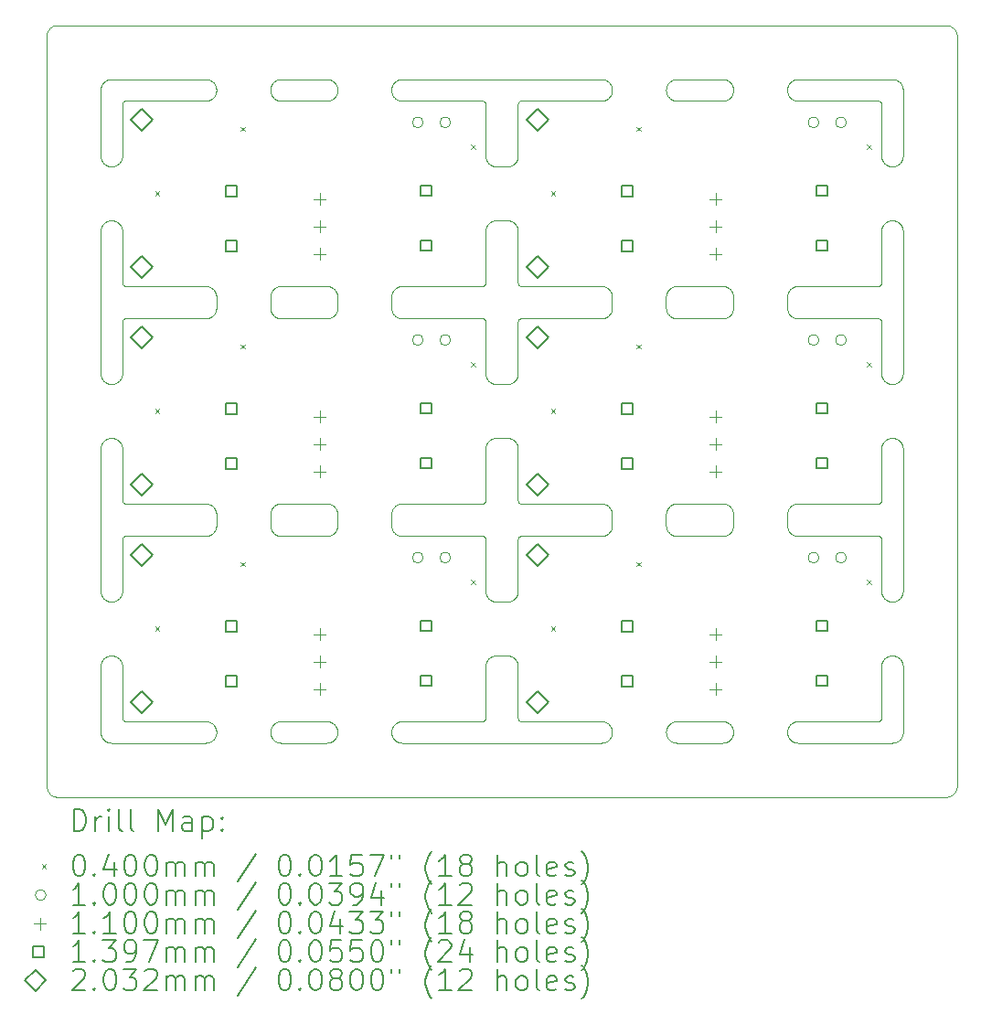
<source format=gbr>
%FSLAX45Y45*%
G04 Gerber Fmt 4.5, Leading zero omitted, Abs format (unit mm)*
G04 Created by KiCad (PCBNEW (6.0.5)) date 2022-06-05 15:57:27*
%MOMM*%
%LPD*%
G01*
G04 APERTURE LIST*
%TA.AperFunction,Profile*%
%ADD10C,0.100000*%
%TD*%
%ADD11C,0.200000*%
%ADD12C,0.040000*%
%ADD13C,0.100000*%
%ADD14C,0.110000*%
%ADD15C,0.139700*%
%ADD16C,0.203200*%
G04 APERTURE END LIST*
D10*
X9233118Y-5397921D02*
X9234415Y-5393239D01*
X2972669Y-4215888D02*
X2237736Y-4215999D01*
X2089296Y-2000477D02*
X2094142Y-2000119D01*
X4696301Y-2074945D02*
X4697597Y-2070262D01*
X4707416Y-2152279D02*
X4705021Y-2148052D01*
X7855532Y-6005161D02*
X7856597Y-6009902D01*
X5784962Y-3309903D02*
X5789704Y-3310968D01*
X3581172Y-2056672D02*
X3583357Y-2052332D01*
X2183660Y-5366983D02*
X2186260Y-5371087D01*
X3052180Y-5970409D02*
X3054979Y-5974382D01*
X4149335Y-2016685D02*
X4153307Y-2019483D01*
X5572189Y-6776906D02*
X5570440Y-6772374D01*
X9341204Y-3308477D02*
X9346026Y-3309072D01*
X7846812Y-4163382D02*
X7844417Y-4167609D01*
X4192261Y-6014690D02*
X4192856Y-6019513D01*
X7846808Y-5982546D02*
X7848993Y-5986886D01*
X6642372Y-7945732D02*
X6647218Y-7946091D01*
X9364852Y-4817213D02*
X9360238Y-4818737D01*
X7258976Y-7981908D02*
X7262151Y-7978228D01*
X7297625Y-4208250D02*
X7293182Y-4206281D01*
X4108846Y-6229212D02*
X4104023Y-6229806D01*
X4705021Y-6178052D02*
X4702837Y-6173712D01*
X6730712Y-2065648D02*
X6732237Y-2070262D01*
X9252627Y-3344182D02*
X9255801Y-3340504D01*
X3023554Y-6216032D02*
X3019326Y-6218427D01*
X2001902Y-8066314D02*
X2001072Y-8061526D01*
X7801837Y-3925292D02*
X7806177Y-3927477D01*
X8362764Y-8016147D02*
X8364288Y-8011532D01*
X7801818Y-5939719D02*
X7806159Y-5941903D01*
X3019335Y-2011690D02*
X3023563Y-2014085D01*
X7846808Y-6177954D02*
X7844412Y-6182182D01*
X6661543Y-6227148D02*
X6656801Y-6228212D01*
X4695236Y-2079686D02*
X4696301Y-2074945D01*
X2977510Y-6229993D02*
X2972639Y-6230112D01*
X5859060Y-2742374D02*
X5857311Y-2746906D01*
X5569112Y-7408285D02*
X5570635Y-7403670D01*
X9378168Y-2796310D02*
X9373828Y-2798495D01*
X5552763Y-7939647D02*
X5555115Y-7937726D01*
X7236977Y-6140921D02*
X7236619Y-6136075D01*
X4699120Y-5995763D02*
X4700868Y-5991230D01*
X9355555Y-8143033D02*
X9350814Y-8144097D01*
X8358500Y-6029125D02*
X8358619Y-6024255D01*
X3006008Y-6224329D02*
X3001393Y-6225853D01*
X7858023Y-6019513D02*
X7858380Y-6024360D01*
X6703990Y-3941264D02*
X6707509Y-3944614D01*
X5812515Y-2796314D02*
X5808176Y-2798498D01*
X5563828Y-7923722D02*
X5564511Y-7920764D01*
X4715806Y-8109805D02*
X4712816Y-8105974D01*
X2198448Y-5402660D02*
X2199280Y-5407447D01*
X5616985Y-6826314D02*
X5612757Y-6823920D01*
X5832139Y-5348655D02*
X5835658Y-5352007D01*
X3577453Y-5995933D02*
X3579201Y-5991400D01*
X9266350Y-5345464D02*
X9270180Y-5342475D01*
X4699120Y-2134737D02*
X4697596Y-2130123D01*
X3571786Y-4121640D02*
X3571667Y-4116770D01*
X5882461Y-6233271D02*
X5878525Y-6235456D01*
X2197382Y-3382920D02*
X2198448Y-3387660D01*
X6637488Y-8146000D02*
X4792346Y-8146000D01*
X7852712Y-8080352D02*
X7850964Y-8084885D01*
X7335497Y-2200218D02*
X7330628Y-2200098D01*
X5536519Y-5930429D02*
X5538812Y-5930234D01*
X5765632Y-3308000D02*
X5770503Y-3308119D01*
X2036195Y-5345472D02*
X2040026Y-5342483D01*
X5555115Y-6238273D02*
X5552722Y-6236322D01*
X3042675Y-3944614D02*
X3046025Y-3948133D01*
X7825978Y-5955859D02*
X7829498Y-5959209D01*
X2991968Y-2198212D02*
X2987179Y-2199042D01*
X4132219Y-2007536D02*
X4136661Y-2009505D01*
X5649326Y-7339072D02*
X5654150Y-7338477D01*
X5649121Y-6836928D02*
X5644334Y-6836098D01*
X6719812Y-2156118D02*
X6717014Y-2160091D01*
X3039151Y-2025646D02*
X3042670Y-2028997D01*
X5835658Y-7367007D02*
X5839009Y-7370528D01*
X1535651Y-8622477D02*
X1537546Y-8624032D01*
X6656827Y-7947517D02*
X6661567Y-7948582D01*
X7253185Y-8102001D02*
X7250585Y-8097896D01*
X4190366Y-2074945D02*
X4191431Y-2079686D01*
X3069764Y-8066314D02*
X3068699Y-8071055D01*
X4754437Y-5937653D02*
X4758970Y-5935904D01*
X8358500Y-2099012D02*
X8358619Y-2094142D01*
X6714032Y-3951813D02*
X6717021Y-3955643D01*
X7244036Y-2061114D02*
X7246005Y-2056672D01*
X7236977Y-8035013D02*
X7237572Y-8030190D01*
X3039151Y-8120354D02*
X3035471Y-8123528D01*
X4157144Y-3938260D02*
X4160823Y-3941433D01*
X2094142Y-2000119D02*
X2099012Y-2000000D01*
X4768291Y-7948852D02*
X4773032Y-7947788D01*
X8394702Y-7968354D02*
X8398533Y-7965365D01*
X2223248Y-2201293D02*
X2218856Y-2202671D01*
X7240764Y-3985977D02*
X7242288Y-3981363D01*
X6703978Y-5956028D02*
X6707498Y-5959379D01*
X4693453Y-6024255D02*
X4693810Y-6019409D01*
X4702837Y-2143712D02*
X4700868Y-2139270D01*
X7848995Y-8089328D02*
X7846810Y-8093668D01*
X7320987Y-7946788D02*
X7325810Y-7946193D01*
X5654150Y-5323477D02*
X5658997Y-5323120D01*
X3588348Y-6186214D02*
X3585749Y-6182109D01*
X6736500Y-6131100D02*
X6736380Y-6135970D01*
X4167692Y-3948303D02*
X4170865Y-3951982D01*
X2216098Y-7942059D02*
X2218856Y-7943329D01*
X2216098Y-2203941D02*
X2213483Y-2205484D01*
X7856598Y-3995470D02*
X7857428Y-4000257D01*
X3023571Y-3929702D02*
X3027676Y-3932302D01*
X5597171Y-2782363D02*
X5593652Y-2779014D01*
X2213483Y-4220484D02*
X2211037Y-4222283D01*
X7825990Y-7971433D02*
X7829509Y-7974784D01*
X4729535Y-7968354D02*
X4733366Y-7965365D01*
X1562887Y-8638801D02*
X1570957Y-8641658D01*
X4104051Y-3916260D02*
X4108873Y-3916856D01*
X4702840Y-3972556D02*
X4705026Y-3968215D01*
X3628329Y-2190708D02*
X3623989Y-2188523D01*
X6722417Y-3963721D02*
X6724812Y-3967948D01*
X2065648Y-4817213D02*
X2061114Y-4815464D01*
X7316173Y-2198313D02*
X7311433Y-2197248D01*
X6707498Y-2171121D02*
X6703978Y-2174472D01*
X4181643Y-2052332D02*
X4183828Y-2056672D01*
X9249638Y-7378012D02*
X9252627Y-7374182D01*
X9209672Y-5928874D02*
X9212493Y-5927750D01*
X2209885Y-5922726D02*
X2212278Y-5924677D01*
X4729535Y-4193145D02*
X4725855Y-4189972D01*
X4792331Y-6230388D02*
X4787461Y-6230267D01*
X4176645Y-6186288D02*
X4173847Y-6190261D01*
X4187547Y-3981433D02*
X4189071Y-3986047D01*
X8375182Y-6186384D02*
X8372582Y-6182279D01*
X2198448Y-3387660D02*
X2199280Y-3392447D01*
X3660963Y-8145523D02*
X3656140Y-8144928D01*
X4710021Y-3959882D02*
X4712820Y-3955909D01*
X7822298Y-2177815D02*
X7818467Y-2180805D01*
X9355555Y-2002967D02*
X9360238Y-2004263D01*
X6670863Y-7951404D02*
X6675396Y-7953153D01*
X9430380Y-3402142D02*
X9430500Y-3407012D01*
X4696301Y-4140670D02*
X4695236Y-4135928D01*
X5874922Y-3907760D02*
X5877277Y-3909677D01*
X2991968Y-5932288D02*
X2996709Y-5933352D01*
X3611700Y-4196305D02*
X3607868Y-4193315D01*
X4777794Y-6229314D02*
X4773007Y-6228482D01*
X5564929Y-4243981D02*
X5564511Y-4240236D01*
X6670852Y-8140212D02*
X6666238Y-8141737D01*
X3641928Y-2004263D02*
X3646612Y-2002967D01*
X3071189Y-2110817D02*
X3070595Y-2115640D01*
X5883903Y-5928348D02*
X5886729Y-5929314D01*
X4763584Y-2196121D02*
X4758970Y-2194596D01*
X7236500Y-4116770D02*
X7236500Y-4014730D01*
X5857117Y-7399135D02*
X5858865Y-7403670D01*
X5550229Y-7941321D02*
X5552763Y-7939647D01*
X8406612Y-3929968D02*
X8410841Y-3927573D01*
X8447796Y-8145523D02*
X8442974Y-8144928D01*
X7759473Y-2200282D02*
X7335497Y-2200218D01*
X5852964Y-5375350D02*
X5855148Y-5379692D01*
X7302137Y-6224427D02*
X7297604Y-6222677D01*
X2089296Y-5323477D02*
X2094142Y-5323120D01*
X8358619Y-6136245D02*
X8358500Y-6131375D01*
X9287020Y-6828491D02*
X9282679Y-6826305D01*
X5555115Y-7937726D02*
X5557260Y-7935577D01*
X7265491Y-6201216D02*
X7262141Y-6197697D01*
X5864645Y-3407042D02*
X5864501Y-3884808D01*
X5630497Y-5328790D02*
X5635112Y-5327265D01*
X7335512Y-8146000D02*
X7330642Y-8145880D01*
X6736500Y-4116875D02*
X6736380Y-4121745D01*
X7325782Y-2199740D02*
X7320960Y-2199144D01*
X8377979Y-6190357D02*
X8375182Y-6186384D01*
X2094142Y-5323120D02*
X2099012Y-5323000D01*
X7832854Y-2032516D02*
X7836028Y-2036195D01*
X9262861Y-6812344D02*
X9259341Y-6808993D01*
X8410832Y-2011690D02*
X8415172Y-2009505D01*
X4118400Y-7948752D02*
X4123083Y-7950049D01*
X9420995Y-5379672D02*
X9422964Y-5384114D01*
X7272689Y-2177740D02*
X7269010Y-2174567D01*
X4191430Y-6009902D02*
X4192261Y-6014690D01*
X9426237Y-2737738D02*
X9424713Y-2742352D01*
X7246003Y-6173542D02*
X7244035Y-6169100D01*
X3660977Y-4215306D02*
X3656154Y-4214712D01*
X9430023Y-7427296D02*
X9430380Y-7432142D01*
X3581170Y-6173542D02*
X3579201Y-6169100D01*
X5560821Y-3900729D02*
X5562229Y-3898039D01*
X5784962Y-5324903D02*
X5789704Y-5325968D01*
X1569816Y-1504719D02*
X1561721Y-1507649D01*
X8442960Y-2199314D02*
X8438173Y-2198483D01*
X8398533Y-3935365D02*
X8402506Y-3932567D01*
X2196085Y-3378239D02*
X2197382Y-3382920D01*
X6656801Y-5932288D02*
X6661543Y-5933352D01*
X2223199Y-4216304D02*
X2220328Y-4217126D01*
X3065880Y-3981263D02*
X3067404Y-3985877D01*
X9373828Y-2798495D02*
X9369386Y-2800464D01*
X3628348Y-7955219D02*
X3632791Y-7953250D01*
X2167829Y-3333637D02*
X2171348Y-3336986D01*
X8428774Y-3920147D02*
X8433457Y-3918852D01*
X2004263Y-8075738D02*
X2002967Y-8071055D01*
X7764343Y-6230163D02*
X7759473Y-6230282D01*
X9408028Y-3344195D02*
X9411017Y-3348026D01*
X2084474Y-2001072D02*
X2089296Y-2000477D01*
X8457497Y-6230388D02*
X8452628Y-6230267D01*
X3637326Y-4209999D02*
X3632791Y-4208250D01*
X7302159Y-4209999D02*
X7297625Y-4208250D01*
X9239852Y-4766308D02*
X9237883Y-4761865D01*
X7836024Y-6194092D02*
X7832849Y-6197771D01*
X7306750Y-5934549D02*
X7311433Y-5933252D01*
X5590301Y-6805496D02*
X5587128Y-6801818D01*
X6717017Y-2040026D02*
X6719815Y-2043999D01*
X5858865Y-5388670D02*
X5860388Y-5393285D01*
X2205823Y-7933222D02*
X2208821Y-7936715D01*
X2977539Y-3915733D02*
X2982384Y-3916091D01*
X8368007Y-8002556D02*
X8370192Y-7998215D01*
X5534383Y-6230500D02*
X4792331Y-6230388D01*
X2089296Y-6837523D02*
X2084474Y-6836928D01*
X4192261Y-6145810D02*
X4191430Y-6150598D01*
X3579203Y-8084885D02*
X3577454Y-8080352D01*
X9430500Y-7437012D02*
X9430500Y-8046988D01*
X9255991Y-4790472D02*
X9252817Y-4786792D01*
X3054985Y-4171884D02*
X3052187Y-4175857D01*
X7806159Y-5941903D02*
X7810387Y-5944298D01*
X8391016Y-8120354D02*
X8387497Y-8117003D01*
X1507649Y-8584279D02*
X1511846Y-8593147D01*
X5625963Y-3315539D02*
X5630497Y-3313790D01*
X9418810Y-3360332D02*
X9420995Y-3364672D01*
X2180672Y-2767960D02*
X2177683Y-2771792D01*
X2174509Y-4790472D02*
X2171159Y-4793993D01*
X5625766Y-6830467D02*
X5621324Y-6828498D01*
X3637326Y-3921501D02*
X3641940Y-3919978D01*
X3628339Y-2009505D02*
X3632781Y-2007536D01*
X7284595Y-5944372D02*
X7288823Y-5941977D01*
X7818474Y-2019483D02*
X7822305Y-2022472D01*
X4718979Y-8113484D02*
X4715806Y-8109805D01*
X7854236Y-6000477D02*
X7855532Y-6005161D01*
X9274153Y-5339679D02*
X9278257Y-5337080D01*
X7839021Y-4175687D02*
X7836032Y-4179517D01*
X5832329Y-4797363D02*
X5828650Y-4800536D01*
X5868441Y-7929402D02*
X5870822Y-7933222D01*
X5807980Y-5332509D02*
X5812321Y-5334694D01*
X9205314Y-4215997D02*
X9200407Y-4215514D01*
X1581705Y-1501741D02*
X1579300Y-1502220D01*
X2200376Y-3882708D02*
X2200072Y-3887069D01*
X5866642Y-3895220D02*
X5867750Y-3897993D01*
X3641940Y-3919978D02*
X3646624Y-3918682D01*
X6714024Y-6193922D02*
X6710849Y-6197602D01*
X7253188Y-3959712D02*
X7255986Y-3955739D01*
X6692493Y-6213433D02*
X6688387Y-6216032D01*
X7242286Y-5995933D02*
X7244035Y-5991400D01*
X4187545Y-2134637D02*
X4185796Y-2139171D01*
X9424713Y-3373648D02*
X9426237Y-3378262D01*
X4699122Y-3981533D02*
X4700871Y-3976999D01*
X4157144Y-7968260D02*
X4160823Y-7971433D01*
X8398533Y-7965365D02*
X8402506Y-7962567D01*
X3594135Y-5966482D02*
X3597308Y-5962803D01*
X9202302Y-6230611D02*
X9199383Y-6230500D01*
X2002967Y-6763055D02*
X2001902Y-6758314D01*
X9346026Y-8144928D02*
X9341204Y-8145523D01*
X5559177Y-2212778D02*
X5557260Y-2210423D01*
X3572144Y-8056704D02*
X3571786Y-8051858D01*
X4157138Y-8123528D02*
X4153307Y-8126517D01*
X2120666Y-7339902D02*
X2125406Y-7340966D01*
X7320974Y-8144928D02*
X7316186Y-8144097D01*
X4694405Y-2084474D02*
X4695236Y-2079686D01*
X9426237Y-5393262D02*
X9427533Y-5397945D01*
X2197382Y-7412920D02*
X2198448Y-7417660D01*
X6736500Y-8046988D02*
X6736380Y-8051858D01*
X9341204Y-5323477D02*
X9346026Y-5324072D01*
X3665794Y-6230098D02*
X3660949Y-6229739D01*
X9221179Y-7936715D02*
X9224177Y-7933222D01*
X9422964Y-5384114D02*
X9424713Y-5388648D01*
X5653943Y-6837523D02*
X5649121Y-6836928D01*
X2186260Y-5371087D02*
X2188656Y-5375314D01*
X2125204Y-2805032D02*
X2120462Y-2806097D01*
X4123083Y-3920049D02*
X4127696Y-3921573D01*
X5597171Y-4797363D02*
X5593652Y-4794014D01*
X2043999Y-7354685D02*
X2048104Y-7352085D01*
X9282679Y-6826305D02*
X9278451Y-6823909D01*
X3031633Y-6210635D02*
X3027660Y-6213433D01*
X8358977Y-8056704D02*
X8358619Y-8051858D01*
X7240762Y-6000547D02*
X7242286Y-5995933D01*
X4191431Y-8025470D02*
X4192262Y-8030257D01*
X5869154Y-5915685D02*
X5870822Y-5918222D01*
X4710018Y-2043999D02*
X4712816Y-2040026D01*
X6707503Y-2028997D02*
X6710854Y-2032516D01*
X7797375Y-2192750D02*
X7792841Y-2194499D01*
X9262671Y-3333637D02*
X9266350Y-3330464D01*
X5816743Y-2793920D02*
X5812515Y-2796314D01*
X3574634Y-3990661D02*
X3575931Y-3985977D01*
X2204154Y-7930685D02*
X2205823Y-7933222D01*
X8360403Y-4135928D02*
X8359572Y-4131140D01*
X2202171Y-3896643D02*
X2203441Y-3899402D01*
X2180862Y-3348012D02*
X2183660Y-3351983D01*
X3670694Y-7945718D02*
X4094336Y-7945782D01*
X5775557Y-4822523D02*
X5770712Y-4822880D01*
X3027676Y-4199198D02*
X3023571Y-4201798D01*
X3615665Y-8129315D02*
X3611693Y-8126517D01*
X9848795Y-8644259D02*
X9851199Y-8643780D01*
X4181641Y-5982546D02*
X4183826Y-5986886D01*
X1522738Y-8609439D02*
X1529328Y-8616707D01*
X9247030Y-2763986D02*
X9244430Y-2759879D01*
X7846812Y-3968118D02*
X7848996Y-3972458D01*
X4104051Y-4215240D02*
X4099205Y-4215598D01*
X2001072Y-4738526D02*
X2000477Y-4733704D01*
X2206751Y-4226576D02*
X2204956Y-4229025D01*
X5550229Y-3911321D02*
X5552763Y-3909647D01*
X9413815Y-4779001D02*
X9411017Y-4782974D01*
X2200804Y-7922301D02*
X2201626Y-7925172D01*
X3046021Y-2032516D02*
X3049194Y-2036195D01*
X9237883Y-4761865D02*
X9236135Y-4757330D01*
X5864855Y-2709018D02*
X5864734Y-2713887D01*
X5576344Y-6785686D02*
X5574159Y-6781347D01*
X4763607Y-4211353D02*
X4758992Y-4209829D01*
X3054982Y-2043999D02*
X3057581Y-2048104D01*
X3042665Y-5959379D02*
X3046016Y-5962898D01*
X4179251Y-3963890D02*
X4181645Y-3968118D01*
X5564196Y-2223699D02*
X5563358Y-2220780D01*
X9230466Y-4246030D02*
X9229207Y-4238748D01*
X2134503Y-6832210D02*
X2129888Y-6833735D01*
X3054985Y-7989616D02*
X3057584Y-7993721D01*
X8359572Y-6145912D02*
X8358977Y-6141090D01*
X4193214Y-8039925D02*
X4193333Y-8046988D01*
X5663657Y-4823000D02*
X5658788Y-4822880D01*
X5881098Y-7942059D02*
X5885328Y-7943874D01*
X3071547Y-8039755D02*
X3071667Y-8046988D01*
X2139234Y-7345533D02*
X2143676Y-7347502D01*
X7280506Y-7962397D02*
X7284612Y-7959798D01*
X7797385Y-8138464D02*
X7792852Y-8140212D01*
X7238403Y-4136098D02*
X7237572Y-4131310D01*
X2019483Y-2767974D02*
X2016685Y-2764001D01*
X2005787Y-8080352D02*
X2004263Y-8075738D01*
X2230582Y-2200032D02*
X2223248Y-2201293D01*
X4707416Y-5978221D02*
X4710015Y-5974116D01*
X9901207Y-8616672D02*
X9906977Y-8610349D01*
X4705026Y-3968215D02*
X4707421Y-3963987D01*
X4695236Y-6009800D02*
X4696300Y-6005060D01*
X9226559Y-4231598D02*
X9225044Y-4229025D01*
X2000119Y-5417142D02*
X2000477Y-5412296D01*
X6700298Y-2177646D02*
X6696467Y-2180635D01*
X6661567Y-4212917D02*
X6656827Y-4213983D01*
X9426237Y-4752738D02*
X9424713Y-4757352D01*
X4745665Y-8134310D02*
X4741437Y-8131915D01*
X5560016Y-6243983D02*
X5557260Y-6240422D01*
X5878525Y-6235456D02*
X5876036Y-6237283D01*
X9213902Y-4218941D02*
X9211144Y-4217671D01*
X6688387Y-6216032D02*
X6684159Y-6218427D01*
X2188464Y-4770650D02*
X2186070Y-4774879D01*
X4141001Y-2011690D02*
X4145229Y-2014085D01*
X2197183Y-2733030D02*
X2195888Y-2737715D01*
X2213483Y-2205484D02*
X2211076Y-2207251D01*
X3632791Y-7953250D02*
X3637326Y-7951501D01*
X5865804Y-4238699D02*
X5865260Y-4241738D01*
X2207740Y-5920577D02*
X2209885Y-5922726D01*
X6688404Y-4201797D02*
X6684177Y-4204193D01*
X5527264Y-5930001D02*
X5532202Y-5930123D01*
X2183660Y-7381983D02*
X2186260Y-7386087D01*
X8391016Y-2025646D02*
X8394695Y-2022472D01*
X4190367Y-8020729D02*
X4191431Y-8025470D01*
X8391010Y-5955764D02*
X8394689Y-5952590D01*
X7335497Y-6230218D02*
X7330628Y-6230098D01*
X9346026Y-2806928D02*
X9341204Y-2807523D01*
X5828650Y-6815536D02*
X5824820Y-6818524D01*
X8372582Y-6182279D02*
X8370188Y-6178052D01*
X3670679Y-2000000D02*
X4094321Y-2000000D01*
X5590301Y-4790496D02*
X5587127Y-4786818D01*
X7822311Y-3938259D02*
X7825990Y-3941433D01*
X2180672Y-4782960D02*
X2177683Y-4786792D01*
X3572143Y-2110921D02*
X3571786Y-2106075D01*
X5863577Y-7422500D02*
X5864170Y-7427324D01*
X4189069Y-6160023D02*
X4187545Y-6164637D01*
X7320960Y-5931356D02*
X7325782Y-5930760D01*
X2208821Y-7936715D02*
X2211076Y-7938749D01*
X2000000Y-6738988D02*
X2000000Y-5422012D01*
X7246007Y-3972386D02*
X7248192Y-3968046D01*
X8361468Y-3990830D02*
X8362764Y-3986147D01*
X5845172Y-7378040D02*
X5847970Y-7382014D01*
X5895715Y-6230000D02*
X5894456Y-6230041D01*
X2204956Y-4229025D02*
X2203418Y-4231643D01*
X2200026Y-2713829D02*
X2199670Y-2718676D01*
X8364286Y-2134737D02*
X8362762Y-2130123D01*
X5565720Y-4738553D02*
X5565124Y-4733732D01*
X5576536Y-7390350D02*
X5578931Y-7386121D01*
X3575931Y-8015977D02*
X3577455Y-8011363D01*
X4729529Y-8123528D02*
X4725849Y-8120354D01*
X7236500Y-6029294D02*
X7236619Y-6024425D01*
X7852711Y-6164637D02*
X7850962Y-6169171D01*
X5845172Y-3348040D02*
X5847970Y-3352014D01*
X7848996Y-4159042D02*
X7846812Y-4163382D01*
X2007536Y-4761886D02*
X2005787Y-4757352D01*
X8387491Y-6201386D02*
X8384141Y-6197867D01*
X3571667Y-6029294D02*
X3571786Y-6024425D01*
X7778801Y-5932118D02*
X7783543Y-5933182D01*
X6666250Y-4211621D02*
X6661567Y-4212917D01*
X6675385Y-2007536D02*
X6679828Y-2009505D01*
X6696481Y-4196400D02*
X6692509Y-4199198D01*
X2190648Y-6781308D02*
X2188464Y-6785650D01*
X7848996Y-8002458D02*
X7850965Y-8006900D01*
X9404854Y-4790484D02*
X9401503Y-4794003D01*
X9420995Y-2056672D02*
X9422964Y-2061114D01*
X2025646Y-3340516D02*
X2028997Y-3336997D01*
X2052332Y-2796310D02*
X2048104Y-2793915D01*
X3068700Y-3990560D02*
X3069764Y-3995300D01*
X5789704Y-5325968D02*
X5794388Y-5327265D01*
X5780379Y-6836928D02*
X5775557Y-6837523D01*
X4702839Y-8089328D02*
X4700870Y-8084885D01*
X6652040Y-7946686D02*
X6656827Y-7947517D01*
X2019483Y-3348026D02*
X2022472Y-3344195D01*
X9360238Y-3312263D02*
X9364852Y-3313787D01*
X7237572Y-2084474D02*
X7238402Y-2079686D01*
X4725843Y-2174736D02*
X4722325Y-2171386D01*
X5581340Y-2764017D02*
X5578740Y-2759913D01*
X3071547Y-8051858D02*
X3071190Y-8056704D01*
X3065878Y-2134467D02*
X3064129Y-2139001D01*
X3065880Y-8011263D02*
X3067404Y-8015877D01*
X5584328Y-5363040D02*
X5587317Y-5359208D01*
X4749996Y-5939622D02*
X4754437Y-5937653D01*
X2202750Y-7927993D02*
X2204154Y-7930685D01*
X7284612Y-7959798D02*
X7288841Y-7957403D01*
X7769190Y-5930694D02*
X7774013Y-5931288D01*
X2001072Y-8061526D02*
X2000477Y-8056704D01*
X5663868Y-3308000D02*
X5765632Y-3308000D01*
X4123060Y-6226022D02*
X4118376Y-6227318D01*
X9420995Y-6781328D02*
X9418810Y-6785668D01*
X2000119Y-7432142D02*
X2000477Y-7427296D01*
X6637473Y-6230112D02*
X5895715Y-6230000D01*
X5600850Y-4800536D02*
X5597171Y-4797363D01*
X2177873Y-5359182D02*
X2180862Y-5363012D01*
X5832329Y-6812363D02*
X5828650Y-6815536D01*
X3572144Y-8035013D02*
X3572739Y-8030190D01*
X7806159Y-2188597D02*
X7801818Y-2190781D01*
X2203441Y-3899402D02*
X2204984Y-3902017D01*
X7246005Y-2056672D02*
X7248190Y-2052332D01*
X9386501Y-8129315D02*
X9382396Y-8131915D01*
X2074945Y-6835033D02*
X2070262Y-6833737D01*
X9230355Y-6738958D02*
X9230473Y-6260101D01*
X5565124Y-4733732D02*
X5564765Y-4728887D01*
X9300412Y-7342261D02*
X9305094Y-7340966D01*
X5877277Y-3909677D02*
X5879771Y-3911321D01*
X5770712Y-2807880D02*
X5765843Y-2808000D01*
X4693453Y-2094142D02*
X4693810Y-2089296D01*
X6724808Y-5982715D02*
X6726993Y-5987056D01*
X5644334Y-2806098D02*
X5639594Y-2805034D01*
X4705026Y-7998215D02*
X4707421Y-7993987D01*
X3071547Y-4121745D02*
X3071190Y-4126590D01*
X6642343Y-6229993D02*
X6637473Y-6230112D01*
X4160811Y-6204641D02*
X4157131Y-6207815D01*
X2061114Y-5330536D02*
X2065648Y-5328787D01*
X8362763Y-8075738D02*
X8361467Y-8071055D01*
X4118376Y-2197318D02*
X4113634Y-2198382D01*
X5649326Y-5324072D02*
X5654150Y-5323477D01*
X3071547Y-4009755D02*
X3071667Y-4014625D01*
X8368007Y-4158944D02*
X8366038Y-4154501D01*
X5885328Y-7943874D02*
X5889736Y-7945011D01*
X6736023Y-8056704D02*
X6735428Y-8061526D01*
X5572383Y-7399135D02*
X5574352Y-7394692D01*
X7246003Y-2143542D02*
X7244035Y-2139100D01*
X5894635Y-3915487D02*
X6637503Y-3915612D01*
X5597361Y-3333655D02*
X5601041Y-3330480D01*
X2120462Y-6836097D02*
X2115674Y-6836928D01*
X4193333Y-4116706D02*
X4193214Y-4121575D01*
X3607855Y-5952759D02*
X3611685Y-5949770D01*
X8387502Y-4186621D02*
X8384151Y-4183102D01*
X4164342Y-3944784D02*
X4167692Y-3948303D01*
X7293172Y-2009505D02*
X7297614Y-2007536D01*
X5816549Y-7352090D02*
X5820655Y-7354691D01*
X8366035Y-6169270D02*
X8364286Y-6164736D01*
X2079686Y-5324903D02*
X2084474Y-5324072D01*
X9411017Y-3348026D02*
X9413815Y-3351999D01*
X9225044Y-3901975D02*
X9226582Y-3899357D01*
X2084474Y-7339072D02*
X2089296Y-7338477D01*
X9877647Y-8634154D02*
X9886061Y-8629108D01*
X6736500Y-2099012D02*
X6736380Y-2105971D01*
X8384146Y-2032516D02*
X8387497Y-2028997D01*
X4695236Y-2120700D02*
X4694405Y-2115913D01*
X9382396Y-7352085D02*
X9386501Y-7354685D01*
X6684159Y-5942073D02*
X6688387Y-5944468D01*
X8387491Y-5959114D02*
X8391010Y-5955764D01*
X5544672Y-4217126D02*
X5540264Y-4215989D01*
X5860388Y-7408285D02*
X5861683Y-7412969D01*
X4179248Y-2048104D02*
X4181643Y-2052332D01*
X7276533Y-7965195D02*
X7280506Y-7962397D01*
X9255991Y-6805472D02*
X9252817Y-6801792D01*
X3052187Y-7985643D02*
X3054985Y-7989616D01*
X5564974Y-7432171D02*
X5565330Y-7427324D01*
X4157131Y-5952685D02*
X4160811Y-5955859D01*
X6736023Y-8034909D02*
X6736380Y-8039755D01*
X8372582Y-2152279D02*
X8370188Y-2148052D01*
X4149327Y-2183602D02*
X4145221Y-2186202D01*
X7311457Y-3918682D02*
X7316199Y-3917618D01*
X2036195Y-4800528D02*
X2032516Y-4797354D01*
X4693453Y-4121470D02*
X4693333Y-4116600D01*
X7855533Y-3990729D02*
X7856598Y-3995470D01*
X8391010Y-2174736D02*
X8387491Y-2171386D01*
X2190841Y-7394653D02*
X2192811Y-7399094D01*
X9314826Y-2806928D02*
X9310038Y-2806097D01*
X9411017Y-5363026D02*
X9413815Y-5366999D01*
X4193214Y-4121575D02*
X4192856Y-4126421D01*
X2987193Y-2001072D02*
X2991980Y-2001902D01*
X2180672Y-6797960D02*
X2177683Y-6801792D01*
X9230265Y-7432113D02*
X9230624Y-7427268D01*
X3023571Y-7959702D02*
X3027676Y-7962302D01*
X9237689Y-3369094D02*
X9239659Y-3364653D01*
X7330642Y-2000119D02*
X7335512Y-2000000D01*
X9310038Y-4821097D02*
X9305296Y-4820032D01*
X9229196Y-7922301D02*
X9229893Y-7917751D01*
X7844417Y-3963890D02*
X7846812Y-3968118D01*
X4145221Y-2186202D02*
X4140992Y-2188597D01*
X7236500Y-6131206D02*
X7236500Y-6029294D01*
X9411017Y-2767974D02*
X9408028Y-2771805D01*
X5593841Y-5352007D02*
X5597361Y-5348655D01*
X9394305Y-2785528D02*
X9390474Y-2788517D01*
X5578740Y-6789913D02*
X5576344Y-6785686D01*
X6647190Y-2199637D02*
X6642343Y-2199994D01*
X2192617Y-6776865D02*
X2190648Y-6781308D01*
X9237689Y-7399094D02*
X9239659Y-7394653D01*
X5862747Y-7417712D02*
X5863577Y-7422500D01*
X3062159Y-5987056D02*
X3064129Y-5991499D01*
X3597308Y-2167697D02*
X3594135Y-2164018D01*
X9394305Y-4800528D02*
X9390474Y-4803517D01*
X2129888Y-4818735D02*
X2125204Y-4820032D01*
X9286824Y-7347502D02*
X9291266Y-7345533D01*
X2152243Y-7352080D02*
X2156347Y-7354678D01*
X6656801Y-6228212D02*
X6652013Y-6229042D01*
X8384151Y-7978398D02*
X8387502Y-7974879D01*
X8362762Y-6160123D02*
X8361467Y-6155440D01*
X5567618Y-4748079D02*
X5566552Y-4743340D01*
X2204984Y-5917017D02*
X2207740Y-5920577D01*
X8372588Y-7993987D02*
X8375188Y-7989882D01*
X7325810Y-7946193D02*
X7330657Y-7945837D01*
X3615657Y-2183528D02*
X3611685Y-2180730D01*
X9201519Y-5930429D02*
X9203812Y-5930234D01*
X2163959Y-4800519D02*
X2160128Y-4803510D01*
X9829273Y-8646000D02*
X9840274Y-8645491D01*
X7302148Y-2005787D02*
X7306762Y-2004263D01*
X3070595Y-8030087D02*
X3071190Y-8034910D01*
X2011690Y-5375332D02*
X2014085Y-5371104D01*
X8433445Y-2002967D02*
X8438186Y-2001902D01*
X5564645Y-2709018D02*
X5564502Y-2238237D01*
X2120462Y-4821097D02*
X2115674Y-4821928D01*
X7258976Y-3951908D02*
X7262151Y-3948228D01*
X4176652Y-7989785D02*
X4179251Y-7993890D01*
X9230473Y-6260101D02*
X9228814Y-6252229D01*
X7841815Y-2043999D02*
X7844415Y-2048104D01*
X5612757Y-4808920D02*
X5608652Y-4806321D01*
X8428774Y-7950147D02*
X8433457Y-7948852D01*
X9274345Y-4806309D02*
X9270372Y-4803510D01*
X2228430Y-4215572D02*
X2226188Y-4215766D01*
X4702840Y-4158944D02*
X4700871Y-4154501D01*
X9234611Y-2737715D02*
X9233316Y-2733030D01*
X5864376Y-6748731D02*
X5863780Y-6753553D01*
X2040026Y-8126517D02*
X2036195Y-8123528D01*
X5850760Y-4774913D02*
X5848160Y-4779017D01*
X4187545Y-5995863D02*
X4189069Y-6000477D01*
X9397984Y-4797354D02*
X9394305Y-4800528D01*
X6710859Y-3948133D02*
X6714032Y-3951813D01*
X9235940Y-7403626D02*
X9237689Y-7399094D01*
X2200234Y-7432113D02*
X2200355Y-7436982D01*
X5864170Y-7427324D02*
X5864526Y-7432171D01*
X7832849Y-6197771D02*
X7829498Y-6201291D01*
X9427533Y-2074945D02*
X9428597Y-2079686D01*
X3064129Y-2139001D02*
X3062159Y-2143444D01*
X3597317Y-7978229D02*
X3600669Y-7974709D01*
X6647190Y-6229637D02*
X6642343Y-6229993D01*
X5608652Y-4806321D02*
X5604680Y-4803525D01*
X6684159Y-2188427D02*
X6679818Y-2190612D01*
X8368003Y-6173712D02*
X8366035Y-6169270D01*
X8368005Y-2056672D02*
X8370190Y-2052332D01*
X4763595Y-2004263D02*
X4768278Y-2002967D01*
X5820655Y-7354691D02*
X5824628Y-7357490D01*
X3583357Y-2052332D02*
X3585752Y-2048104D01*
X3057584Y-7993721D02*
X3059979Y-7997948D01*
X8387497Y-2028997D02*
X8391016Y-2025646D01*
X5868441Y-6246598D02*
X5867152Y-6249403D01*
X5876036Y-4222283D02*
X5872773Y-4225385D01*
X9244430Y-6789879D02*
X9242036Y-6785650D01*
X9336358Y-3308119D02*
X9341204Y-3308477D01*
X8452642Y-2000119D02*
X8457512Y-2000000D01*
X4741446Y-3929968D02*
X4745674Y-3927573D01*
X3665794Y-2200098D02*
X3660949Y-2199740D01*
X9230624Y-7427268D02*
X9231220Y-7422447D01*
X8394689Y-6207910D02*
X8391010Y-6204736D01*
X9430380Y-8051858D02*
X9430023Y-8056704D01*
X2011690Y-3360332D02*
X2014085Y-3356104D01*
X5872739Y-7935577D02*
X5874885Y-7937726D01*
X7814501Y-8129315D02*
X7810396Y-8131915D01*
X8370188Y-6178052D02*
X8368003Y-6173712D01*
X9397984Y-2782354D02*
X9394305Y-2785528D01*
X4113634Y-6228382D02*
X4108846Y-6229212D01*
X4763584Y-6226121D02*
X4758970Y-6224596D01*
X7783543Y-2197318D02*
X7778801Y-2198382D01*
X4773019Y-2001902D02*
X4777807Y-2001072D01*
X4192261Y-2084474D02*
X4192856Y-2089296D01*
X6732236Y-6159853D02*
X6730711Y-6164467D01*
X1504719Y-8576184D02*
X1507649Y-8584279D01*
X9266350Y-3330464D02*
X9270180Y-3327475D01*
X7788226Y-2196022D02*
X7783543Y-2197318D01*
X3067403Y-2129853D02*
X3065878Y-2134467D01*
X2094142Y-8145880D02*
X2089296Y-8145523D01*
X9394305Y-3330472D02*
X9397984Y-3333646D01*
X8384141Y-6197867D02*
X8380968Y-6194187D01*
X9408028Y-6801805D02*
X9404854Y-6805484D01*
X7858500Y-6131270D02*
X7858380Y-6136140D01*
X3632771Y-5937822D02*
X3637304Y-5936073D01*
X4693333Y-4116600D02*
X4693333Y-4014900D01*
X2982356Y-6229637D02*
X2977510Y-6229993D01*
X4164342Y-4186716D02*
X4160823Y-4190066D01*
X5557260Y-7935577D02*
X5559177Y-7933222D01*
X7276519Y-5949770D02*
X7280491Y-5946972D01*
X2213525Y-6235456D02*
X2211076Y-6237251D01*
X2028997Y-2028997D02*
X2032516Y-2025646D01*
X2000477Y-2718704D02*
X2000119Y-2713858D01*
X9378168Y-5334690D02*
X9382396Y-5337085D01*
X3619779Y-3929798D02*
X3624008Y-3927403D01*
X5832139Y-3333655D02*
X5835658Y-3337007D01*
X2120666Y-5324902D02*
X2125406Y-5325966D01*
X3660949Y-5930760D02*
X3665794Y-5930402D01*
X4153300Y-5949695D02*
X4157131Y-5952685D01*
X5621520Y-7347509D02*
X5625963Y-7345539D01*
X7238402Y-6150530D02*
X7237572Y-6145743D01*
X7818467Y-6210805D02*
X7814493Y-6213602D01*
X4733366Y-7965365D02*
X4737340Y-7962567D01*
X2203418Y-4231643D02*
X2202171Y-4234356D01*
X4695236Y-3995572D02*
X4696301Y-3990830D01*
X8359572Y-8061526D02*
X8358977Y-8056704D01*
X7844415Y-2048104D02*
X7846810Y-2052332D01*
X5835848Y-4794014D02*
X5832329Y-4797363D01*
X3632781Y-2007536D02*
X3637315Y-2005787D01*
X7858023Y-2089296D02*
X7858380Y-2094142D01*
X3574633Y-6155271D02*
X3573569Y-6150530D01*
X5644334Y-6836098D02*
X5639594Y-6835034D01*
X9255801Y-3340504D02*
X9259152Y-3336986D01*
X9230830Y-4733676D02*
X9230474Y-4728829D01*
X5567618Y-2733079D02*
X5566552Y-2728340D01*
X4733352Y-6210900D02*
X4729522Y-6207910D01*
X4127685Y-2005787D02*
X4132219Y-2007536D01*
X6696481Y-7965100D02*
X6700311Y-7968090D01*
X6642343Y-5930506D02*
X6647190Y-5930863D01*
X9309834Y-3309902D02*
X9314621Y-3309071D01*
X5654150Y-7338477D02*
X5658997Y-7338119D01*
X9930500Y-8544773D02*
X9930500Y-1601227D01*
X5564511Y-6255236D02*
X5563828Y-6252278D01*
X5889686Y-3915002D02*
X5894635Y-3915487D01*
X4787461Y-6230267D02*
X4782616Y-6229909D01*
X9229740Y-3889262D02*
X9229988Y-3885864D01*
X4153307Y-8126517D02*
X4149335Y-8129315D01*
X3070595Y-4131412D02*
X3069764Y-4136200D01*
X9233317Y-4748030D02*
X9232253Y-4743288D01*
X6724810Y-2052332D02*
X6726995Y-2056672D01*
X7239467Y-8071055D02*
X7238402Y-8066314D01*
X5608653Y-6821321D02*
X5604680Y-6818524D01*
X9408028Y-7374195D02*
X9411017Y-7378026D01*
X5863779Y-4738553D02*
X5862948Y-4743340D01*
X9295997Y-4817210D02*
X9291463Y-4815461D01*
X9278451Y-4808910D02*
X9274345Y-4806309D01*
X9314827Y-4821928D02*
X9310038Y-4821097D01*
X7841812Y-5974212D02*
X7844412Y-5978317D01*
X5794588Y-2803738D02*
X5789906Y-2805034D01*
X9200407Y-4215514D02*
X8457527Y-4215612D01*
X9249638Y-3348012D02*
X9252627Y-3344182D01*
X7858023Y-4126421D02*
X7857428Y-4131243D01*
X2011690Y-2052332D02*
X2014085Y-2048104D01*
X2987206Y-3916686D02*
X2991993Y-3917517D01*
X8447796Y-2000477D02*
X8452642Y-2000119D01*
X7238402Y-2079686D02*
X7239467Y-2074945D01*
X3623998Y-2011690D02*
X3628339Y-2009505D01*
X7250588Y-4167682D02*
X7248192Y-4163454D01*
X4702839Y-2056672D02*
X4705023Y-2052332D01*
X4179251Y-7993890D02*
X4181645Y-7998118D01*
X2202171Y-4234356D02*
X2201186Y-4237229D01*
X6710849Y-2167602D02*
X6707498Y-2171121D01*
X3023554Y-2186032D02*
X3019326Y-2188427D01*
X2125204Y-6835032D02*
X2120462Y-6836097D01*
X4758970Y-5935904D02*
X4763584Y-5934379D01*
X9404854Y-7370516D02*
X9408028Y-7374195D01*
X3070595Y-8061526D02*
X3069764Y-8066314D01*
X4179245Y-2152182D02*
X4176645Y-2156288D01*
X7255986Y-3955739D02*
X7258976Y-3951908D01*
X1516892Y-8601561D02*
X1522738Y-8609439D01*
X5794388Y-7342265D02*
X5799003Y-7343790D01*
X9205314Y-2200997D02*
X9200403Y-2200514D01*
X7320987Y-3916788D02*
X7325810Y-3916193D01*
X9217722Y-5924677D02*
X9220077Y-5922760D01*
X7240762Y-2129953D02*
X7239467Y-2125271D01*
X2199077Y-2723499D02*
X2198247Y-2728288D01*
X7240764Y-4145523D02*
X7239468Y-4140839D01*
X2070262Y-7342263D02*
X2074945Y-7340967D01*
X7325796Y-8145523D02*
X7320974Y-8144928D01*
X4777820Y-7946957D02*
X4782644Y-7946363D01*
X7269022Y-3941359D02*
X7272702Y-3938185D01*
X9401503Y-4794003D02*
X9397984Y-4797354D01*
X7284604Y-2014085D02*
X7288832Y-2011690D01*
X5850569Y-5371121D02*
X5852964Y-5375350D01*
X2079686Y-6836097D02*
X2074945Y-6835033D01*
X9424713Y-8080352D02*
X9422964Y-8084885D01*
X5803734Y-2800467D02*
X5799201Y-2802215D01*
X5574159Y-4766347D02*
X5572189Y-4761906D01*
X5864501Y-5898721D02*
X5864540Y-5900022D01*
X9360238Y-7342263D02*
X9364852Y-7343787D01*
X3577453Y-2134567D02*
X3575929Y-2129953D01*
X2194365Y-2742330D02*
X2192617Y-2746865D01*
X5865260Y-6256738D02*
X5865014Y-6260098D01*
X2201172Y-5908722D02*
X2202171Y-5911643D01*
X4725849Y-2025646D02*
X4729529Y-2022472D01*
X5867152Y-4234403D02*
X5865804Y-4238699D01*
X1601227Y-1500000D02*
X1590226Y-1500509D01*
X4190366Y-8071055D02*
X4189070Y-8075738D01*
X7335527Y-3915718D02*
X7759503Y-3915782D01*
X7255986Y-7985739D02*
X7258976Y-7981908D01*
X6736380Y-8039755D02*
X6736500Y-8046988D01*
X9373828Y-6828495D02*
X9369386Y-6830464D01*
X5858865Y-7403670D02*
X5860388Y-7408285D01*
X6670863Y-3921404D02*
X6675396Y-3923153D01*
X9912916Y-1543457D02*
X9906977Y-1535651D01*
X2224736Y-3915011D02*
X2227698Y-3915389D01*
X2056672Y-5332505D02*
X2061114Y-5330536D01*
X8359572Y-6014587D02*
X8360402Y-6009800D01*
X5561559Y-6246598D02*
X5560016Y-6243983D01*
X9244431Y-4774879D02*
X9242036Y-4770650D01*
X5789704Y-7340968D02*
X5794388Y-7342265D01*
X2177683Y-2771792D02*
X2174509Y-2775472D01*
X7858380Y-4121575D02*
X7858023Y-4126421D01*
X7335497Y-5930282D02*
X7759473Y-5930218D01*
X3064129Y-5991499D02*
X3065878Y-5996032D01*
X5541752Y-5929707D02*
X5544672Y-5928874D01*
X7284595Y-2186128D02*
X7280491Y-2183528D01*
X2192617Y-2746865D02*
X2190648Y-2751308D01*
X5868441Y-4231598D02*
X5867152Y-4234403D01*
X7801828Y-2009505D02*
X7806168Y-2011690D01*
X6717021Y-3955643D02*
X6719818Y-3959616D01*
X5564765Y-4728887D02*
X5564644Y-4724018D01*
X2014085Y-6789896D02*
X2011690Y-6785668D01*
X5816549Y-5337090D02*
X5820655Y-5339691D01*
X2004263Y-2737738D02*
X2002967Y-2733055D01*
X8358619Y-8040029D02*
X8358977Y-8035183D01*
X8387491Y-2171386D02*
X8384141Y-2167867D01*
X7783567Y-7948752D02*
X7788250Y-7950049D01*
X9413815Y-2043999D02*
X9416415Y-2048104D01*
X8364287Y-8080352D02*
X8362763Y-8075738D01*
X3023554Y-5944468D02*
X3027660Y-5947067D01*
X3062159Y-6173444D02*
X3059974Y-6177784D01*
X5546097Y-2202652D02*
X5543222Y-2201672D01*
X8452642Y-8145880D02*
X8447796Y-8145523D01*
X7293182Y-4206281D02*
X7288841Y-4204097D01*
X9390474Y-7357483D02*
X9394305Y-7360472D01*
X6717021Y-7985643D02*
X6719818Y-7989616D01*
X8415182Y-7955388D02*
X8419625Y-7953419D01*
X6675385Y-8138464D02*
X6670852Y-8140212D01*
X6666238Y-2004263D02*
X6670852Y-2005787D01*
X3656127Y-5931356D02*
X3660949Y-5930760D01*
X9364852Y-7343787D02*
X9369386Y-7345536D01*
X4170861Y-8109805D02*
X4167687Y-8113484D01*
X9324497Y-4822880D02*
X9319650Y-4822523D01*
X6724808Y-2147785D02*
X6722412Y-2152013D01*
X9408028Y-2036195D02*
X9411017Y-2040026D01*
X2040026Y-2788517D02*
X2036195Y-2785528D01*
X9851199Y-8643780D02*
X9860684Y-8641281D01*
X3001416Y-7949879D02*
X3006030Y-7951404D01*
X5658788Y-6837880D02*
X5653943Y-6837523D01*
X5574352Y-5379692D02*
X5576536Y-5375350D01*
X2009505Y-2751328D02*
X2007536Y-2746886D01*
X6707509Y-7974614D02*
X6710859Y-7978133D01*
X3571786Y-8039860D02*
X3572144Y-8035013D01*
X4189069Y-2130023D02*
X4187545Y-2134637D01*
X5572383Y-5384135D02*
X5574352Y-5379692D01*
X5820847Y-4806321D02*
X5816742Y-4808920D01*
X2074945Y-2002967D02*
X2079686Y-2001902D01*
X7810387Y-5944298D02*
X7814493Y-5946897D01*
X8402491Y-6213698D02*
X8398519Y-6210900D01*
X5534376Y-4215500D02*
X4792361Y-4215612D01*
X6728962Y-5991499D02*
X6730711Y-5996033D01*
X3071190Y-4126590D02*
X3070595Y-4131412D01*
X6652026Y-8144928D02*
X6647204Y-8145523D01*
X5866626Y-5910172D02*
X5867750Y-5912993D01*
X4183828Y-8089328D02*
X4181643Y-8093668D01*
X9416415Y-6789896D02*
X9413815Y-6794001D01*
X4702837Y-6173712D02*
X4700868Y-6169270D01*
X4722330Y-8117003D02*
X4718979Y-8113484D01*
X5649121Y-4821929D02*
X5644334Y-4821098D01*
X6692509Y-7962302D02*
X6696481Y-7965100D01*
X2148015Y-3319686D02*
X2152243Y-3322080D01*
X3035471Y-8123528D02*
X3031641Y-8126517D01*
X6703984Y-2025646D02*
X6707503Y-2028997D01*
X6722412Y-2152013D02*
X6719812Y-2156118D01*
X5824820Y-2788525D02*
X5820847Y-2791321D01*
X8433433Y-5933083D02*
X8438173Y-5932017D01*
X8380976Y-3952078D02*
X8384151Y-3948398D01*
X7246005Y-8089328D02*
X7244036Y-8084885D01*
X7238403Y-3995402D02*
X7239468Y-3990661D01*
X4696300Y-2125440D02*
X4695236Y-2120700D01*
X2199280Y-3392447D02*
X2199876Y-3397268D01*
X3611685Y-6210730D02*
X3607855Y-6207740D01*
X4183826Y-6173614D02*
X4181641Y-6177954D01*
X8442987Y-4214542D02*
X8438199Y-4213712D01*
X3059974Y-2147785D02*
X3057579Y-2152013D01*
X6666250Y-7949879D02*
X6670863Y-7951404D01*
X5612950Y-5337090D02*
X5617179Y-5334694D01*
X3656140Y-2001072D02*
X3660963Y-2000477D01*
X9430380Y-2713858D02*
X9430023Y-2718704D01*
X2011690Y-8093668D02*
X2009505Y-8089328D01*
X9305094Y-7340966D02*
X9309834Y-7339902D01*
X5867171Y-7926643D02*
X5868441Y-7929402D01*
X5630299Y-2802215D02*
X5625766Y-2800467D01*
X9430500Y-3407012D02*
X9430500Y-4723988D01*
X3583357Y-8093668D02*
X3581172Y-8089328D01*
X3670664Y-5930282D02*
X4094306Y-5930218D01*
X6736500Y-6029400D02*
X6736500Y-6131100D01*
X9249828Y-4782960D02*
X9247030Y-4778986D01*
X5860585Y-6767761D02*
X5859060Y-6772374D01*
X7850965Y-4154600D02*
X7848996Y-4159042D01*
X5564889Y-5902801D02*
X5565000Y-5899859D01*
X9235940Y-3373626D02*
X9237689Y-3369094D01*
X7848995Y-2056672D02*
X7850964Y-2061114D01*
X2200497Y-4240186D02*
X2200014Y-4245091D01*
X9411017Y-2040026D02*
X9413815Y-2043999D01*
X5590491Y-7370528D02*
X5593841Y-7367007D01*
X2991968Y-6228212D02*
X2987179Y-6229042D01*
X2129888Y-2803735D02*
X2125204Y-2805032D01*
X3001393Y-2195853D02*
X2996709Y-2197148D01*
X2115674Y-6836928D02*
X2110850Y-6837523D01*
X4787476Y-8145880D02*
X4782630Y-8145523D01*
X7797375Y-5937750D02*
X7801818Y-5939719D01*
X7836024Y-2164092D02*
X7832849Y-2167771D01*
X4733352Y-5949600D02*
X4737324Y-5946802D01*
X2074945Y-5325967D02*
X2079686Y-5324903D01*
X3632781Y-8138464D02*
X3628339Y-8136495D01*
X3594143Y-7981908D02*
X3597317Y-7978229D01*
X9336358Y-5323120D02*
X9341204Y-5323477D01*
X3054979Y-2156118D02*
X3052180Y-2160091D01*
X2198448Y-7417660D02*
X2199280Y-7422447D01*
X2211037Y-4222283D02*
X2208785Y-4224321D01*
X9369386Y-8138464D02*
X9364852Y-8140212D01*
X5587317Y-5359208D02*
X5590491Y-5355528D01*
X8419614Y-8138464D02*
X8415172Y-8136495D01*
X7806168Y-2011690D02*
X7810396Y-2014085D01*
X9382396Y-2014085D02*
X9386501Y-2016685D01*
X9209672Y-6232126D02*
X9205264Y-6230988D01*
X9329368Y-4823000D02*
X9324497Y-4822880D01*
X5560821Y-7930729D02*
X5562229Y-7928039D01*
X9200403Y-2200514D02*
X8457497Y-2200388D01*
X9220077Y-5922760D02*
X9222260Y-5920577D01*
X2070262Y-3312263D02*
X2074945Y-3310967D01*
X5565720Y-2723553D02*
X5565124Y-2718732D01*
X9369386Y-5330536D02*
X9373828Y-5332505D01*
X5557260Y-6240422D02*
X5555115Y-6238273D01*
X2203441Y-2216598D02*
X2202171Y-2219356D01*
X5864645Y-7437042D02*
X5864527Y-7915899D01*
X3591146Y-5970313D02*
X3594135Y-5966482D01*
X4710021Y-4171618D02*
X4707421Y-4167513D01*
X2195888Y-2737715D02*
X2194365Y-2742330D01*
X5587127Y-4786818D02*
X5584138Y-4782988D01*
X1529328Y-8616707D02*
X1535651Y-8622477D01*
X9218963Y-2207283D02*
X9216517Y-2205484D01*
X5857311Y-2746906D02*
X5855341Y-2751347D01*
X4750006Y-8136495D02*
X4745665Y-8134310D01*
X5644334Y-4821098D02*
X5639594Y-4820034D01*
X7850962Y-2139171D02*
X7848993Y-2143614D01*
X5658788Y-4822880D02*
X5653943Y-4822523D01*
X4187546Y-2065648D02*
X4189070Y-2070262D01*
X7269016Y-2025646D02*
X7272695Y-2022472D01*
X7272695Y-8123528D02*
X7269016Y-8120354D01*
X9430380Y-2094142D02*
X9430500Y-2099012D01*
X9262861Y-4797345D02*
X9259342Y-4793993D01*
X4741446Y-7959968D02*
X4745674Y-7957573D01*
X5828459Y-5345481D02*
X5832139Y-5348655D01*
X2186260Y-3356087D02*
X2188656Y-3360314D01*
X9231423Y-2723499D02*
X9230830Y-2718676D01*
X5570440Y-2742374D02*
X5568915Y-2737761D01*
X2174509Y-6805472D02*
X2171158Y-6808993D01*
X6656814Y-8144097D02*
X6652026Y-8144928D01*
X9230471Y-2230053D02*
X9228828Y-2222278D01*
X4181645Y-4163382D02*
X4179251Y-4167609D01*
X8359572Y-4000360D02*
X8360403Y-3995572D01*
X5563828Y-4237278D02*
X5562829Y-4234356D01*
X5799201Y-2802215D02*
X5794588Y-2803738D01*
X5845362Y-2767988D02*
X5842373Y-2771818D01*
X1570957Y-8641658D02*
X1580473Y-8644044D01*
X9278451Y-6823909D02*
X9274345Y-6821309D01*
X8410841Y-3927573D02*
X8415182Y-3925388D01*
X2227698Y-3915389D02*
X2230617Y-3915500D01*
X2217507Y-4218250D02*
X2213483Y-4220484D01*
X4113660Y-4213813D02*
X4108873Y-4214644D01*
X3019326Y-5942073D02*
X3023554Y-5944468D01*
X2043999Y-4806315D02*
X2040026Y-4803517D01*
X2171348Y-5351986D02*
X2174699Y-5355504D01*
X5855148Y-3364692D02*
X5857117Y-3369135D01*
X6719818Y-7989616D02*
X6722417Y-7993721D01*
X2216143Y-3912082D02*
X2220328Y-3913874D01*
X3006019Y-8140212D02*
X3001405Y-8141737D01*
X4193214Y-2094142D02*
X4193333Y-2101270D01*
X4108873Y-4214644D02*
X4104051Y-4215240D01*
X5865014Y-4245099D02*
X5864855Y-4724018D01*
X4185798Y-8006900D02*
X4187547Y-8011433D01*
X9341204Y-4822523D02*
X9336358Y-4822880D01*
X7330642Y-8145880D02*
X7325796Y-8145523D01*
X8375185Y-8102001D02*
X8372585Y-8097896D01*
X7293182Y-3925219D02*
X7297625Y-3923250D01*
X9324288Y-5323120D02*
X9331488Y-5323000D01*
X5872773Y-6240385D02*
X5870822Y-6242777D01*
X3046025Y-3948133D02*
X3049199Y-3951813D01*
X9262861Y-2782345D02*
X9259341Y-2778993D01*
X5541752Y-3914707D02*
X5546097Y-3913348D01*
X2032516Y-4797354D02*
X2028997Y-4794003D01*
X7242287Y-2065648D02*
X7244036Y-2061114D01*
X8377979Y-2160357D02*
X8375182Y-2156384D01*
X3624008Y-7957403D02*
X3628348Y-7955219D01*
X5839009Y-3340528D02*
X5842183Y-3344208D01*
X4191431Y-4136030D02*
X4190367Y-4140771D01*
X4187545Y-6164637D02*
X4185796Y-6169171D01*
X7258968Y-6194018D02*
X7255979Y-6190187D01*
X7284612Y-3929798D02*
X7288841Y-3927403D01*
X3646599Y-5933252D02*
X3651340Y-5932187D01*
X3069764Y-6010072D02*
X3070595Y-6014860D01*
X2043999Y-2791315D02*
X2040026Y-2788517D01*
X6637473Y-5930388D02*
X6642343Y-5930506D01*
X5567618Y-6763079D02*
X5566552Y-6758339D01*
X2202171Y-6249356D02*
X2201186Y-6252229D01*
X5847970Y-3352014D02*
X5850570Y-3356121D01*
X4185797Y-2061114D02*
X4187546Y-2065648D01*
X2982356Y-5930863D02*
X2987179Y-5931457D01*
X5775557Y-2807523D02*
X5770712Y-2807880D01*
X6728965Y-3976730D02*
X6730714Y-3981263D01*
X2180862Y-5363012D02*
X2183660Y-5366983D01*
X3594139Y-8109805D02*
X3591149Y-8105974D01*
X5857310Y-4761906D02*
X5855341Y-4766347D01*
X6647190Y-5930863D02*
X6652013Y-5931457D01*
X8366036Y-2061114D02*
X8368005Y-2056672D01*
X7836032Y-7981982D02*
X7839021Y-7985813D01*
X9226559Y-6246598D02*
X9224177Y-6242777D01*
X7236977Y-4005013D02*
X7237572Y-4000190D01*
X7280491Y-2183528D02*
X7276519Y-2180730D01*
X5820655Y-5339691D02*
X5824628Y-5342490D01*
X6707509Y-4186886D02*
X6703990Y-4190236D01*
X7316199Y-4213882D02*
X7311457Y-4212818D01*
X2022472Y-4786805D02*
X2019483Y-4782974D01*
X2156155Y-2791309D02*
X2152049Y-2793910D01*
X2147821Y-6826305D02*
X2143480Y-6828491D01*
X2174699Y-3340504D02*
X2177872Y-3344182D01*
X4741446Y-4201532D02*
X4737340Y-4198933D01*
X4697597Y-3986147D02*
X4699122Y-3981533D01*
X3023563Y-8131915D02*
X3019335Y-8134310D01*
X2125204Y-4820032D02*
X2120462Y-4821097D01*
X4099191Y-8145880D02*
X4094321Y-8146000D01*
X9229503Y-5905813D02*
X9229889Y-5902801D01*
X9369386Y-4815464D02*
X9364852Y-4817213D01*
X5587128Y-2771818D02*
X5584138Y-2767988D01*
X5842373Y-2771818D02*
X5839199Y-2775496D01*
X7778827Y-3917687D02*
X7783567Y-3918752D01*
X9369386Y-3315536D02*
X9373828Y-3317505D01*
X7330628Y-6230098D02*
X7325782Y-6229739D01*
X9906977Y-8610349D02*
X9908532Y-8608454D01*
X5564855Y-5422042D02*
X5564974Y-5417171D01*
X6719818Y-3959616D02*
X6722417Y-3963721D01*
X4192262Y-4000257D02*
X4192856Y-4005079D01*
X7759503Y-3915782D02*
X7764372Y-3915902D01*
X2004263Y-2070262D02*
X2005787Y-2065648D01*
X3600658Y-2171216D02*
X3597308Y-2167697D01*
X6652013Y-2199043D02*
X6647190Y-2199637D01*
X3070595Y-2115640D02*
X3069764Y-2120428D01*
X9364852Y-5328787D02*
X9369386Y-5330536D01*
X9426237Y-6767738D02*
X9424713Y-6772352D01*
X4173851Y-2040026D02*
X4176648Y-2043999D01*
X7306750Y-6225951D02*
X7302137Y-6224427D01*
X3619762Y-2186128D02*
X3615657Y-2183528D01*
X3067404Y-3985877D02*
X3068700Y-3990560D01*
X2022472Y-2771805D02*
X2019483Y-2767974D01*
X9314826Y-6836928D02*
X9310038Y-6836097D01*
X2200072Y-7916969D02*
X2200266Y-7919312D01*
X5859060Y-6772374D02*
X5857311Y-6776906D01*
X2089296Y-3308477D02*
X2094142Y-3308119D01*
X2001902Y-2079686D02*
X2002967Y-2074945D01*
X3641940Y-4211522D02*
X3637326Y-4209999D01*
X7829498Y-6201291D02*
X7825978Y-6204641D01*
X2171348Y-3336986D02*
X2174699Y-3340504D01*
X7265491Y-5959284D02*
X7269010Y-5955933D01*
X3031648Y-7965100D02*
X3035478Y-7968090D01*
X3049199Y-3951813D02*
X3052187Y-3955643D01*
X7316199Y-3917618D02*
X7320987Y-3916788D01*
X7778801Y-2198382D02*
X7774013Y-2199212D01*
X7806168Y-8134310D02*
X7801828Y-8136495D01*
X7242286Y-2134567D02*
X7240762Y-2129953D01*
X5568915Y-2737761D02*
X5567618Y-2733079D01*
X2052332Y-4811310D02*
X2048104Y-4808915D01*
X9232052Y-3387660D02*
X9233118Y-3382920D01*
X3583354Y-5982618D02*
X3585749Y-5978390D01*
X1508137Y-1560622D02*
X1507198Y-1562887D01*
X5832139Y-7363655D02*
X5835658Y-7367007D01*
X6696467Y-2180635D02*
X6692493Y-2183433D01*
X6733532Y-6155170D02*
X6732236Y-6159853D01*
X4127696Y-4209927D02*
X4123083Y-4211451D01*
X8358977Y-4005183D02*
X8359572Y-4000360D01*
X8368005Y-8089328D02*
X8366036Y-8084885D01*
X2194365Y-4757330D02*
X2192617Y-4761865D01*
X3571786Y-6024425D02*
X3572143Y-6019579D01*
X9231220Y-5407447D02*
X9232052Y-5402660D01*
X2991993Y-4213983D02*
X2987206Y-4214814D01*
X8359572Y-2115913D02*
X8358977Y-2111090D01*
X1590226Y-1500509D02*
X1581705Y-1501741D01*
X4127696Y-7951573D02*
X4132229Y-7953322D01*
X7839017Y-8105974D02*
X7836028Y-8109805D01*
X2177683Y-6801792D02*
X2174509Y-6805472D01*
X7288841Y-7957403D02*
X7293182Y-7955219D01*
X1536561Y-1522738D02*
X1529293Y-1529328D01*
X3042670Y-8117003D02*
X3039151Y-8120354D01*
X5869179Y-3900729D02*
X5870852Y-3903263D01*
X3575930Y-8075738D02*
X3574634Y-8071055D01*
X9914278Y-1545496D02*
X9912916Y-1543457D01*
X2130088Y-5327262D02*
X2134701Y-5328785D01*
X2143480Y-6828491D02*
X2139037Y-6830461D01*
X7801818Y-2190781D02*
X7797375Y-2192750D01*
X7269010Y-2174567D02*
X7265491Y-2171216D01*
X3623989Y-2188523D02*
X3619762Y-2186128D01*
X2019483Y-8105974D02*
X2016685Y-8102001D01*
X9422964Y-2746886D02*
X9420995Y-2751328D01*
X8447782Y-6229909D02*
X8442960Y-6229314D01*
X5564503Y-5905813D02*
X5564889Y-5902801D01*
X8375182Y-2156384D02*
X8372582Y-2152279D01*
X2194560Y-3373626D02*
X2196085Y-3378239D01*
X3574633Y-2125271D02*
X3573569Y-2120530D01*
X7335512Y-2000000D02*
X7759488Y-2000000D01*
X9319650Y-2807523D02*
X9314826Y-2806928D01*
X4737324Y-6213698D02*
X4733352Y-6210900D01*
X6714032Y-7981813D02*
X6717021Y-7985643D01*
X5616984Y-4811314D02*
X5612757Y-4808920D01*
X5867750Y-5912993D02*
X5869154Y-5915685D01*
X8391022Y-3941528D02*
X8394702Y-3938354D01*
X7280499Y-2016685D02*
X7284604Y-2014085D01*
X3031641Y-2019483D02*
X3035471Y-2022472D01*
X5862747Y-5402712D02*
X5863577Y-5407501D01*
X9230145Y-7436982D02*
X9230265Y-7432113D01*
X9350814Y-7339902D02*
X9355555Y-7340967D01*
X2160128Y-6818510D02*
X2156155Y-6821309D01*
X9231220Y-3392447D02*
X9232052Y-3387660D01*
X3579201Y-2139100D02*
X3577453Y-2134567D01*
X3062159Y-2143444D02*
X3059974Y-2147785D01*
X7769190Y-6229806D02*
X7764343Y-6230163D01*
X4693810Y-6019409D02*
X4694405Y-6014587D01*
X9287020Y-2798491D02*
X9282679Y-2796305D01*
X9430500Y-6738988D02*
X9430380Y-6743858D01*
X2000477Y-6748704D02*
X2000119Y-6743858D01*
X3049194Y-2036195D02*
X3052184Y-2040026D01*
X4145238Y-7959872D02*
X4149342Y-7962472D01*
X5639796Y-3310968D02*
X5644538Y-3309903D01*
X2016685Y-2043999D02*
X2019483Y-2040026D01*
X8358619Y-2106245D02*
X8358500Y-2099012D01*
X3624008Y-4204097D02*
X3619779Y-4201702D01*
X2036195Y-7360472D02*
X2040026Y-7357483D01*
X4710015Y-2156384D02*
X4707416Y-2152279D01*
X5562250Y-5912993D02*
X5563374Y-5910172D01*
X5593841Y-7367007D02*
X5597361Y-7363655D01*
X4694405Y-6014587D02*
X4695236Y-6009800D01*
X2084474Y-3309072D02*
X2089296Y-3308477D01*
X3588348Y-5974285D02*
X3591146Y-5970313D01*
X7850962Y-5991329D02*
X7852711Y-5995863D01*
X4777807Y-2001072D02*
X4782630Y-2000477D01*
X7288832Y-2011690D02*
X7293172Y-2009505D01*
X8366035Y-2139270D02*
X8364286Y-2134737D01*
X3651366Y-3917618D02*
X3656154Y-3916788D01*
X9428597Y-3387686D02*
X9429428Y-3392474D01*
X6666238Y-8141737D02*
X6661555Y-8143033D01*
X5807980Y-3317509D02*
X5812321Y-3319694D01*
X3583354Y-6177882D02*
X3581170Y-6173542D01*
X9220115Y-3907726D02*
X9223217Y-3904463D01*
X7774026Y-8144928D02*
X7769204Y-8145523D01*
X5612757Y-2793920D02*
X5608653Y-2791321D01*
X5653943Y-4822523D02*
X5649121Y-4821929D01*
X7801837Y-7955292D02*
X7806177Y-7957477D01*
X3070595Y-2084474D02*
X3071190Y-2089296D01*
X9408028Y-2771805D02*
X9404854Y-2775484D01*
X4132229Y-7953322D02*
X4136671Y-7955292D01*
X3607868Y-3938185D02*
X3611700Y-3935195D01*
X4160823Y-4190066D02*
X4157144Y-4193240D01*
X7248188Y-2147882D02*
X7246003Y-2143542D01*
X3637326Y-7951501D02*
X3641940Y-7949978D01*
X9350814Y-2806097D02*
X9346026Y-2806928D01*
X9404854Y-3340516D02*
X9408028Y-3344195D01*
X2204984Y-6243983D02*
X2203441Y-6246598D01*
X5864376Y-2718732D02*
X5863780Y-2723553D01*
X9422964Y-8084885D02*
X9420995Y-8089328D01*
X6717017Y-8105974D02*
X6714028Y-8109805D01*
X4725849Y-8120354D02*
X4722330Y-8117003D01*
X7330657Y-3915837D02*
X7335527Y-3915718D01*
X3591146Y-2160187D02*
X3588348Y-2156215D01*
X7856597Y-2079686D02*
X7857428Y-2084474D01*
X2014085Y-2048104D02*
X2016685Y-2043999D01*
X4782630Y-8145523D02*
X4777807Y-8144928D01*
X9197203Y-5930123D02*
X9201519Y-5930429D01*
X4758970Y-6224596D02*
X4754437Y-6222847D01*
X9350814Y-3309902D02*
X9355555Y-3310967D01*
X5548857Y-4218918D02*
X5544672Y-4217126D01*
X7822298Y-6207815D02*
X7818467Y-6210805D01*
X7810396Y-8131915D02*
X7806168Y-8134310D01*
X2007536Y-7399114D02*
X2009505Y-7394672D01*
X5557260Y-3905577D02*
X5559177Y-3903222D01*
X2200498Y-5892760D02*
X2200376Y-5897705D01*
X5894631Y-5930487D02*
X6637473Y-5930388D01*
X3588351Y-8102001D02*
X3585752Y-8097896D01*
X6736023Y-2110817D02*
X6735428Y-2115640D01*
X9427533Y-3382945D02*
X9428597Y-3387686D01*
X2007536Y-8084885D02*
X2005787Y-8080352D01*
X9390474Y-8126517D02*
X9386501Y-8129315D01*
X5803734Y-4815467D02*
X5799201Y-4817215D01*
X2156155Y-6821309D02*
X2152049Y-6823909D01*
X3604188Y-7971359D02*
X3607868Y-7968185D01*
X4123083Y-7950049D02*
X4127696Y-7951573D01*
X5785166Y-6836098D02*
X5780379Y-6836928D01*
X2048104Y-7352085D02*
X2052332Y-7349690D01*
X7311457Y-7948682D02*
X7316199Y-7947618D01*
X4176648Y-8102001D02*
X4173851Y-8105974D01*
X5835658Y-5352007D02*
X5839009Y-5355528D01*
X9413815Y-6794001D02*
X9411017Y-6797974D01*
X9282679Y-2796305D02*
X9278451Y-2793910D01*
X9291463Y-2800461D02*
X9287020Y-2798491D01*
X3670694Y-3915718D02*
X4094336Y-3915782D01*
X7239467Y-6155271D02*
X7238402Y-6150530D01*
X9221179Y-2209285D02*
X9218963Y-2207283D01*
X5828650Y-2785536D02*
X5824820Y-2788525D01*
X8415162Y-6220878D02*
X8410823Y-6218693D01*
X3579204Y-8006829D02*
X3581174Y-8002386D01*
X8370192Y-7998215D02*
X8372588Y-7993987D01*
X3594135Y-6194017D02*
X3591146Y-6190187D01*
X4773019Y-8144097D02*
X4768278Y-8143033D01*
X7236977Y-8056704D02*
X7236619Y-8051858D01*
X2016685Y-6794001D02*
X2014085Y-6789896D01*
X4108846Y-2199212D02*
X4104023Y-2199806D01*
X7841815Y-8102001D02*
X7839017Y-8105974D01*
X6692501Y-2016685D02*
X6696474Y-2019483D01*
X3581172Y-8089328D02*
X3579203Y-8084885D01*
X2032516Y-2025646D02*
X2036195Y-2022472D01*
X2007536Y-2746886D02*
X2005787Y-2742352D01*
X4694405Y-8030360D02*
X4695236Y-8025572D01*
X2001902Y-6758314D02*
X2001072Y-6753526D01*
X4745665Y-2011690D02*
X4750006Y-2009505D01*
X3057584Y-4167779D02*
X3054985Y-4171884D01*
X3001405Y-8141737D02*
X2996722Y-8143033D01*
X6656801Y-2198212D02*
X6652013Y-2199043D01*
X3067403Y-8075738D02*
X3065879Y-8080352D01*
X6734598Y-4136200D02*
X6733533Y-4140940D01*
X6710854Y-2032516D02*
X6714028Y-2036195D01*
X5564511Y-7920764D02*
X5564893Y-7917751D01*
X2094142Y-4822880D02*
X2089296Y-4822523D01*
X4153314Y-7965270D02*
X4157144Y-7968260D01*
X6692501Y-8129315D02*
X6688396Y-8131915D01*
X9225846Y-5915685D02*
X9227250Y-5912993D01*
X5570635Y-5388670D02*
X5572383Y-5384135D01*
X6722417Y-7993721D02*
X6724812Y-7997948D01*
X2009505Y-4766328D02*
X2007536Y-4761886D01*
X3585749Y-5978390D02*
X3588348Y-5974285D01*
X8419625Y-4208080D02*
X8415182Y-4206112D01*
X3665794Y-5930402D02*
X3670664Y-5930282D01*
X3006030Y-4210096D02*
X3001416Y-4211621D01*
X9918654Y-8593147D02*
X9922363Y-8585378D01*
X8380972Y-2036195D02*
X8384146Y-2032516D01*
X5872739Y-5920577D02*
X5874922Y-5922760D01*
X2200234Y-3402113D02*
X2200355Y-3406982D01*
X9208222Y-7944327D02*
X9212493Y-7942750D01*
X9259341Y-6808993D02*
X9255991Y-6805472D01*
X3585754Y-7993817D02*
X3588354Y-7989712D01*
X3019344Y-7957307D02*
X3023571Y-7959702D01*
X5865260Y-4241738D02*
X5865014Y-4245099D01*
X5863577Y-3392500D02*
X5864170Y-3397324D01*
X6736023Y-4004909D02*
X6736380Y-4009755D01*
X8372588Y-3963987D02*
X8375188Y-3959882D01*
X5565000Y-3884859D02*
X5564855Y-3407042D01*
X3071667Y-8046988D02*
X3071547Y-8051858D01*
X7237572Y-2115743D02*
X7236977Y-2110921D01*
X3651340Y-2198313D02*
X3646599Y-2197248D01*
X2028997Y-4794003D02*
X2025646Y-4790484D01*
X5608845Y-3324691D02*
X5612951Y-3322090D01*
X6726996Y-3972288D02*
X6728965Y-3976730D01*
X3591146Y-6190187D02*
X3588348Y-6186214D01*
X7844412Y-6182182D02*
X7841812Y-6186288D01*
X9223217Y-3904463D02*
X9225044Y-3901975D01*
X2196085Y-5393239D02*
X2197382Y-5397921D01*
X4113660Y-7947687D02*
X4118400Y-7948752D01*
X4193333Y-4014794D02*
X4193333Y-4116706D01*
X4193333Y-8046988D02*
X4193214Y-8051858D01*
X2996722Y-2002967D02*
X3001405Y-2004263D01*
X7850964Y-2061114D02*
X7852712Y-2065648D01*
X7250582Y-2152110D02*
X7248188Y-2147882D01*
X3660977Y-3916194D02*
X3665823Y-3915837D01*
X2074945Y-3310967D02*
X2079686Y-3309902D01*
X7836024Y-5966408D02*
X7839014Y-5970239D01*
X7844417Y-7993890D02*
X7846812Y-7998118D01*
X7236619Y-6024425D02*
X7236977Y-6019579D01*
X9291463Y-6830461D02*
X9287020Y-6828491D01*
X8358977Y-4126317D02*
X8358619Y-4121470D01*
X4187546Y-8080352D02*
X4185797Y-8084885D01*
X3646624Y-3918682D02*
X3651366Y-3917618D01*
X9386501Y-2791315D02*
X9382396Y-2793915D01*
X2156347Y-3324678D02*
X2160320Y-3327475D01*
X3069764Y-6150428D02*
X3068699Y-6155169D01*
X2190648Y-4766308D02*
X2188464Y-4770650D01*
X3607862Y-2022472D02*
X3611693Y-2019483D01*
X9270180Y-5342475D02*
X9274153Y-5339679D01*
X7258976Y-4179592D02*
X7255986Y-4175761D01*
X4183826Y-2143614D02*
X4181641Y-2147954D01*
X9314621Y-3309071D02*
X9319443Y-3308477D01*
X7248190Y-8093668D02*
X7246005Y-8089328D01*
X6679837Y-3925122D02*
X6684177Y-3927307D01*
X5593841Y-3337007D02*
X5597361Y-3333655D01*
X4754448Y-8138464D02*
X4750006Y-8136495D01*
X2079686Y-2806097D02*
X2074945Y-2805033D01*
X5593652Y-2779014D02*
X5590301Y-2775496D01*
X5864540Y-5900022D02*
X5865793Y-5907252D01*
X7858380Y-2094142D02*
X7858500Y-2101270D01*
X8457527Y-3915888D02*
X9199285Y-3916000D01*
X7858500Y-2101270D02*
X7858380Y-2106140D01*
X4170865Y-7981982D02*
X4173854Y-7985813D01*
X3579201Y-5991400D02*
X3581170Y-5986958D01*
X2156347Y-7354678D02*
X2160320Y-7357475D01*
X4183828Y-2056672D02*
X4185797Y-2061114D01*
X8361467Y-2125440D02*
X8360402Y-2120700D01*
X7769218Y-4215240D02*
X7764372Y-4215598D01*
X6652040Y-4214814D02*
X6647218Y-4215409D01*
X9408028Y-5359195D02*
X9411017Y-5363026D01*
X8370188Y-5982448D02*
X8372582Y-5978221D01*
X2079686Y-2001902D02*
X2084474Y-2001072D01*
X4787490Y-3916006D02*
X4792361Y-3915888D01*
X2094142Y-6837880D02*
X2089296Y-6837523D01*
X9233316Y-2733030D02*
X9232253Y-2728288D01*
X9319443Y-3308477D02*
X9324288Y-3308119D01*
X2186069Y-6789879D02*
X2183470Y-6793986D01*
X3575931Y-3985977D02*
X3577455Y-3981363D01*
X4185798Y-4154600D02*
X4183830Y-4159042D01*
X1552853Y-1511846D02*
X1544439Y-1516892D01*
X2143676Y-3317502D02*
X2148015Y-3319686D01*
X3068699Y-6005330D02*
X3069764Y-6010072D01*
X2004263Y-6767738D02*
X2002967Y-6763055D01*
X5584328Y-7378040D02*
X5587317Y-7374208D01*
X9428597Y-6758314D02*
X9427533Y-6763055D01*
X3006030Y-7951404D02*
X3010562Y-7953153D01*
X4185797Y-8084885D02*
X4183828Y-8089328D01*
X7783555Y-8143033D02*
X7778814Y-8144097D01*
X6736380Y-2094142D02*
X6736500Y-2099012D01*
X6675375Y-6222580D02*
X6670841Y-6224329D01*
X5635112Y-3312265D02*
X5639796Y-3310968D01*
X7846812Y-7998118D02*
X7848996Y-8002458D01*
X4718975Y-5962633D02*
X4722325Y-5959114D01*
X9390474Y-2788517D02*
X9386501Y-2791315D01*
X2186070Y-4774879D02*
X2183470Y-4778986D01*
X9416415Y-7386104D02*
X9418810Y-7390332D01*
X2061114Y-2007536D02*
X2065648Y-2005787D01*
X4696301Y-8071055D02*
X4695236Y-8066314D01*
X3574633Y-6005229D02*
X3575929Y-6000547D01*
X4191431Y-8066314D02*
X4190366Y-8071055D01*
X2188464Y-6785650D02*
X2186069Y-6789879D01*
X9350814Y-4821097D02*
X9346026Y-4821928D01*
X2061114Y-2800464D02*
X2056672Y-2798495D01*
X2043999Y-2016685D02*
X2048104Y-2014085D01*
X5870822Y-6242777D02*
X5868441Y-6246598D01*
X5564502Y-4253240D02*
X5564624Y-4248295D01*
X6642343Y-2199994D02*
X6637473Y-2200112D01*
X3071190Y-8034910D02*
X3071547Y-8039755D01*
X3572738Y-6014757D02*
X3573569Y-6009970D01*
X7857428Y-2084474D02*
X7858023Y-2089296D01*
X7311457Y-4212818D02*
X7306773Y-4211522D01*
X1544439Y-1516892D02*
X1536561Y-1522738D01*
X4160823Y-7971433D02*
X4164342Y-7974784D01*
X4693810Y-6141090D02*
X4693453Y-6136245D01*
X6679818Y-2190612D02*
X6675375Y-2192580D01*
X8364287Y-2065648D02*
X8366036Y-2061114D01*
X2972654Y-8146000D02*
X2099012Y-8146000D01*
X6675396Y-4208347D02*
X6670863Y-4210096D01*
X2001072Y-6753526D02*
X2000477Y-6748704D01*
X9413815Y-8102001D02*
X9411017Y-8105974D01*
X5590301Y-2775496D02*
X5587128Y-2771818D01*
X7280506Y-3932397D02*
X7284612Y-3929798D01*
X4140992Y-5941903D02*
X4145221Y-5944298D01*
X3637304Y-5936073D02*
X3641917Y-5934549D01*
X9378168Y-3319690D02*
X9382396Y-3322085D01*
X3064132Y-3976730D02*
X3065880Y-3981263D01*
X6722415Y-8097896D02*
X6719815Y-8102001D01*
X9360238Y-5327263D02*
X9364852Y-5328787D01*
X3571786Y-2106075D02*
X3571667Y-2099012D01*
X8358619Y-2094142D02*
X8358977Y-2089296D01*
X5863780Y-2723553D02*
X5862948Y-2728340D01*
X4695236Y-8025572D02*
X4696301Y-8020830D01*
X6726996Y-8002288D02*
X6728965Y-8006730D01*
X9244240Y-7386087D02*
X9246840Y-7381983D01*
X9411017Y-4782974D02*
X9408028Y-4786805D01*
X6734598Y-8025300D02*
X6735428Y-8030087D01*
X7788250Y-4211451D02*
X7783567Y-4212748D01*
X6722415Y-2048104D02*
X6724810Y-2052332D01*
X2218856Y-6232671D02*
X2216098Y-6233941D01*
X5812515Y-4811314D02*
X5808176Y-4813498D01*
X4192856Y-6140987D02*
X4192261Y-6145810D01*
X4190367Y-4140771D02*
X4189071Y-4145453D01*
X4118376Y-5933182D02*
X4123060Y-5934477D01*
X4170857Y-2164092D02*
X4167682Y-2167771D01*
X5630497Y-7343790D02*
X5635112Y-7342265D01*
X4697596Y-2130123D02*
X4696300Y-2125440D01*
X4185798Y-3976900D02*
X4187547Y-3981433D01*
X9230830Y-2718676D02*
X9230473Y-2713829D01*
X3660949Y-6229739D02*
X3656127Y-6229144D01*
X2226188Y-4215766D02*
X2223199Y-4216304D01*
X2186260Y-7386087D02*
X2188656Y-7390314D01*
X2202171Y-2219356D02*
X2201186Y-2222229D01*
X9291266Y-5330533D02*
X9295799Y-5328785D01*
X9208271Y-2201686D02*
X9205314Y-2200997D01*
X9373828Y-4813495D02*
X9369386Y-4815464D01*
X7306762Y-8141737D02*
X7302148Y-8140212D01*
X7239468Y-8020661D02*
X7240764Y-8015977D01*
X4768291Y-4212648D02*
X4763607Y-4211353D01*
X5653943Y-2807523D02*
X5649121Y-2806928D01*
X8366035Y-5991230D02*
X8368003Y-5986788D01*
X5839199Y-6805496D02*
X5835848Y-6809014D01*
X4693453Y-4010029D02*
X4693810Y-4005183D01*
X9224177Y-7933222D02*
X9225846Y-7930685D01*
X2237736Y-4215999D02*
X2232798Y-4215877D01*
X2211076Y-2207251D02*
X2208821Y-2209285D01*
X2134503Y-2802210D02*
X2129888Y-2803735D01*
X8424137Y-2194596D02*
X8419604Y-2192847D01*
X9246840Y-3351983D02*
X9249638Y-3348012D01*
X7297614Y-2007536D02*
X7302148Y-2005787D01*
X3039145Y-5956028D02*
X3042665Y-5959379D01*
X6652013Y-5931457D02*
X6656801Y-5932288D01*
X3604188Y-3941359D02*
X3607868Y-3938185D01*
X5544672Y-6232126D02*
X5540264Y-6230988D01*
X6726993Y-5987056D02*
X6728962Y-5991499D01*
X6696474Y-8126517D02*
X6692501Y-8129315D01*
X6688396Y-2014085D02*
X6692501Y-2016685D01*
X9242036Y-4770650D02*
X9239852Y-4766308D01*
X3031648Y-4196400D02*
X3027676Y-4199198D01*
X3067403Y-6000647D02*
X3068699Y-6005330D01*
X3637304Y-2194427D02*
X3632771Y-2192677D01*
X5842372Y-4786818D02*
X5839199Y-4790496D01*
X2061114Y-3315536D02*
X2065648Y-3313787D01*
X2001902Y-3387686D02*
X2002967Y-3382945D01*
X7325782Y-6229739D02*
X7320960Y-6229144D01*
X6692509Y-4199198D02*
X6688404Y-4201797D01*
X3062163Y-3972288D02*
X3064132Y-3976730D01*
X5634912Y-2803738D02*
X5630299Y-2802215D01*
X6710854Y-8113484D02*
X6707503Y-8117003D01*
X7841812Y-6186288D02*
X7839014Y-6190261D01*
X2048104Y-2793915D02*
X2043999Y-2791315D01*
X4693810Y-4005183D02*
X4694405Y-4000360D01*
X3585752Y-8097896D02*
X3583357Y-8093668D01*
X7848993Y-5986886D02*
X7850962Y-5991329D01*
X7852714Y-3981433D02*
X7854238Y-3986047D01*
X4167687Y-8113484D02*
X4164337Y-8117003D01*
X3594135Y-2164018D02*
X3591146Y-2160187D01*
X5552763Y-2206353D02*
X5550229Y-2204679D01*
X3573569Y-6009970D02*
X3574633Y-6005229D01*
X9211144Y-2202671D02*
X9208271Y-2201686D01*
X5570440Y-6772374D02*
X5568915Y-6767761D01*
X9364852Y-3313787D02*
X9369386Y-3315536D01*
X7272695Y-2022472D02*
X7276526Y-2019483D01*
X6661567Y-7948582D02*
X6666250Y-7949879D01*
X2079686Y-3309902D02*
X2084474Y-3309072D01*
X9247030Y-4778986D02*
X9244431Y-4774879D01*
X2040026Y-7357483D02*
X2043999Y-7354685D01*
X2201186Y-4237229D02*
X2200497Y-4240186D01*
X8364286Y-5995763D02*
X8366035Y-5991230D01*
X3019344Y-4204193D02*
X3015004Y-4206378D01*
X8360402Y-6150700D02*
X8359572Y-6145912D01*
X3604182Y-8120354D02*
X3600663Y-8117003D01*
X8358619Y-4010029D02*
X8358977Y-4005183D01*
X3615673Y-7962397D02*
X3619779Y-7959798D01*
X6700298Y-5952854D02*
X6703978Y-5956028D01*
X3006019Y-2005787D02*
X3010552Y-2007536D01*
X3054979Y-5974382D02*
X3057579Y-5978487D01*
X9216517Y-7940516D02*
X9218963Y-7938717D01*
X2106003Y-2807880D02*
X2101132Y-2808000D01*
X4141010Y-3927477D02*
X4145238Y-3929872D01*
X4167682Y-5962728D02*
X4170857Y-5966408D01*
X5850570Y-3356121D02*
X5852964Y-3360350D01*
X2022472Y-2036195D02*
X2025646Y-2032516D01*
X7852712Y-2065648D02*
X7854237Y-2070262D01*
X4193333Y-6131270D02*
X4193214Y-6136140D01*
X5867152Y-6249403D02*
X5865804Y-6253699D01*
X2005787Y-6772352D02*
X2004263Y-6767738D01*
X5864501Y-3884808D02*
X5864541Y-3886044D01*
X9212493Y-7942750D02*
X9216517Y-7940516D01*
X9378168Y-6826310D02*
X9373828Y-6828495D01*
X7810387Y-2186202D02*
X7806159Y-2188597D01*
X7297604Y-2192677D02*
X7293162Y-2190708D01*
X4149342Y-4199028D02*
X4145238Y-4201628D01*
X9416415Y-3356104D02*
X9418810Y-3360332D01*
X2052332Y-8134310D02*
X2048104Y-8131915D01*
X5608653Y-2791321D02*
X5604680Y-2788525D01*
X8457512Y-8146000D02*
X8452642Y-8145880D01*
X7276526Y-8126517D02*
X7272695Y-8123528D01*
X8375182Y-5974116D02*
X8377979Y-5970143D01*
X3068699Y-2074945D02*
X3069764Y-2079686D01*
X5855148Y-7394692D02*
X5857117Y-7399135D01*
X9232052Y-5402660D02*
X9233118Y-5397921D01*
X2048104Y-8131915D02*
X2043999Y-8129315D01*
X7792852Y-2005787D02*
X7797385Y-2007536D01*
X6700298Y-6207645D02*
X6696467Y-6210635D01*
X5799003Y-3313790D02*
X5803537Y-3315539D01*
X7797375Y-6222750D02*
X7792841Y-6224499D01*
X7236500Y-8044730D02*
X7236619Y-8039860D01*
X9429428Y-7422474D02*
X9430023Y-7427296D01*
X9230145Y-3406982D02*
X9230265Y-3402113D01*
X7858500Y-8046988D02*
X7858380Y-8051858D01*
X7857428Y-8030257D02*
X7858023Y-8035079D01*
X5612951Y-7352090D02*
X5617179Y-7349694D01*
X3035465Y-6207645D02*
X3031633Y-6210635D01*
X2032516Y-5348646D02*
X2036195Y-5345472D01*
X4754458Y-3923420D02*
X4758992Y-3921671D01*
X2139037Y-2800461D02*
X2134503Y-2802210D01*
X2001072Y-2723526D02*
X2000477Y-2718704D01*
X5563828Y-6252278D02*
X5562848Y-6249403D01*
X7293162Y-5939792D02*
X7297604Y-5937823D01*
X3585749Y-2152110D02*
X3583354Y-2147882D01*
X4725855Y-3941528D02*
X4729535Y-3938354D01*
X4190365Y-6155339D02*
X4189069Y-6160023D01*
X2147821Y-2796305D02*
X2143480Y-2798491D01*
X5860585Y-2737761D02*
X5859060Y-2742374D01*
X9278451Y-2793910D02*
X9274345Y-2791309D01*
X7244035Y-6169100D02*
X7242286Y-6164567D01*
X4104037Y-2000477D02*
X4108860Y-2001072D01*
X3665823Y-7945837D02*
X3670694Y-7945718D01*
X4145229Y-2014085D02*
X4149335Y-2016685D01*
X8358500Y-6131375D02*
X8358500Y-6029125D01*
X2171348Y-7366986D02*
X2174699Y-7370504D01*
X5565330Y-5412324D02*
X5565923Y-5407501D01*
X5847970Y-7382014D02*
X5850570Y-7386121D01*
X9397984Y-7363646D02*
X9401503Y-7366997D01*
X7844415Y-8097896D02*
X7841815Y-8102001D01*
X2180862Y-7378012D02*
X2183660Y-7381983D01*
X9350814Y-6836097D02*
X9346026Y-6836928D01*
X7280491Y-5946972D02*
X7284595Y-5944372D01*
X4741437Y-8131915D02*
X4737332Y-8129315D01*
X3588351Y-2043999D02*
X3591149Y-2040026D01*
X5621324Y-2798498D02*
X5616985Y-2796314D01*
X5895715Y-2200000D02*
X5894456Y-2200041D01*
X9394305Y-7360472D02*
X9397984Y-7363646D01*
X9336358Y-6837880D02*
X9329368Y-6838000D01*
X2996734Y-7948583D02*
X3001416Y-7949879D01*
X6703990Y-7971264D02*
X6707509Y-7974614D01*
X9373828Y-2009505D02*
X9378168Y-2011690D01*
X5879771Y-3911321D02*
X5883903Y-3913348D01*
X9228814Y-6252229D02*
X9227829Y-6249356D01*
X8415182Y-4206112D02*
X8410841Y-4203927D01*
X3064130Y-2061114D02*
X3065879Y-2065648D01*
X3052184Y-2040026D02*
X3054982Y-2043999D01*
X7302137Y-2194427D02*
X7297604Y-2192677D01*
X4149342Y-3932472D02*
X4153314Y-3935270D01*
X2125406Y-5325966D02*
X2130088Y-5327262D01*
X7335527Y-4215782D02*
X7330657Y-4215663D01*
X9241844Y-7390314D02*
X9244240Y-7386087D01*
X3597313Y-2032516D02*
X3600663Y-2028997D01*
X3611693Y-2019483D02*
X3615665Y-2016685D01*
X2014085Y-2759896D02*
X2011690Y-2755668D01*
X7857428Y-4131243D02*
X7856598Y-4136030D01*
X5658788Y-2807880D02*
X5653943Y-2807523D01*
X9427533Y-7412945D02*
X9428597Y-7417686D01*
X9282485Y-7349686D02*
X9286824Y-7347502D01*
X8406612Y-7959968D02*
X8410841Y-7957573D01*
X6726993Y-2143444D02*
X6724808Y-2147785D01*
X2982384Y-7946091D02*
X2987206Y-7946686D01*
X2200356Y-5421982D02*
X2200498Y-5892760D01*
X9341204Y-2807523D02*
X9336358Y-2807880D01*
X2977539Y-4215767D02*
X2972669Y-4215888D01*
X4123071Y-8141737D02*
X4118388Y-8143033D01*
X5850570Y-7386121D02*
X5852964Y-7390350D01*
X3597308Y-6197697D02*
X3594135Y-6194017D01*
X2028997Y-5351997D02*
X2032516Y-5348646D01*
X9430380Y-5417142D02*
X9430500Y-5422012D01*
X9877647Y-1511846D02*
X9868779Y-1507649D01*
X7237572Y-6014757D02*
X7238402Y-6009970D01*
X5604872Y-3327490D02*
X5608845Y-3324691D01*
X5864526Y-3402171D02*
X5864645Y-3407042D01*
X4136651Y-2190781D02*
X4132208Y-2192750D01*
X9259152Y-7366986D02*
X9262671Y-7363637D01*
X2982384Y-3916091D02*
X2987206Y-3916686D01*
X4094306Y-2200282D02*
X3670664Y-2200218D01*
X2070262Y-8141737D02*
X2065648Y-8140212D01*
X4185796Y-2139171D02*
X4183826Y-2143614D01*
X9901172Y-1529293D02*
X9893901Y-1522707D01*
X9241844Y-5375314D02*
X9244240Y-5371087D01*
X9390474Y-2019483D02*
X9394305Y-2022472D01*
X4173854Y-7985813D02*
X4176652Y-7989785D01*
X3604177Y-2174567D02*
X3600658Y-2171216D01*
X9230474Y-4728829D02*
X9230356Y-4723958D01*
X3039145Y-2174472D02*
X3035465Y-2177645D01*
X4718984Y-7978398D02*
X4722335Y-7974879D01*
X5868418Y-2216643D02*
X5866642Y-2220780D01*
X3591153Y-4175761D02*
X3588354Y-4171788D01*
X7302159Y-7951501D02*
X7306773Y-7949977D01*
X2200145Y-2708958D02*
X2200026Y-2713829D01*
X8447810Y-3916363D02*
X8452657Y-3916006D01*
X3069764Y-2079686D02*
X3070595Y-2084474D01*
X3574634Y-4140839D02*
X3573569Y-4136098D01*
X2198247Y-2728288D02*
X2197183Y-2733030D01*
X6637503Y-4215888D02*
X5902734Y-4215999D01*
X3059979Y-4163552D02*
X3057584Y-4167779D01*
X2106003Y-6837880D02*
X2101132Y-6838000D01*
X4693453Y-8040029D02*
X4693810Y-8035183D01*
X5564929Y-6258980D02*
X5564511Y-6255236D01*
X9235940Y-5388626D02*
X9237689Y-5384094D01*
X7236619Y-8051858D02*
X7236500Y-8044730D01*
X5587317Y-3344208D02*
X5590491Y-3340528D01*
X3646612Y-2002967D02*
X3651353Y-2001902D01*
X9420995Y-7394672D02*
X9422964Y-7399114D01*
X3019344Y-3927307D02*
X3023571Y-3929702D01*
X2001902Y-4743314D02*
X2001072Y-4738526D01*
X8406612Y-4201532D02*
X8402506Y-4198933D01*
X9230624Y-3397268D02*
X9231220Y-3392447D01*
X8457527Y-4215612D02*
X8452657Y-4215493D01*
X1501956Y-1580473D02*
X1500509Y-1590226D01*
X4705023Y-2052332D02*
X4707418Y-2048104D01*
X2148015Y-5334686D02*
X2152243Y-5337080D01*
X4777820Y-3916957D02*
X4782644Y-3916363D01*
X7850965Y-8006900D02*
X7852714Y-8011433D01*
X9236135Y-6772330D02*
X9234611Y-6767715D01*
X7258968Y-2164018D02*
X7255979Y-2160187D01*
X7857428Y-8061526D02*
X7856597Y-8066314D01*
X5824628Y-5342490D02*
X5828459Y-5345481D01*
X6692493Y-2183433D02*
X6688387Y-2186032D01*
X5593652Y-6809014D02*
X5590301Y-6805496D01*
X4693810Y-8035183D02*
X4694405Y-8030360D01*
X7236619Y-2094142D02*
X7236977Y-2089296D01*
X9429428Y-6753526D02*
X9428597Y-6758314D01*
X8394689Y-5952590D02*
X8398519Y-5949600D01*
X9228828Y-2222278D02*
X9227250Y-2218007D01*
X7265502Y-4186791D02*
X7262151Y-4183271D01*
X3071547Y-6024529D02*
X3071667Y-6029400D01*
X2177683Y-4786792D02*
X2174509Y-4790472D01*
X9355555Y-6835033D02*
X9350814Y-6836097D01*
X3577455Y-4150137D02*
X3575931Y-4145523D01*
X7841812Y-2156288D02*
X7839014Y-2160261D01*
X8457512Y-2000000D02*
X9331488Y-2000000D01*
X3577454Y-8080352D02*
X3575930Y-8075738D01*
X6647218Y-4215409D02*
X6642372Y-4215767D01*
X6688396Y-8131915D02*
X6684168Y-8134310D01*
X2139037Y-4815461D02*
X2134503Y-4817210D01*
X5842183Y-7374208D02*
X5845172Y-7378040D01*
X8358977Y-6141090D02*
X8358619Y-6136245D01*
X7854238Y-3986047D02*
X7855533Y-3990729D01*
X9411017Y-8105974D02*
X9408028Y-8109805D01*
X2200355Y-7436982D02*
X2200498Y-7907763D01*
X9346026Y-4821928D02*
X9341204Y-4822523D01*
X7262141Y-6197697D02*
X7258968Y-6194018D01*
X8387502Y-7974879D02*
X8391022Y-7971528D01*
X2074945Y-7340967D02*
X2079686Y-7339902D01*
X5775350Y-5323477D02*
X5780173Y-5324072D01*
X9929991Y-8555774D02*
X9930500Y-8544773D01*
X2212278Y-5924677D02*
X2216143Y-5927082D01*
X8428762Y-8141737D02*
X8424148Y-8140212D01*
X7265502Y-3944709D02*
X7269022Y-3941359D01*
X6670863Y-4210096D02*
X6666250Y-4211621D01*
X8447782Y-2199909D02*
X8442960Y-2199314D01*
X5820655Y-3324691D02*
X5824628Y-3327490D01*
X5894456Y-2200041D02*
X5890183Y-2200895D01*
X4167692Y-7978303D02*
X4170865Y-7981982D01*
X9404854Y-8113484D02*
X9401503Y-8117003D01*
X6733533Y-8020560D02*
X6734598Y-8025300D01*
X9230000Y-5899874D02*
X9230145Y-5421982D01*
X5538812Y-5930234D02*
X5541752Y-5929707D01*
X2004263Y-7408262D02*
X2005787Y-7403648D01*
X6732236Y-2129853D02*
X6730711Y-2134467D01*
X3057581Y-2048104D02*
X3059977Y-2052332D01*
X7774040Y-3916856D02*
X7778827Y-3917687D01*
X7801837Y-4206208D02*
X7797396Y-4208177D01*
X4123060Y-5934477D02*
X4127674Y-5936001D01*
X5865804Y-2223699D02*
X5865260Y-2226738D01*
X3641917Y-6225951D02*
X3637304Y-6224426D01*
X7253185Y-2043999D02*
X7255983Y-2040026D01*
X5562229Y-7928039D02*
X5563828Y-7923722D01*
X6724812Y-4163552D02*
X6722417Y-4167779D01*
X4123071Y-2004263D02*
X4127685Y-2005787D01*
X5561559Y-4231598D02*
X5560016Y-4228983D01*
X2000000Y-5422012D02*
X2000119Y-5417142D01*
X9373828Y-8136495D02*
X9369386Y-8138464D01*
X2183660Y-3351983D02*
X2186260Y-3356087D01*
X9840274Y-1500509D02*
X9829273Y-1500000D01*
X5544672Y-5928874D02*
X5547493Y-5927750D01*
X2200497Y-2225186D02*
X2200014Y-2230091D01*
X5839199Y-4790496D02*
X5835848Y-4794014D01*
X3623989Y-6218523D02*
X3619762Y-6216128D01*
X6732238Y-3985877D02*
X6733533Y-3990560D01*
X3031633Y-2180635D02*
X3027660Y-2183433D01*
X2152243Y-3322080D02*
X2156347Y-3324678D01*
X7764358Y-8145880D02*
X7759488Y-8146000D01*
X9216517Y-4220484D02*
X9213902Y-4218941D01*
X7244035Y-5991400D02*
X7246003Y-5986958D01*
X4191431Y-2079686D02*
X4192261Y-2084474D01*
X7255979Y-2160187D02*
X7253182Y-2156215D01*
X9223249Y-4226576D02*
X9221215Y-4224321D01*
X2000477Y-5412296D02*
X2001072Y-5407474D01*
X5869956Y-2214025D02*
X5868418Y-2216643D01*
X6696474Y-2019483D02*
X6700305Y-2022472D01*
X2200355Y-3406982D02*
X2200498Y-3877763D01*
X7253182Y-2156215D02*
X7250582Y-2152110D01*
X2152049Y-4808910D02*
X2147821Y-4811306D01*
X5543222Y-2201672D02*
X5540314Y-2200997D01*
X4729535Y-3938354D02*
X4733366Y-3935365D01*
X2032516Y-8120354D02*
X2028997Y-8117003D01*
X9426237Y-8075738D02*
X9424713Y-8080352D01*
X5634912Y-4818738D02*
X5630299Y-4817215D01*
X9206752Y-5929707D02*
X9209672Y-5928874D01*
X9364852Y-2005787D02*
X9369386Y-2007536D01*
X5574352Y-7394692D02*
X5576536Y-7390350D01*
X3052180Y-2160091D02*
X3049190Y-2163922D01*
X7848993Y-6173614D02*
X7846808Y-6177954D01*
X7306762Y-2004263D02*
X7311445Y-2002967D01*
X5864526Y-7432171D02*
X5864645Y-7437042D01*
X7814509Y-3932472D02*
X7818481Y-3935270D01*
X4189070Y-8075738D02*
X4187546Y-8080352D01*
X5566753Y-3387712D02*
X5567817Y-3382969D01*
X4167687Y-2032516D02*
X4170861Y-2036195D01*
X8428774Y-4211353D02*
X8424159Y-4209829D01*
X2000000Y-2099012D02*
X2000119Y-2094142D01*
X9424713Y-5388648D02*
X9426237Y-5393262D01*
X9378168Y-8134310D02*
X9373828Y-8136495D01*
X2022472Y-3344195D02*
X2025646Y-3340516D01*
X2203441Y-6246598D02*
X2202171Y-6249356D01*
X7832849Y-5962729D02*
X7836024Y-5966408D01*
X7325796Y-2000477D02*
X7330642Y-2000119D01*
X8372585Y-2048104D02*
X8375185Y-2043999D01*
X5568915Y-6767761D02*
X5567618Y-6763079D01*
X5560016Y-4228983D02*
X5557260Y-4225423D01*
X3035478Y-3938090D02*
X3039157Y-3941264D01*
X7825978Y-2174641D02*
X7822298Y-2177815D01*
X5803537Y-7345539D02*
X5807980Y-7347509D01*
X2048104Y-5337085D02*
X2052332Y-5334690D01*
X9428597Y-5402686D02*
X9429428Y-5407474D01*
X9266541Y-4800519D02*
X9262861Y-4797345D01*
X9336358Y-7338119D02*
X9341204Y-7338477D01*
X2040026Y-4803517D02*
X2036195Y-4800528D01*
X7792852Y-8140212D02*
X7788238Y-8141737D01*
X2099012Y-8146000D02*
X2094142Y-8145880D01*
X5853156Y-6785686D02*
X5850760Y-6789913D01*
X7769218Y-3916260D02*
X7774040Y-3916856D01*
X5563374Y-5910172D02*
X5564503Y-5905813D01*
X4127696Y-3921573D02*
X4132229Y-3923322D01*
X9382396Y-8131915D02*
X9378168Y-8134310D01*
X4700870Y-8084885D02*
X4699121Y-8080352D01*
X9401503Y-2779003D02*
X9397984Y-2782354D01*
X2174699Y-7370504D02*
X2177872Y-7374182D01*
X9291266Y-3315533D02*
X9295799Y-3313785D01*
X3067404Y-4145623D02*
X3065880Y-4150237D01*
X2000000Y-4723988D02*
X2000000Y-3407012D01*
X3010562Y-3923153D02*
X3015004Y-3925122D01*
X3581174Y-4159114D02*
X3579204Y-4154671D01*
X2043999Y-8129315D02*
X2040026Y-8126517D01*
X9244240Y-5371087D02*
X9246840Y-5366983D01*
X9860684Y-1504719D02*
X9851199Y-1502220D01*
X7792841Y-6224499D02*
X7788226Y-6226022D01*
X4725843Y-5955764D02*
X4729522Y-5952590D01*
X4763607Y-3920147D02*
X4768291Y-3918852D01*
X4693333Y-6131375D02*
X4693333Y-6029124D01*
X9230355Y-2708958D02*
X9230471Y-2230053D01*
X8358500Y-4116600D02*
X8358500Y-4014900D01*
X4773032Y-4213712D02*
X4768291Y-4212648D01*
X6679837Y-4206378D02*
X6675396Y-4208347D01*
X2061114Y-7345536D02*
X2065648Y-7343787D01*
X6722417Y-4167779D02*
X6719818Y-4171884D01*
X2084474Y-4821928D02*
X2079686Y-4821097D01*
X9300412Y-5327262D02*
X9305094Y-5325966D01*
X7764358Y-2000119D02*
X7769204Y-2000477D01*
X4108873Y-3916856D02*
X4113660Y-3917687D01*
X9222260Y-6240422D02*
X9220077Y-6238239D01*
X7783555Y-2002967D02*
X7788238Y-2004263D01*
X3637315Y-2005787D02*
X3641928Y-2004263D01*
X3585754Y-4167682D02*
X3583359Y-4163454D01*
X5617179Y-5334694D02*
X5621520Y-5332509D01*
X3031648Y-3935100D02*
X3035478Y-3938090D01*
X2164150Y-3330464D02*
X2167829Y-3333637D01*
X5842183Y-3344208D02*
X5845172Y-3348040D01*
X2143480Y-4813491D02*
X2139037Y-4815461D01*
X4710021Y-7989882D02*
X4712820Y-7985909D01*
X2036195Y-2785528D02*
X2032516Y-2782354D01*
X9199285Y-3916000D02*
X9200544Y-3915959D01*
X4722325Y-6201386D02*
X4718975Y-6197866D01*
X4170857Y-5966408D02*
X4173847Y-5970239D01*
X7806177Y-7957477D02*
X7810404Y-7959872D01*
X9928286Y-1579324D02*
X9926158Y-1570957D01*
X5564974Y-5417171D02*
X5565330Y-5412324D01*
X9252627Y-5359182D02*
X9255801Y-5355504D01*
X6710849Y-5962898D02*
X6714024Y-5966578D01*
X4123060Y-2196022D02*
X4118376Y-2197318D01*
X5658997Y-5323120D02*
X5663868Y-5323000D01*
X7858023Y-8056704D02*
X7857428Y-8061526D01*
X5559177Y-5918222D02*
X5560846Y-5915685D01*
X9324497Y-6837880D02*
X9319650Y-6837523D01*
X9291266Y-7345533D02*
X9295799Y-7343785D01*
X5765843Y-4823000D02*
X5663657Y-4823000D01*
X7258968Y-5966482D02*
X7262141Y-5962803D01*
X5564974Y-3402171D02*
X5565330Y-3397324D01*
X7857428Y-2115810D02*
X7856597Y-2120598D01*
X9416415Y-8097896D02*
X9413815Y-8102001D01*
X9422964Y-4761886D02*
X9420995Y-4766328D01*
X9262671Y-7363637D02*
X9266350Y-7360464D01*
X5894456Y-6230041D02*
X5890183Y-6230895D01*
X9227250Y-2218007D02*
X9225016Y-2213983D01*
X9411017Y-6797974D02*
X9408028Y-6801805D01*
X3071190Y-4004910D02*
X3071547Y-4009755D01*
X3615657Y-5946972D02*
X3619762Y-5944372D01*
X7306750Y-2195951D02*
X7302137Y-2194427D01*
X5550229Y-2204679D02*
X5546097Y-2202652D01*
X7810396Y-2014085D02*
X7814501Y-2016685D01*
X4715810Y-3952078D02*
X4718984Y-3948398D01*
X2171158Y-2778993D02*
X2167639Y-2782345D01*
X9216517Y-2205484D02*
X9213902Y-2203941D01*
X2194560Y-7403626D02*
X2196085Y-7408239D01*
X7836028Y-8109805D02*
X7832854Y-8113484D01*
X2199876Y-5412268D02*
X2200235Y-5417113D01*
X9401503Y-8117003D02*
X9397984Y-8120354D01*
X3637315Y-8140212D02*
X3632781Y-8138464D01*
X3001393Y-6225853D02*
X2996709Y-6227148D01*
X8424159Y-7951671D02*
X8428774Y-7950147D01*
X3581170Y-5986958D02*
X3583354Y-5982618D01*
X1502220Y-8566699D02*
X1504719Y-8576184D01*
X5555115Y-2208273D02*
X5552763Y-2206353D01*
X7335527Y-7945718D02*
X7759503Y-7945782D01*
X9221215Y-4224321D02*
X9218963Y-4222283D01*
X5604680Y-4803525D02*
X5600850Y-4800536D01*
X3641917Y-2195951D02*
X3637304Y-2194427D01*
X7797385Y-2007536D02*
X7801828Y-2009505D01*
X5552722Y-6236322D02*
X5548857Y-6233918D01*
X5902734Y-4215999D02*
X5897797Y-4215877D01*
X4694405Y-6145912D02*
X4693810Y-6141090D01*
X4094336Y-7945782D02*
X4099205Y-7945902D01*
X2206783Y-2211537D02*
X2204984Y-2213983D01*
X2048104Y-2014085D02*
X2052332Y-2011690D01*
X3042670Y-2028997D02*
X3046021Y-2032516D01*
X2101132Y-6838000D02*
X2094142Y-6837880D01*
X2005787Y-2742352D02*
X2004263Y-2737738D01*
X8406596Y-2186298D02*
X8402491Y-2183698D01*
X9336358Y-2000119D02*
X9341204Y-2000477D01*
X9224177Y-6242777D02*
X9222260Y-6240422D01*
X8359572Y-4131140D02*
X8358977Y-4126317D01*
X5862948Y-6758339D02*
X5861882Y-6763079D01*
X4699122Y-8011533D02*
X4700871Y-8006999D01*
X9386501Y-5339685D02*
X9390474Y-5342483D01*
X5559177Y-7933222D02*
X5560821Y-7930729D01*
X2052332Y-7349690D02*
X2056672Y-7347505D01*
X5537302Y-4215611D02*
X5534376Y-4215500D01*
X4192856Y-4005079D02*
X4193214Y-4009925D01*
X4183826Y-5986886D02*
X4185796Y-5991329D01*
X4164342Y-7974784D02*
X4167692Y-7978303D01*
X9282485Y-5334686D02*
X9286824Y-5332502D01*
X5895617Y-7945500D02*
X6637503Y-7945612D01*
X7311433Y-5933252D02*
X7316173Y-5932187D01*
X4173854Y-4175687D02*
X4170865Y-4179518D01*
X5864526Y-5417171D02*
X5864644Y-5422042D01*
X5845362Y-4782988D02*
X5842372Y-4786818D01*
X5565124Y-2718732D02*
X5564766Y-2713887D01*
X7844412Y-2152183D02*
X7841812Y-2156288D01*
X2152243Y-5337080D02*
X2156347Y-5339679D01*
X3628348Y-3925219D02*
X3632791Y-3923250D01*
X2230582Y-6230031D02*
X2223248Y-6231293D01*
X3010542Y-6222580D02*
X3006008Y-6224329D01*
X9246840Y-7381983D02*
X9249638Y-7378012D01*
X7764343Y-2200163D02*
X7759473Y-2200282D01*
X8428750Y-5934379D02*
X8433433Y-5933083D01*
X4145221Y-5944298D02*
X4149327Y-5946897D01*
X2036195Y-2022472D02*
X2040026Y-2019483D01*
X4118400Y-4212748D02*
X4113660Y-4213813D01*
X5564502Y-2238237D02*
X5564894Y-2228258D01*
X6719818Y-4171884D02*
X6717021Y-4175857D01*
X3583359Y-3968046D02*
X3585754Y-3963817D01*
X6707509Y-3944614D02*
X6710859Y-3948133D01*
X2982370Y-8145523D02*
X2977524Y-8145880D01*
X7848993Y-2143614D02*
X7846808Y-2147954D01*
X3571667Y-8044730D02*
X3571786Y-8039860D01*
X5557260Y-4225423D02*
X5555077Y-4223240D01*
X4697597Y-8016147D02*
X4699122Y-8011533D01*
X7244038Y-8006829D02*
X7246007Y-8002386D01*
X4707421Y-3963987D02*
X4710021Y-3959882D01*
X8372588Y-4167513D02*
X8370192Y-4163284D01*
X2977539Y-7945733D02*
X2982384Y-7946091D01*
X3571667Y-4116770D02*
X3571667Y-4014730D01*
X2022472Y-5359195D02*
X2025646Y-5355516D01*
X4132229Y-4208177D02*
X4127696Y-4209927D01*
X7857428Y-4000257D02*
X7858023Y-4005079D01*
X2188656Y-5375314D02*
X2190841Y-5379653D01*
X9341204Y-6837523D02*
X9336358Y-6837880D01*
X3049190Y-6193922D02*
X3046016Y-6197602D01*
X6734597Y-2079686D02*
X6735428Y-2084474D01*
X3585749Y-6182109D02*
X3583354Y-6177882D01*
X7288823Y-2188523D02*
X7284595Y-2186128D01*
X2148015Y-7349686D02*
X2152243Y-7352080D01*
X4189071Y-3986047D02*
X4190367Y-3990729D01*
X7269010Y-6204566D02*
X7265491Y-6201216D01*
X4763607Y-7950147D02*
X4768291Y-7948852D01*
X2001902Y-7417686D02*
X2002967Y-7412945D01*
X6688387Y-2186032D02*
X6684159Y-2188427D01*
X5597361Y-7363655D02*
X5601041Y-7360480D01*
X7801828Y-8136495D02*
X7797385Y-8138464D01*
X9228358Y-3895220D02*
X9229196Y-3892301D01*
X4145238Y-4201628D02*
X4141010Y-4204023D01*
X4722330Y-2028997D02*
X4725849Y-2025646D01*
X6652013Y-6229042D02*
X6647190Y-6229637D01*
X6714028Y-8109805D02*
X6710854Y-8113484D01*
X7825990Y-3941433D02*
X7829509Y-3944784D01*
X3573569Y-6150530D02*
X3572738Y-6145743D01*
X9225016Y-2213983D02*
X9223217Y-2211537D01*
X7856597Y-2120598D02*
X7855532Y-2125339D01*
X9360238Y-2004263D02*
X9364852Y-2005787D01*
X9266350Y-7360464D02*
X9270180Y-7357475D01*
X6661543Y-2197148D02*
X6656801Y-2198212D01*
X2201172Y-3893722D02*
X2202171Y-3896643D01*
X5816742Y-4808920D02*
X5812515Y-4811314D01*
X8424159Y-3921671D02*
X8428774Y-3920147D01*
X5848160Y-6794017D02*
X5845362Y-6797988D01*
X2025646Y-2775484D02*
X2022472Y-2771805D01*
X3027660Y-5947067D02*
X3031633Y-5949865D01*
X3039145Y-6204471D02*
X3035465Y-6207645D01*
X5548857Y-6233918D02*
X5544672Y-6232126D01*
X8457497Y-2200388D02*
X8452628Y-2200267D01*
X4183830Y-4159042D02*
X4181645Y-4163382D01*
X6735428Y-6014860D02*
X6736023Y-6019683D01*
X5860388Y-5393285D02*
X5861683Y-5397970D01*
X2056672Y-8136495D02*
X2052332Y-8134310D01*
X5780379Y-4821929D02*
X5775557Y-4822523D01*
X3059979Y-3967948D02*
X3062163Y-3972288D01*
X8442960Y-5931186D02*
X8447782Y-5930591D01*
X4176645Y-2156288D02*
X4173847Y-2160261D01*
X9230000Y-7914874D02*
X9230145Y-7436982D01*
X5861882Y-2733079D02*
X5860585Y-2737761D01*
X1516222Y-1545496D02*
X1511823Y-1552896D01*
X9236135Y-2742330D02*
X9234611Y-2737715D01*
X8384151Y-3948398D02*
X8387502Y-3944879D01*
X3572739Y-4000190D02*
X3573569Y-3995402D01*
X5803537Y-5330539D02*
X5807980Y-5332509D01*
X6734597Y-6150428D02*
X6733532Y-6155170D01*
X5784962Y-7339903D02*
X5789704Y-7340968D01*
X2156155Y-4806309D02*
X2152049Y-4808910D01*
X4712816Y-8105974D02*
X4710018Y-8102001D01*
X9430023Y-8056704D02*
X9429428Y-8061526D01*
X7236977Y-4126487D02*
X7236619Y-4121640D01*
X1507198Y-1562887D02*
X1504342Y-1570957D01*
X9397984Y-8120354D02*
X9394305Y-8123528D01*
X3646599Y-6227248D02*
X3641917Y-6225951D01*
X1560622Y-8637863D02*
X1562887Y-8638801D01*
X7248192Y-4163454D02*
X7246007Y-4159114D01*
X2164150Y-5345464D02*
X2167829Y-5348637D01*
X7284604Y-8131915D02*
X7280499Y-8129315D01*
X9218963Y-7938717D02*
X9221179Y-7936715D01*
X3619771Y-2014085D02*
X3623998Y-2011690D01*
X4712820Y-3955909D02*
X4715810Y-3952078D01*
X7272702Y-3938185D02*
X7276533Y-3935195D01*
X5658997Y-3308119D02*
X5663868Y-3308000D01*
X7288841Y-3927403D02*
X7293182Y-3925219D01*
X3068700Y-8020560D02*
X3069764Y-8025300D01*
X6661555Y-2002967D02*
X6666238Y-2004263D01*
X3588354Y-3959712D02*
X3591153Y-3955739D01*
X9222260Y-5920577D02*
X9224177Y-5918222D01*
X3071189Y-6019683D02*
X3071547Y-6024529D01*
X4697597Y-4145353D02*
X4696301Y-4140670D01*
X3057579Y-5978487D02*
X3059974Y-5982715D01*
X3572738Y-2115743D02*
X3572143Y-2110921D01*
X5564624Y-4248295D02*
X5564929Y-4243981D01*
X7293172Y-8136495D02*
X7288832Y-8134310D01*
X9246840Y-5366983D02*
X9249638Y-5363012D01*
X9237883Y-2746865D02*
X9236135Y-2742330D01*
X9212493Y-5927750D02*
X9215185Y-5926346D01*
X2207740Y-3905577D02*
X2209885Y-3907726D01*
X8362764Y-3986147D02*
X8364288Y-3981532D01*
X3646624Y-7948682D02*
X3651366Y-7947618D01*
X6688387Y-5944468D02*
X6692493Y-5947067D01*
X3637304Y-6224426D02*
X3632771Y-6222677D01*
X7262141Y-5962803D02*
X7265491Y-5959284D01*
X3062163Y-4159212D02*
X3059979Y-4163552D01*
X5612951Y-3322090D02*
X5617179Y-3319694D01*
X8394702Y-4193145D02*
X8391022Y-4189971D01*
X5569112Y-5393285D02*
X5570635Y-5388670D01*
X2125406Y-3310966D02*
X2130088Y-3312261D01*
X4777807Y-8144928D02*
X4773019Y-8144097D01*
X7272702Y-7968185D02*
X7276533Y-7965195D01*
X2084474Y-6836928D02*
X2079686Y-6836097D01*
X4099205Y-7945902D02*
X4104051Y-7946260D01*
X9236135Y-4757330D02*
X9234612Y-4752715D01*
X2004263Y-5393262D02*
X2005787Y-5388648D01*
X2074945Y-2805033D02*
X2070262Y-2803737D01*
X9230624Y-5412268D02*
X9231220Y-5407447D01*
X9234415Y-3378239D02*
X9235940Y-3373626D01*
X5581340Y-4779017D02*
X5578740Y-4774913D01*
X4712816Y-2040026D02*
X4715806Y-2036195D01*
X3641940Y-7949978D02*
X3646624Y-7948682D01*
X7818467Y-2180805D02*
X7814493Y-2183603D01*
X4181645Y-3968118D02*
X4183830Y-3972458D01*
X7778814Y-8144097D02*
X7774026Y-8144928D01*
X3594139Y-2036195D02*
X3597313Y-2032516D01*
X7253188Y-4171788D02*
X7250588Y-4167682D01*
X9278257Y-7352080D02*
X9282485Y-7349686D01*
X5559177Y-3903222D02*
X5560821Y-3900729D01*
X2025646Y-2032516D02*
X2028997Y-2028997D01*
X9231423Y-4738499D02*
X9230830Y-4733676D01*
X9274345Y-2791309D02*
X9270372Y-2788510D01*
X5537302Y-6230611D02*
X5534383Y-6230500D01*
X3573569Y-2120530D02*
X3572738Y-2115743D01*
X7276519Y-6210730D02*
X7272689Y-6207740D01*
X4718975Y-6197866D02*
X4715801Y-6194187D01*
X8406604Y-2014085D02*
X8410832Y-2011690D01*
X4699121Y-8080352D02*
X4697597Y-8075738D01*
X5555077Y-4223240D02*
X5552722Y-4221323D01*
X1537546Y-8624032D02*
X1545496Y-8629778D01*
X3628329Y-6220708D02*
X3623989Y-6218523D01*
X8438199Y-7947788D02*
X8442987Y-7946957D01*
X5855341Y-4766347D02*
X5853156Y-4770686D01*
X9295799Y-7343785D02*
X9300412Y-7342261D01*
X7262151Y-7978228D02*
X7265502Y-7974709D01*
X5878525Y-4220456D02*
X5876036Y-4222283D01*
X5563828Y-3893722D02*
X5564511Y-3890764D01*
X4192262Y-8030257D02*
X4192856Y-8035079D01*
X5780173Y-5324072D02*
X5784962Y-5324903D01*
X3031641Y-8126517D02*
X3027668Y-8129315D01*
X6647218Y-7946091D02*
X6652040Y-7946686D01*
X4694405Y-2115913D02*
X4693810Y-2111090D01*
X4108873Y-7946856D02*
X4113660Y-7947687D01*
X5581340Y-6794017D02*
X5578740Y-6789913D01*
X3607855Y-6207740D02*
X3604177Y-6204566D01*
X3619771Y-8131915D02*
X3615665Y-8129315D01*
X5865793Y-5907252D02*
X5866626Y-5910172D01*
X8358619Y-8051858D02*
X8358500Y-8044900D01*
X5803734Y-6830467D02*
X5799201Y-6832215D01*
X7265497Y-2028997D02*
X7269016Y-2025646D01*
X4183830Y-8002458D02*
X4185798Y-8006900D01*
X9341204Y-8145523D02*
X9336358Y-8145880D01*
X7297614Y-8138464D02*
X7293172Y-8136495D01*
X4697597Y-8075738D02*
X4696301Y-8071055D01*
X9840274Y-8645491D02*
X9848795Y-8644259D01*
X7836032Y-3951982D02*
X7839021Y-3955813D01*
X9200399Y-7945973D02*
X9208222Y-7944327D01*
X8438173Y-5932017D02*
X8442960Y-5931186D01*
X9416415Y-4774896D02*
X9413815Y-4779001D01*
X8387502Y-3944879D02*
X8391022Y-3941528D01*
X3651340Y-5932187D02*
X3656127Y-5931356D01*
X7236500Y-4014730D02*
X7236619Y-4009860D01*
X7769204Y-2000477D02*
X7774026Y-2001072D01*
X4104023Y-6229806D02*
X4099176Y-6230163D01*
X5864855Y-6739018D02*
X5864734Y-6743887D01*
X4113660Y-3917687D02*
X4118400Y-3918752D01*
X5540314Y-2200997D02*
X5535403Y-2200514D01*
X9213902Y-2203941D02*
X9211144Y-2202671D01*
X2200026Y-6743829D02*
X2199670Y-6748676D01*
X5847970Y-5367014D02*
X5850569Y-5371121D01*
X7844417Y-4167609D02*
X7841818Y-4171714D01*
X6656827Y-4213983D02*
X6652040Y-4214814D01*
X2200498Y-7907763D02*
X2200376Y-7912708D01*
X7832859Y-4183197D02*
X7829509Y-4186716D01*
X2211076Y-6237251D02*
X2208821Y-6239285D01*
X4750015Y-4206112D02*
X4745674Y-4203927D01*
X7238402Y-2120530D02*
X7237572Y-2115743D01*
X5807980Y-7347509D02*
X5812321Y-7349694D01*
X6666226Y-2195853D02*
X6661543Y-2197148D01*
X5864170Y-3397324D02*
X5864526Y-3402171D01*
X9239659Y-3364653D02*
X9241844Y-3360314D01*
X2048104Y-6823915D02*
X2043999Y-6821315D01*
X5877237Y-7939647D02*
X5881098Y-7942059D01*
X4782616Y-5930591D02*
X4787461Y-5930232D01*
X7236619Y-2106075D02*
X7236500Y-2099012D01*
X5534418Y-3915968D02*
X5541752Y-3914707D01*
X9364852Y-8140212D02*
X9360238Y-8141737D01*
X4164337Y-2028997D02*
X4167687Y-2032516D01*
X4099205Y-4215598D02*
X4094336Y-4215718D01*
X9305296Y-4820032D02*
X9300612Y-4818735D01*
X3607868Y-7968185D02*
X3611700Y-7965195D01*
X7783543Y-6227318D02*
X7778801Y-6228382D01*
X7239467Y-2125271D02*
X7238402Y-2120530D01*
X3611700Y-7965195D02*
X3615673Y-7962397D01*
X8433457Y-7948852D02*
X8438199Y-7947788D01*
X2134503Y-4817210D02*
X2129888Y-4818735D01*
X5765632Y-7338000D02*
X5770503Y-7338119D01*
X1529293Y-1529328D02*
X1523523Y-1535651D01*
X6728962Y-2139001D02*
X6726993Y-2143444D01*
X7262151Y-4183271D02*
X7258976Y-4179592D01*
X5812321Y-5334694D02*
X5816549Y-5337090D01*
X9324288Y-3308119D02*
X9329157Y-3308000D01*
X9430023Y-3397296D02*
X9430380Y-3402142D01*
X7316186Y-2001902D02*
X7320974Y-2001072D01*
X2212278Y-3909677D02*
X2216143Y-3912082D01*
X7858380Y-2106140D02*
X7858023Y-2110987D01*
X2019483Y-2040026D02*
X2022472Y-2036195D01*
X5852964Y-7390350D02*
X5855148Y-7394692D01*
X9930500Y-1601227D02*
X9929986Y-1590177D01*
X5584138Y-4782988D02*
X5581340Y-4779017D01*
X5625766Y-4815467D02*
X5621324Y-4813498D01*
X9217722Y-3909677D02*
X9220115Y-3907726D01*
X3059979Y-7997948D02*
X3062163Y-8002288D01*
X9422964Y-7399114D02*
X9424713Y-7403648D01*
X3042665Y-6201121D02*
X3039145Y-6204471D01*
X5765632Y-5323000D02*
X5770503Y-5323120D01*
X4792361Y-7945888D02*
X5534418Y-7945968D01*
X7246007Y-4159114D02*
X7244038Y-4154671D01*
X2043999Y-6821315D02*
X2040026Y-6818517D01*
X5569112Y-3378285D02*
X5570635Y-3373670D01*
X2201626Y-7925172D02*
X2202750Y-7927993D01*
X5861882Y-4748079D02*
X5860585Y-4752761D01*
X4193214Y-4009925D02*
X4193333Y-4014794D01*
X5862948Y-4743340D02*
X5861882Y-4748079D01*
X9331488Y-5323000D02*
X9336358Y-5323120D01*
X6734597Y-6010072D02*
X6735428Y-6014860D01*
X3049190Y-2163922D02*
X3046016Y-2167602D01*
X7850965Y-3976900D02*
X7852714Y-3981433D01*
X4718984Y-4183102D02*
X4715810Y-4179422D01*
X9401503Y-2028997D02*
X9404854Y-2032516D01*
X2163959Y-2785520D02*
X2160128Y-2788510D01*
X4160811Y-5955859D02*
X4164331Y-5959209D01*
X4191430Y-6150598D02*
X4190365Y-6155339D01*
X2016685Y-2764001D02*
X2014085Y-2759896D01*
X2005787Y-3373648D02*
X2007536Y-3369114D01*
X4733352Y-2180900D02*
X4729522Y-2177910D01*
X3046016Y-2167602D02*
X3042665Y-2171121D01*
X2052332Y-2011690D02*
X2056672Y-2009505D01*
X7316186Y-8144097D02*
X7311445Y-8143033D01*
X4733359Y-8126517D02*
X4729529Y-8123528D01*
X9300612Y-4818735D02*
X9295997Y-4817210D01*
X9360238Y-8141737D02*
X9355555Y-8143033D01*
X1552853Y-8634154D02*
X1560622Y-8637863D01*
X9310038Y-2806097D02*
X9305296Y-2805032D01*
X4758981Y-2005787D02*
X4763595Y-2004263D01*
X2227698Y-5930389D02*
X2230624Y-5930500D01*
X9413815Y-2764001D02*
X9411017Y-2767974D01*
X3577453Y-6164567D02*
X3575929Y-6159953D01*
X6661567Y-3918582D02*
X6666250Y-3919879D01*
X4712812Y-6190357D02*
X4710015Y-6186384D01*
X8358977Y-2111090D02*
X8358619Y-2106245D01*
X9427533Y-5397945D02*
X9428597Y-5402686D01*
X6733533Y-2074945D02*
X6734597Y-2079686D01*
X2216098Y-6233941D02*
X2213525Y-6235456D01*
X7236977Y-6019579D02*
X7237572Y-6014757D01*
X7855533Y-4140770D02*
X7854238Y-4145453D01*
X4113634Y-5932118D02*
X4118376Y-5933182D01*
X4136661Y-8136495D02*
X4132219Y-8138464D01*
X8415162Y-2190878D02*
X8410823Y-2188693D01*
X9211144Y-4217671D02*
X9208271Y-4216686D01*
X5799003Y-7343790D02*
X5803537Y-7345539D01*
X3573569Y-2079686D02*
X3574634Y-2074945D01*
X2230624Y-5930500D02*
X2972639Y-5930388D01*
X8398526Y-8126517D02*
X8394695Y-8123528D01*
X5824628Y-3327490D02*
X5828459Y-3330480D01*
X3027660Y-2183433D02*
X3023554Y-2186032D01*
X3597317Y-4183271D02*
X3594143Y-4179592D01*
X7769218Y-7946260D02*
X7774040Y-7946856D01*
X3591153Y-7985739D02*
X3594143Y-7981908D01*
X4722335Y-7974879D02*
X4725855Y-7971528D01*
X2211076Y-7938749D02*
X2213525Y-7940544D01*
X7240764Y-8015977D02*
X7242288Y-8011363D01*
X2972669Y-3915612D02*
X2977539Y-3915733D01*
X7237572Y-8030190D02*
X7238403Y-8025402D01*
X9430023Y-6748704D02*
X9429428Y-6753526D01*
X1590226Y-8645491D02*
X1601227Y-8646000D01*
X8372582Y-5978221D02*
X8375182Y-5974116D01*
X2052332Y-6826310D02*
X2048104Y-6823915D01*
X3665809Y-2000119D02*
X3670679Y-2000000D01*
X8377979Y-5970143D02*
X8380968Y-5966313D01*
X2007536Y-2061114D02*
X2009505Y-2056672D01*
X3600658Y-6201216D02*
X3597308Y-6197697D01*
X9401503Y-5351997D02*
X9404854Y-5355516D01*
X9237689Y-5384094D02*
X9239659Y-5379653D01*
X5639594Y-6835034D02*
X5634912Y-6833738D01*
X5883903Y-3913348D02*
X5886778Y-3914327D01*
X8452657Y-4215493D02*
X8447810Y-4215137D01*
X9241844Y-3360314D02*
X9244240Y-3356087D01*
X3670664Y-6230218D02*
X3665794Y-6230098D01*
X3632771Y-6222677D02*
X3628329Y-6220708D01*
X2199670Y-2718676D02*
X2199077Y-2723499D01*
X6736023Y-2089296D02*
X6736380Y-2094142D01*
X7854237Y-2070262D02*
X7855533Y-2074945D01*
X7258972Y-2036195D02*
X7262146Y-2032516D01*
X5564766Y-2713887D02*
X5564645Y-2709018D01*
X4707421Y-7993987D02*
X4710021Y-7989882D01*
X4715810Y-4179422D02*
X4712820Y-4175591D01*
X7856597Y-8066314D02*
X7855533Y-8071055D01*
X9369386Y-7345536D02*
X9373828Y-7347505D01*
X4127674Y-5936001D02*
X4132208Y-5937750D01*
X7858023Y-4005079D02*
X7858380Y-4009925D01*
X9908532Y-8608454D02*
X9914278Y-8600504D01*
X2000000Y-8046988D02*
X2000000Y-7437012D01*
X2134701Y-3313785D02*
X2139234Y-3315533D01*
X9360238Y-6833737D02*
X9355555Y-6835033D01*
X2977510Y-5930506D02*
X2982356Y-5930863D01*
X4696300Y-6155440D02*
X4695236Y-6150700D01*
X3577455Y-3981363D02*
X3579204Y-3976829D01*
X5862948Y-2728340D02*
X5861882Y-2733079D01*
X7839014Y-2160261D02*
X7836024Y-2164092D01*
X3591153Y-3955739D02*
X3594143Y-3951908D01*
X5874885Y-7937726D02*
X5877237Y-7939647D01*
X4792331Y-5930112D02*
X5527264Y-5930001D01*
X7276519Y-2180730D02*
X7272689Y-2177740D01*
X8384146Y-8113484D02*
X8380972Y-8109805D01*
X5857311Y-6776906D02*
X5855341Y-6781347D01*
X4787461Y-5930232D02*
X4792331Y-5930112D01*
X6670841Y-5936171D02*
X6675375Y-5937919D01*
X9309834Y-7339902D02*
X9314621Y-7339071D01*
X9310038Y-6836097D02*
X9305296Y-6835032D01*
X9418810Y-2755668D02*
X9416415Y-2759896D01*
X5835848Y-2779014D02*
X5832329Y-2782363D01*
X5564893Y-7917751D02*
X5565000Y-7914859D01*
X2197183Y-6763030D02*
X2195888Y-6767715D01*
X8438186Y-2001902D02*
X8442974Y-2001072D01*
X5765843Y-6838000D02*
X5663657Y-6838000D01*
X2139234Y-5330533D02*
X2143676Y-5332502D01*
X2036195Y-3330472D02*
X2040026Y-3327483D01*
X2996709Y-2197148D02*
X2991968Y-2198212D01*
X3597313Y-8113484D02*
X3594139Y-8109805D01*
X2160320Y-3327475D02*
X2164150Y-3330464D01*
X6707503Y-8117003D02*
X6703984Y-8120354D01*
X2230617Y-3915500D02*
X2972669Y-3915612D01*
X8391022Y-4189971D02*
X8387502Y-4186621D01*
X4094321Y-8146000D02*
X3670679Y-8146000D01*
X9232253Y-6758288D02*
X9231423Y-6753499D01*
X5663868Y-5323000D02*
X5765632Y-5323000D01*
X9314621Y-5324071D02*
X9319443Y-5323477D01*
X2190841Y-3364653D02*
X2192811Y-3369094D01*
X5864541Y-3886044D02*
X5865804Y-3892301D01*
X9829273Y-1500000D02*
X1601227Y-1500000D01*
X9355555Y-5325967D02*
X9360238Y-5327263D01*
X7325782Y-5930760D02*
X7330628Y-5930402D01*
X9378168Y-7349690D02*
X9382396Y-7352085D01*
X7276533Y-4196305D02*
X7272702Y-4193315D01*
X8424148Y-8140212D02*
X8419614Y-8138464D01*
X2160128Y-2788510D02*
X2156155Y-2791309D01*
X9225044Y-4229025D02*
X9223249Y-4226576D01*
X7269022Y-7971359D02*
X7272702Y-7968185D01*
X2192811Y-7399094D02*
X2194560Y-7403626D01*
X5565923Y-7422500D02*
X5566753Y-7417712D01*
X5552763Y-3909647D02*
X5555115Y-3907726D01*
X7855533Y-2074945D02*
X7856597Y-2079686D01*
X9397984Y-2025646D02*
X9401503Y-2028997D01*
X4141001Y-8134310D02*
X4136661Y-8136495D01*
X8433445Y-8143033D02*
X8428762Y-8141737D01*
X2036195Y-6815528D02*
X2032516Y-6812354D01*
X9390474Y-3327483D02*
X9394305Y-3330472D01*
X7244038Y-4154671D02*
X7242288Y-4150137D01*
X9422964Y-6776885D02*
X9420995Y-6781328D01*
X7311433Y-2197248D02*
X7306750Y-2195951D01*
X3651366Y-7947618D02*
X3656154Y-7946788D01*
X7854237Y-8075738D02*
X7852712Y-8080352D01*
X3064132Y-8006730D02*
X3065880Y-8011263D01*
X4745656Y-5941807D02*
X4749996Y-5939622D01*
X9341204Y-2000477D02*
X9346026Y-2001072D01*
X2065648Y-5328787D02*
X2070262Y-5327263D01*
X2070262Y-5327263D02*
X2074945Y-5325967D01*
X5832329Y-2782363D02*
X5828650Y-2785536D01*
X6717014Y-6190091D02*
X6714024Y-6193922D01*
X5590491Y-5355528D02*
X5593841Y-5352007D01*
X5564645Y-6739018D02*
X5564502Y-6268237D01*
X7825990Y-4190066D02*
X7822311Y-4193240D01*
X9233316Y-6763030D02*
X9232253Y-6758288D01*
X4193214Y-6136140D02*
X4192856Y-6140987D01*
X5600850Y-6815536D02*
X5597171Y-6812363D01*
X7320960Y-2199144D02*
X7316173Y-2198313D01*
X8424137Y-6224596D02*
X8419604Y-6222847D01*
X4718979Y-2032516D02*
X4722330Y-2028997D01*
X5775350Y-3308477D02*
X5780174Y-3309072D01*
X9270180Y-7357475D02*
X9274153Y-7354678D01*
X5885328Y-4217126D02*
X5882461Y-4218271D01*
X6656827Y-3917517D02*
X6661567Y-3918582D01*
X8419625Y-3923419D02*
X8424159Y-3921671D01*
X5808176Y-6828498D02*
X5803734Y-6830467D01*
X6703984Y-8120354D02*
X6700305Y-8123528D01*
X5550185Y-5926346D02*
X5552722Y-5924677D01*
X7316173Y-5932187D02*
X7320960Y-5931356D01*
X9234415Y-5393239D02*
X9235940Y-5388626D01*
X7810404Y-4201628D02*
X7806177Y-4204023D01*
X4136671Y-4206208D02*
X4132229Y-4208177D01*
X4185796Y-6169171D02*
X4183826Y-6173614D01*
X9259152Y-5351986D02*
X9262671Y-5348637D01*
X5564624Y-6263292D02*
X5564929Y-6258980D01*
X2139234Y-3315533D02*
X2143676Y-3317502D01*
X5597361Y-5348655D02*
X5601040Y-5345481D01*
X2188656Y-3360314D02*
X2190841Y-3364653D01*
X8370190Y-2052332D02*
X8372585Y-2048104D01*
X7276533Y-3935195D02*
X7280506Y-3932397D01*
X2028997Y-8117003D02*
X2025646Y-8113484D01*
X3583354Y-2147882D02*
X3581170Y-2143542D01*
X5808176Y-2798498D02*
X5803734Y-2800467D01*
X7839021Y-7985813D02*
X7841818Y-7989785D01*
X7783543Y-5933182D02*
X7788226Y-5934478D01*
X6732237Y-8075738D02*
X6730712Y-8080352D01*
X8398519Y-6210900D02*
X8394689Y-6207910D01*
X2991980Y-2001902D02*
X2996722Y-2002967D01*
X9906977Y-1535651D02*
X9901172Y-1529293D01*
X2074945Y-8143033D02*
X2070262Y-8141737D01*
X4190365Y-2125339D02*
X4189069Y-2130023D01*
X2043999Y-3324685D02*
X2048104Y-3322085D01*
X4153314Y-3935270D02*
X4157144Y-3938260D01*
X2061114Y-6830464D02*
X2056672Y-6828495D01*
X4176652Y-4171714D02*
X4173854Y-4175687D01*
X3670679Y-8146000D02*
X3665809Y-8145880D01*
X3572739Y-4131310D02*
X3572144Y-4126487D01*
X6717021Y-4175857D02*
X6714032Y-4179687D01*
X4140992Y-2188597D02*
X4136651Y-2190781D01*
X5842183Y-5359208D02*
X5845172Y-5363040D01*
X3572738Y-6145743D02*
X3572143Y-6140921D01*
X9233118Y-3382920D02*
X9234415Y-3378239D01*
X7236619Y-6136075D02*
X7236500Y-6131206D01*
X4693333Y-4014900D02*
X4693453Y-4010029D01*
X3071190Y-2089296D02*
X3071547Y-2094142D01*
X7852711Y-2134637D02*
X7850962Y-2139171D01*
X9404854Y-5355516D02*
X9408028Y-5359195D01*
X9408028Y-4786805D02*
X9404854Y-4790484D01*
X1580473Y-8644044D02*
X1590226Y-8645491D01*
X4118376Y-6227318D02*
X4113634Y-6228382D01*
X8394695Y-2022472D02*
X8398526Y-2019483D01*
X6736380Y-6135970D02*
X6736023Y-6140817D01*
X5616985Y-2796314D02*
X5612757Y-2793920D01*
X2218856Y-7943329D02*
X2221729Y-7944314D01*
X4782644Y-3916363D02*
X4787490Y-3916006D01*
X4173847Y-6190261D02*
X4170857Y-6194092D01*
X2099012Y-3308000D02*
X2106212Y-3308119D01*
X3607868Y-4193315D02*
X3604188Y-4190141D01*
X2152049Y-6823909D02*
X2147821Y-6826305D01*
X2224686Y-7945002D02*
X2229597Y-7945486D01*
X7250582Y-5978390D02*
X7253182Y-5974285D01*
X5566552Y-6758339D02*
X5565720Y-6753553D01*
X2016685Y-3351999D02*
X2019483Y-3348026D01*
X2201186Y-6252229D02*
X2200497Y-6255186D01*
X4754448Y-2007536D02*
X4758981Y-2005787D01*
X7246007Y-8002386D02*
X7248192Y-7998046D01*
X1500509Y-8555774D02*
X1501741Y-8564295D01*
X7774013Y-2199212D02*
X7769190Y-2199806D01*
X3600658Y-5959284D02*
X3604177Y-5955933D01*
X7288832Y-8134310D02*
X7284604Y-8131915D01*
X3064129Y-6169001D02*
X3062159Y-6173444D01*
X8370192Y-3968215D02*
X8372588Y-3963987D01*
X9324288Y-7338119D02*
X9331488Y-7338000D01*
X7810404Y-3929872D02*
X7814509Y-3932472D01*
X3067403Y-6159853D02*
X3065878Y-6164467D01*
X8366038Y-3976999D02*
X8368007Y-3972556D01*
X7858380Y-6024360D02*
X7858500Y-6029230D01*
X3049190Y-5966578D02*
X3052180Y-5970409D01*
X5621520Y-5332509D02*
X5625963Y-5330539D01*
X2199280Y-7422447D02*
X2199876Y-7427268D01*
X4145238Y-3929872D02*
X4149342Y-3932472D01*
X8375188Y-4171618D02*
X8372588Y-4167513D01*
X5578740Y-2759913D02*
X5576344Y-2755686D01*
X3052187Y-3955643D02*
X3054985Y-3959616D01*
X7792841Y-5936001D02*
X7797375Y-5937750D01*
X7262146Y-8113484D02*
X7258972Y-8109805D01*
X9420995Y-2751328D02*
X9418810Y-2755668D01*
X5560821Y-2215271D02*
X5559177Y-2212778D01*
X3619762Y-6216128D02*
X3615657Y-6213528D01*
X2052332Y-5334690D02*
X2056672Y-5332505D01*
X6733533Y-4140940D02*
X6732238Y-4145623D01*
X3588354Y-4171788D02*
X3585754Y-4167682D01*
X6717014Y-5970409D02*
X6719812Y-5974382D01*
X9319443Y-7338477D02*
X9324288Y-7338119D01*
X5828459Y-7360480D02*
X5832139Y-7363655D01*
X9309834Y-5324902D02*
X9314621Y-5324071D01*
X9373828Y-5332505D02*
X9378168Y-5334690D01*
X2200498Y-3877763D02*
X2200376Y-3882708D01*
X3660963Y-2000477D02*
X3665809Y-2000119D01*
X9228374Y-5910172D02*
X9229503Y-5905813D01*
X6736380Y-8051858D02*
X6736023Y-8056704D01*
X9229196Y-3892301D02*
X9229740Y-3889262D01*
X4141010Y-7957477D02*
X4145238Y-7959872D01*
X3039157Y-7971264D02*
X3042675Y-7974614D01*
X9922363Y-8585378D02*
X9923301Y-8583113D01*
X7272689Y-5952760D02*
X7276519Y-5949770D01*
X4699120Y-6164736D02*
X4697596Y-6160123D01*
X4176645Y-5974212D02*
X4179245Y-5978317D01*
X8438173Y-2198483D02*
X8433433Y-2197417D01*
X7280499Y-8129315D02*
X7276526Y-8126517D01*
X2028997Y-2779003D02*
X2025646Y-2775484D01*
X2032516Y-2782354D02*
X2028997Y-2779003D01*
X5557260Y-2210423D02*
X5555115Y-2208273D01*
X7297625Y-3923250D02*
X7302159Y-3921501D01*
X2002967Y-8071055D02*
X2001902Y-8066314D01*
X5794588Y-6833738D02*
X5789906Y-6835034D01*
X6724812Y-3967948D02*
X6726996Y-3972288D01*
X7242288Y-8011363D02*
X7244038Y-8006829D01*
X8438199Y-4213712D02*
X8433457Y-4212648D01*
X5604680Y-6818524D02*
X5600850Y-6815536D01*
X4127685Y-8140212D02*
X4123071Y-8141737D01*
X7858380Y-8051858D02*
X7858023Y-8056704D01*
X1501741Y-8564295D02*
X1502220Y-8566699D01*
X4132208Y-6222750D02*
X4127674Y-6224498D01*
X3571667Y-2099012D02*
X3571786Y-2094142D01*
X7774013Y-6229212D02*
X7769190Y-6229806D01*
X9424713Y-2065648D02*
X9426237Y-2070262D01*
X5872773Y-3905615D02*
X5874922Y-3907760D01*
X9247030Y-6793986D02*
X9244430Y-6789879D01*
X5839199Y-2775496D02*
X5835848Y-2779014D01*
X7269022Y-4190141D02*
X7265502Y-4186791D01*
X5864734Y-6743887D02*
X5864376Y-6748731D01*
X2001902Y-5402686D02*
X2002967Y-5397945D01*
X9239851Y-2751308D02*
X9237883Y-2746865D01*
X7836028Y-2036195D02*
X7839017Y-2040026D01*
X7764372Y-7945902D02*
X7769218Y-7946260D01*
X7242288Y-3981363D02*
X7244038Y-3976829D01*
X5865012Y-2230136D02*
X5864855Y-2709018D01*
X4700871Y-4154501D02*
X4699122Y-4149967D01*
X4702840Y-8002556D02*
X4705026Y-7998215D01*
X9420995Y-8089328D02*
X9418810Y-8093668D01*
X5601041Y-7360480D02*
X5604872Y-7357490D01*
X2134701Y-7343785D02*
X2139234Y-7345533D01*
X5552722Y-5924677D02*
X5555077Y-5922760D01*
X7764343Y-5930337D02*
X7769190Y-5930694D01*
X2005787Y-2065648D02*
X2007536Y-2061114D01*
X4792361Y-3915888D02*
X5534418Y-3915968D01*
X3010562Y-7953153D02*
X3015004Y-7955122D01*
X3619779Y-7959798D02*
X3624008Y-7957403D01*
X2143480Y-2798491D02*
X2139037Y-2800461D01*
X9282679Y-4811306D02*
X9278451Y-4808910D01*
X8410841Y-4203927D02*
X8406612Y-4201532D01*
X7272689Y-6207740D02*
X7269010Y-6204566D01*
X9429428Y-3392474D02*
X9430023Y-3397296D01*
X4715801Y-2164187D02*
X4712812Y-2160357D01*
X6707498Y-6201121D02*
X6703978Y-6204472D01*
X3015004Y-7955122D02*
X3019344Y-7957307D01*
X9300412Y-3312261D02*
X9305094Y-3310966D01*
X4189071Y-8016047D02*
X4190367Y-8020729D01*
X2202171Y-5911643D02*
X2203441Y-5914402D01*
X2009505Y-6781328D02*
X2007536Y-6776885D01*
X3031633Y-5949865D02*
X3035465Y-5952854D01*
X4737332Y-8129315D02*
X4733359Y-8126517D01*
X3670664Y-2200218D02*
X3665794Y-2200098D01*
X7253188Y-7989712D02*
X7255986Y-7985739D01*
X3071667Y-6029400D02*
X3071667Y-6131100D01*
X5574352Y-3364692D02*
X5576536Y-3360350D01*
X3010552Y-8138464D02*
X3006019Y-8140212D01*
X2000119Y-2094142D02*
X2000477Y-2089296D01*
X3579204Y-3976829D02*
X3581174Y-3972386D01*
X6666226Y-5934647D02*
X6670841Y-5936171D01*
X7255979Y-6190187D02*
X7253182Y-6186214D01*
X5601041Y-3330480D02*
X5604872Y-3327490D01*
X2094142Y-3308119D02*
X2099012Y-3308000D01*
X9429428Y-2723526D02*
X9428597Y-2728314D01*
X7774026Y-2001072D02*
X7778814Y-2001902D01*
X2025646Y-5355516D02*
X2028997Y-5351997D01*
X4141010Y-4204023D02*
X4136671Y-4206208D01*
X3071667Y-4014625D02*
X3071667Y-4116875D01*
X5865804Y-6253699D02*
X5865260Y-6256738D01*
X4737340Y-4198933D02*
X4733366Y-4196135D01*
X2056672Y-6828495D02*
X2052332Y-6826310D01*
X7240762Y-6159953D02*
X7239467Y-6155271D01*
X8359572Y-2084474D02*
X8360402Y-2079686D01*
X4722335Y-3944879D02*
X4725855Y-3941528D01*
X2199077Y-6753499D02*
X2198247Y-6758288D01*
X8358977Y-8035183D02*
X8359572Y-8030360D01*
X7265497Y-8117003D02*
X7262146Y-8113484D01*
X9237883Y-6776865D02*
X9236135Y-6772330D01*
X4136671Y-3925292D02*
X4141010Y-3927477D01*
X3646624Y-4212818D02*
X3641940Y-4211522D01*
X7797396Y-7953322D02*
X7801837Y-7955292D01*
X3600669Y-7974709D02*
X3604188Y-7971359D01*
X3023571Y-4201798D02*
X3019344Y-4204193D01*
X5828650Y-4800536D02*
X5824820Y-4803525D01*
X9252627Y-7374182D02*
X9255801Y-7370504D01*
X4153300Y-2180805D02*
X4149327Y-2183602D01*
X7255983Y-2040026D02*
X7258972Y-2036195D01*
X7832854Y-8113484D02*
X7829503Y-8117003D01*
X7855533Y-8020729D02*
X7856598Y-8025470D01*
X2972669Y-7945612D02*
X2977539Y-7945733D01*
X4149327Y-6213602D02*
X4145221Y-6216202D01*
X3660949Y-2199740D02*
X3656127Y-2199144D01*
X9378168Y-2011690D02*
X9382396Y-2014085D01*
X8358500Y-4014900D02*
X8358619Y-4010029D01*
X4722325Y-5959114D02*
X4725843Y-5955764D01*
X2972639Y-6230112D02*
X2230582Y-6230031D01*
X9386501Y-2016685D02*
X9390474Y-2019483D01*
X6642372Y-4215767D02*
X6637503Y-4215888D01*
X3042675Y-7974614D02*
X3046025Y-7978133D01*
X5892698Y-7945389D02*
X5895617Y-7945500D01*
X6692493Y-5947067D02*
X6696467Y-5949865D01*
X9382396Y-4808915D02*
X9378168Y-4811310D01*
X7320974Y-2001072D02*
X7325796Y-2000477D01*
X8364288Y-4149967D02*
X8362764Y-4145353D01*
X8360402Y-2120700D02*
X8359572Y-2115913D01*
X3070595Y-6014860D02*
X3071189Y-6019683D01*
X2065648Y-2802212D02*
X2061114Y-2800464D01*
X4741437Y-2014085D02*
X4745665Y-2011690D01*
X8442974Y-8144928D02*
X8438186Y-8144097D01*
X3065879Y-2065648D02*
X3067403Y-2070262D01*
X7265491Y-2171216D02*
X7262141Y-2167697D01*
X8428750Y-2196121D02*
X8424137Y-2194596D01*
X5587128Y-6801818D02*
X5584138Y-6797988D01*
X2002967Y-5397945D02*
X2004263Y-5393262D01*
X6679828Y-8136495D02*
X6675385Y-8138464D01*
X7832859Y-3948303D02*
X7836032Y-3951982D01*
X9427533Y-8071055D02*
X9426237Y-8075738D01*
X3064130Y-8084885D02*
X3062161Y-8089328D01*
X4099191Y-2000119D02*
X4104037Y-2000477D01*
X8457497Y-5930112D02*
X9192266Y-5930001D01*
X8358619Y-4121470D02*
X8358500Y-4116600D01*
X2982370Y-2000477D02*
X2987193Y-2001072D01*
X9227250Y-5912993D02*
X9228374Y-5910172D01*
X8387497Y-8117003D02*
X8384146Y-8113484D01*
X7311445Y-8143033D02*
X7306762Y-8141737D01*
X3027668Y-2016685D02*
X3031641Y-2019483D01*
X2084474Y-2806928D02*
X2079686Y-2806097D01*
X8358977Y-6019410D02*
X8359572Y-6014587D01*
X4741429Y-2186297D02*
X4737324Y-2183698D01*
X9355555Y-2805033D02*
X9350814Y-2806097D01*
X4715801Y-5966313D02*
X4718975Y-5962633D01*
X3575929Y-6159953D02*
X3574633Y-6155271D01*
X3035471Y-2022472D02*
X3039151Y-2025646D01*
X4149335Y-8129315D02*
X4145229Y-8131915D01*
X2009505Y-2056672D02*
X2011690Y-2052332D01*
X6736023Y-6019683D02*
X6736380Y-6024529D01*
X4190365Y-6005161D02*
X4191430Y-6009902D01*
X4693453Y-2106245D02*
X4693333Y-2099012D01*
X5812515Y-6826314D02*
X5808176Y-6828498D01*
X2065648Y-3313787D02*
X2070262Y-3312263D01*
X2099012Y-5323000D02*
X2106212Y-5323120D01*
X4127674Y-6224498D02*
X4123060Y-6226022D01*
X5839009Y-5355528D02*
X5842183Y-5359208D01*
X4693453Y-8051858D02*
X4693333Y-8044900D01*
X8398519Y-5949600D02*
X8402491Y-5946802D01*
X8410823Y-6218693D02*
X8406596Y-6216297D01*
X6736380Y-4121745D02*
X6736023Y-4126590D01*
X2125406Y-7340966D02*
X2130088Y-7342261D01*
X6714028Y-2036195D02*
X6717017Y-2040026D01*
X2177872Y-7374182D02*
X2180862Y-7378012D01*
X9408028Y-8109805D02*
X9404854Y-8113484D01*
X4170865Y-4179518D02*
X4167692Y-4183197D01*
X4710015Y-6186384D02*
X4707416Y-6182279D01*
X2001072Y-2084474D02*
X2001902Y-2079686D01*
X9394305Y-6815528D02*
X9390474Y-6818517D01*
X4705026Y-4163285D02*
X4702840Y-4158944D01*
X8419604Y-6222847D02*
X8415162Y-6220878D01*
X9420995Y-4766328D02*
X9418810Y-4770668D01*
X5578931Y-7386121D02*
X5581530Y-7382014D01*
X2200026Y-4728829D02*
X2199670Y-4733676D01*
X7778827Y-7947687D02*
X7783567Y-7948752D01*
X2991980Y-8144097D02*
X2987193Y-8144928D01*
X2130088Y-7342261D02*
X2134701Y-7343785D01*
X5861683Y-7412969D02*
X5862747Y-7417712D01*
X7284595Y-6216128D02*
X7280491Y-6213528D01*
X4782630Y-2000477D02*
X4787476Y-2000119D01*
X4179245Y-5978317D02*
X4181641Y-5982546D01*
X7248188Y-6177882D02*
X7246003Y-6173542D01*
X6722412Y-5978487D02*
X6724808Y-5982715D01*
X5625766Y-2800467D02*
X5621324Y-2798498D01*
X4792346Y-2000000D02*
X6637488Y-2000000D01*
X2972654Y-2000000D02*
X2977524Y-2000119D01*
X7316199Y-7947618D02*
X7320987Y-7946788D01*
X9428597Y-2728314D02*
X9427533Y-2733055D01*
X7293182Y-7955219D02*
X7297625Y-7953250D01*
X8410823Y-5941807D02*
X8415162Y-5939622D01*
X8433433Y-6227417D02*
X8428750Y-6226121D01*
X2043999Y-5339685D02*
X2048104Y-5337085D01*
X4773032Y-7947788D02*
X4777820Y-7946957D01*
X9232052Y-7417660D02*
X9233118Y-7412920D01*
X4754458Y-7953420D02*
X4758992Y-7951671D01*
X4693453Y-6136245D02*
X4693333Y-6131375D01*
X5570635Y-3373670D02*
X5572383Y-3369135D01*
X2197184Y-4748030D02*
X2195888Y-4752715D01*
X2032516Y-3333646D02*
X2036195Y-3330472D01*
X5600850Y-2785536D02*
X5597171Y-2782363D01*
X4099205Y-3915902D02*
X4104051Y-3916260D01*
X8377986Y-7985909D02*
X8380976Y-7982078D01*
X9255801Y-7370504D02*
X9259152Y-7366986D01*
X3656127Y-2199144D02*
X3651340Y-2198313D01*
X4108860Y-8144928D02*
X4104037Y-8145523D01*
X2208785Y-4224321D02*
X2206751Y-4226576D01*
X3015004Y-4206378D02*
X3010562Y-4208347D01*
X9364852Y-6832212D02*
X9360238Y-6833737D01*
X9422964Y-2061114D02*
X9424713Y-2065648D01*
X5578931Y-3356121D02*
X5581530Y-3352014D01*
X1500509Y-1590226D02*
X1500000Y-1601227D01*
X5770712Y-4822880D02*
X5765843Y-4823000D01*
X8368003Y-2143712D02*
X8366035Y-2139270D01*
X4104037Y-8145523D02*
X4099191Y-8145880D01*
X5789704Y-3310968D02*
X5794388Y-3312265D01*
X9364852Y-2802212D02*
X9360238Y-2803737D01*
X5564893Y-3887751D02*
X5565000Y-3884859D01*
X5785166Y-2806098D02*
X5780379Y-2806928D01*
X5812321Y-3319694D02*
X5816549Y-3322090D01*
X2001072Y-3392474D02*
X2001902Y-3387686D01*
X1504342Y-1570957D02*
X1501956Y-1580473D01*
X5584328Y-3348040D02*
X5587317Y-3344208D01*
X9230145Y-5421982D02*
X9230266Y-5417113D01*
X3046025Y-4183367D02*
X3042675Y-4186886D01*
X1511846Y-8593147D02*
X1516892Y-8601561D01*
X4705023Y-8093668D02*
X4702839Y-8089328D01*
X3042665Y-2171121D02*
X3039145Y-2174472D01*
X3019326Y-2188427D02*
X3014985Y-2190612D01*
X9228358Y-7925220D02*
X9229196Y-7922301D01*
X6719812Y-6186118D02*
X6717014Y-6190091D01*
X5855341Y-6781347D02*
X5853156Y-6785686D01*
X3597317Y-3948229D02*
X3600669Y-3944709D01*
X2996709Y-5933352D02*
X3001393Y-5934647D01*
X6642358Y-2000119D02*
X6647204Y-2000477D01*
X9404854Y-2775484D02*
X9401503Y-2779003D01*
X5770712Y-6837880D02*
X5765843Y-6838000D01*
X5572383Y-3369135D02*
X5574352Y-3364692D01*
X7846810Y-2052332D02*
X7848995Y-2056672D01*
X5535403Y-2200514D02*
X4792331Y-2200388D01*
X5852964Y-3360350D02*
X5855148Y-3364692D01*
X8380968Y-6194187D02*
X8377979Y-6190357D01*
X7284612Y-4201702D02*
X7280506Y-4199102D01*
X6700305Y-2022472D02*
X6703984Y-2025646D01*
X4754437Y-2192847D02*
X4749996Y-2190878D01*
X9262671Y-5348637D02*
X9266350Y-5345464D01*
X2002967Y-7412945D02*
X2004263Y-7408262D01*
X3023563Y-2014085D02*
X3027668Y-2016685D01*
X4768266Y-6227417D02*
X4763584Y-6226121D01*
X4696301Y-8020830D02*
X4697597Y-8016147D01*
X7248190Y-2052332D02*
X7250585Y-2048104D01*
X6642358Y-8145880D02*
X6637488Y-8146000D01*
X2016685Y-8102001D02*
X2014085Y-8097896D01*
X6732236Y-6000647D02*
X6733532Y-6005330D01*
X4164337Y-8117003D02*
X4160817Y-8120354D01*
X3572739Y-8030190D02*
X3573569Y-8025402D01*
X8358619Y-6024255D02*
X8358977Y-6019410D01*
X5889686Y-5930002D02*
X5894631Y-5930487D01*
X4693333Y-2099012D02*
X4693453Y-2094142D01*
X3572738Y-8061526D02*
X3572144Y-8056704D01*
X4745674Y-3927573D02*
X4750015Y-3925388D01*
X9287020Y-4813491D02*
X9282679Y-4811306D01*
X7858023Y-6140987D02*
X7857428Y-6145810D01*
X2200072Y-5902069D02*
X2200489Y-5905764D01*
X9249827Y-2767960D02*
X9247030Y-2763986D01*
X5855341Y-2751347D02*
X5853156Y-2755686D01*
X3006008Y-5936171D02*
X3010542Y-5937919D01*
X4758970Y-2194596D02*
X4754437Y-2192847D01*
X3665823Y-3915837D02*
X3670694Y-3915718D01*
X2143676Y-5332502D02*
X2148015Y-5334686D01*
X1500000Y-8544773D02*
X1500509Y-8555774D01*
X2203441Y-5914402D02*
X2204984Y-5917017D01*
X5890183Y-2200895D02*
X5885280Y-2202142D01*
X5663657Y-2808000D02*
X5658788Y-2807880D01*
X4104023Y-5930693D02*
X4108846Y-5931288D01*
X2032516Y-6812354D02*
X2028997Y-6809003D01*
X5794388Y-5327265D02*
X5799003Y-5328790D01*
X3059974Y-5982715D02*
X3062159Y-5987056D01*
X9404854Y-2032516D02*
X9408028Y-2036195D01*
X5587317Y-7374208D02*
X5590491Y-7370528D01*
X8424159Y-4209829D02*
X8419625Y-4208080D01*
X5560846Y-5915685D02*
X5562250Y-5912993D01*
X4094336Y-4215718D02*
X3670694Y-4215782D01*
X7846808Y-2147954D02*
X7844412Y-2152183D01*
X8384141Y-5962633D02*
X8387491Y-5959114D01*
X5572189Y-2746906D02*
X5570440Y-2742374D01*
X7848996Y-3972458D02*
X7850965Y-3976900D01*
X7237572Y-8061526D02*
X7236977Y-8056704D01*
X4192261Y-8061526D02*
X4191431Y-8066314D01*
X4729529Y-2022472D02*
X4733359Y-2019483D01*
X2199876Y-7427268D02*
X2200234Y-7432113D01*
X9386501Y-3324685D02*
X9390474Y-3327483D01*
X7246003Y-5986958D02*
X7248188Y-5982618D01*
X2220328Y-4217126D02*
X2217507Y-4218250D01*
X2194560Y-5388626D02*
X2196085Y-5393239D01*
X5876036Y-6237283D02*
X5872773Y-6240385D01*
X9319443Y-5323477D02*
X9324288Y-5323120D01*
X5863577Y-5407501D02*
X5864170Y-5412324D01*
X6696467Y-6210635D02*
X6692493Y-6213433D01*
X8375188Y-3959882D02*
X8377986Y-3955909D01*
X4167682Y-2167771D02*
X4164331Y-2171291D01*
X4777820Y-4214543D02*
X4773032Y-4213712D01*
X2977510Y-2199993D02*
X2972639Y-2200112D01*
X5566753Y-5402712D02*
X5567816Y-5397970D01*
X2002967Y-3382945D02*
X2004263Y-3378262D01*
X9413815Y-7381999D02*
X9416415Y-7386104D01*
X7856598Y-8025470D02*
X7857428Y-8030257D01*
X4745656Y-2188693D02*
X4741429Y-2186297D01*
X5835848Y-6809014D02*
X5832329Y-6812363D01*
X5612757Y-6823920D02*
X5608653Y-6821321D01*
X8457527Y-7945888D02*
X9200399Y-7945973D01*
X9204817Y-3915105D02*
X9209720Y-3913858D01*
X9420995Y-3364672D02*
X9422964Y-3369114D01*
X2160128Y-4803510D02*
X2156155Y-4806309D01*
X2192811Y-5384094D02*
X2194560Y-5388626D01*
X9239659Y-7394653D02*
X9241844Y-7390314D01*
X5860388Y-3378285D02*
X5861683Y-3382969D01*
X7806177Y-3927477D02*
X7810404Y-3929872D01*
X2167639Y-4797345D02*
X2163959Y-4800519D01*
X6710849Y-6197602D02*
X6707498Y-6201121D01*
X5775557Y-6837523D02*
X5770712Y-6837880D01*
X4164331Y-2171291D02*
X4160811Y-2174641D01*
X4693810Y-4126317D02*
X4693453Y-4121470D01*
X9255801Y-5355504D02*
X9259152Y-5351986D01*
X2139037Y-6830461D02*
X2134503Y-6832210D01*
X4145221Y-6216202D02*
X4140992Y-6218597D01*
X7759503Y-4215718D02*
X7335527Y-4215782D01*
X6730711Y-2134467D02*
X6728962Y-2139001D01*
X7759503Y-7945782D02*
X7764372Y-7945902D01*
X2174509Y-2775472D02*
X2171158Y-2778993D01*
X3014994Y-2009505D02*
X3019335Y-2011690D01*
X4773007Y-5932017D02*
X4777794Y-5931186D01*
X7272702Y-4193315D02*
X7269022Y-4190141D01*
X9270372Y-6818510D02*
X9266540Y-6815519D01*
X4104023Y-2199806D02*
X4099176Y-2200163D01*
X5634912Y-6833738D02*
X5630299Y-6832215D01*
X2000119Y-4728858D02*
X2000000Y-4723988D01*
X3573569Y-4136098D02*
X3572739Y-4131310D01*
X8358500Y-8044900D02*
X8358619Y-8040029D01*
X3064132Y-4154770D02*
X3062163Y-4159212D01*
X6652026Y-2001072D02*
X6656814Y-2001902D01*
X2002967Y-2733055D02*
X2001902Y-2728314D01*
X8419604Y-5937653D02*
X8424137Y-5935904D01*
X9336358Y-2807880D02*
X9329368Y-2808000D01*
X6688404Y-3929702D02*
X6692509Y-3932302D01*
X3665823Y-4215663D02*
X3660977Y-4215306D01*
X7297625Y-7953250D02*
X7302159Y-7951501D01*
X9413815Y-3351999D02*
X9416415Y-3356104D01*
X7330628Y-2200098D02*
X7325782Y-2199740D01*
X2110850Y-6837523D02*
X2106003Y-6837880D01*
X7280506Y-4199102D02*
X7276533Y-4196305D01*
X9886061Y-8629108D02*
X9893939Y-8623262D01*
X3069764Y-2120428D02*
X3068699Y-2125170D01*
X4700868Y-5991230D02*
X4702837Y-5986788D01*
X2000477Y-7427296D02*
X2001072Y-7422474D01*
X2977524Y-8145880D02*
X2972654Y-8146000D01*
X5850760Y-6789913D02*
X5848160Y-6794017D01*
X9324497Y-2807880D02*
X9319650Y-2807523D01*
X6735428Y-8061526D02*
X6734597Y-8066314D01*
X9430500Y-2099012D02*
X9430500Y-2708988D01*
X9282485Y-3319686D02*
X9286824Y-3317502D01*
X4099176Y-2200163D02*
X4094306Y-2200282D01*
X4768278Y-2002967D02*
X4773019Y-2001902D01*
X7238403Y-8025402D02*
X7239468Y-8020661D01*
X3059977Y-8093668D02*
X3057581Y-8097896D01*
X7769204Y-8145523D02*
X7764358Y-8145880D01*
X9319650Y-6837523D02*
X9314826Y-6836928D01*
X4094306Y-6230282D02*
X3670664Y-6230218D01*
X8415182Y-3925388D02*
X8419625Y-3923419D01*
X7269010Y-5955933D02*
X7272689Y-5952760D01*
X4099176Y-6230163D02*
X4094306Y-6230282D01*
X4157138Y-2022472D02*
X4160817Y-2025646D01*
X3607862Y-8123528D02*
X3604182Y-8120354D01*
X7330657Y-7945837D02*
X7335527Y-7945718D01*
X7262141Y-2167697D02*
X7258968Y-2164018D01*
X9346026Y-7339072D02*
X9350814Y-7339902D01*
X9422964Y-3369114D02*
X9424713Y-3373648D01*
X3619779Y-4201702D02*
X3615673Y-4199103D01*
X2005787Y-4757352D02*
X2004263Y-4752738D01*
X8380976Y-4179422D02*
X8377986Y-4175591D01*
X4750015Y-7955388D02*
X4754458Y-7953420D01*
X3059977Y-2052332D02*
X3062161Y-2056672D01*
X4136651Y-6220781D02*
X4132208Y-6222750D01*
X5874885Y-2208273D02*
X5871783Y-2211537D01*
X9230266Y-5417113D02*
X9230624Y-5412268D01*
X5644538Y-3309903D02*
X5649326Y-3309072D01*
X2201186Y-2222229D02*
X2200497Y-2225186D01*
X3579204Y-4154671D02*
X3577455Y-4150137D01*
X7320960Y-6229144D02*
X7316173Y-6228313D01*
X2110850Y-4822523D02*
X2106003Y-4822880D01*
X6733532Y-6005330D02*
X6734597Y-6010072D01*
X5794588Y-4818738D02*
X5789906Y-4820034D01*
X4782616Y-6229909D02*
X4777794Y-6229314D01*
X4696301Y-3990830D02*
X4697597Y-3986147D01*
X6684168Y-8134310D02*
X6679828Y-8136495D01*
X9418810Y-7390332D02*
X9420995Y-7394672D01*
X9230830Y-6748676D02*
X9230473Y-6743829D01*
X6661543Y-5933352D02*
X6666226Y-5934647D01*
X9336358Y-8145880D02*
X9331488Y-8146000D01*
X7238402Y-8066314D02*
X7237572Y-8061526D01*
X4189071Y-4145453D02*
X4187547Y-4150067D01*
X5565000Y-5899859D02*
X5564855Y-5422042D01*
X2011690Y-4770668D02*
X2009505Y-4766328D01*
X7829509Y-4186716D02*
X7825990Y-4190066D01*
X9355555Y-4820033D02*
X9350814Y-4821097D01*
X2987179Y-2199042D02*
X2982356Y-2199637D01*
X6735428Y-2084474D02*
X6736023Y-2089296D01*
X6652040Y-3916686D02*
X6656827Y-3917517D01*
X9331488Y-8146000D02*
X8457512Y-8146000D01*
X5604871Y-5342490D02*
X5608845Y-5339691D01*
X9286824Y-5332502D02*
X9291266Y-5330533D01*
X5555077Y-5922760D02*
X5557227Y-5920615D01*
X7242287Y-8080352D02*
X7240763Y-8075738D01*
X5564855Y-7437042D02*
X5564974Y-7432171D01*
X6717014Y-2160091D02*
X6714024Y-2163922D01*
X7250588Y-3963817D02*
X7253188Y-3959712D01*
X9200544Y-3915959D02*
X9204817Y-3915105D01*
X5564855Y-3407042D02*
X5564974Y-3402171D01*
X2996734Y-3918583D02*
X3001416Y-3919879D01*
X6684177Y-3927307D02*
X6688404Y-3929702D01*
X6642372Y-3915732D02*
X6647218Y-3916091D01*
X4153307Y-2019483D02*
X4157138Y-2022472D01*
X2120666Y-3309902D02*
X2125406Y-3310966D01*
X7856597Y-6009902D02*
X7857428Y-6014690D01*
X2991993Y-3917517D02*
X2996734Y-3918583D01*
X6726995Y-8089328D02*
X6724810Y-8093668D01*
X9205264Y-6230988D02*
X9202302Y-6230611D01*
X9220077Y-6238239D02*
X9217722Y-6236322D01*
X2070262Y-6833737D02*
X2065648Y-6832212D01*
X4741429Y-5944202D02*
X4745656Y-5941807D01*
X9429428Y-5407474D02*
X9430023Y-5412296D01*
X9278257Y-3322080D02*
X9282485Y-3319686D01*
X8424148Y-2005787D02*
X8428762Y-2004263D01*
X4733359Y-2019483D02*
X4737332Y-2016685D01*
X8368003Y-5986788D02*
X8370188Y-5982448D01*
X8410832Y-8134310D02*
X8406604Y-8131915D01*
X5882461Y-4218271D02*
X5878525Y-4220456D01*
X8366036Y-8084885D02*
X8364287Y-8080352D01*
X7818481Y-7965270D02*
X7822311Y-7968259D01*
X6728962Y-6169001D02*
X6726993Y-6173444D01*
X5785166Y-4821098D02*
X5780379Y-4821929D01*
X3594143Y-4179592D02*
X3591153Y-4175761D01*
X8452657Y-7946006D02*
X8457527Y-7945888D01*
X6703978Y-6204472D02*
X6700298Y-6207645D01*
X3656154Y-4214712D02*
X3651366Y-4213882D01*
X4118400Y-3918752D02*
X4123083Y-3920049D01*
X2996734Y-4212917D02*
X2991993Y-4213983D01*
X4707418Y-2048104D02*
X4710018Y-2043999D01*
X2016685Y-4779001D02*
X2014085Y-4774896D01*
X5789906Y-4820034D02*
X5785166Y-4821098D01*
X3014985Y-2190612D02*
X3010542Y-2192580D01*
X2065648Y-8140212D02*
X2061114Y-8138464D01*
X7854238Y-4145453D02*
X7852714Y-4150067D01*
X2061114Y-8138464D02*
X2056672Y-8136495D01*
X2022472Y-7374195D02*
X2025646Y-7370516D01*
X5562829Y-4234356D02*
X5561559Y-4231598D01*
X2048104Y-4808915D02*
X2043999Y-4806315D01*
X7854238Y-8016047D02*
X7855533Y-8020729D01*
X5864527Y-7915899D02*
X5866186Y-7923771D01*
X2208821Y-6239285D02*
X2206783Y-6241536D01*
X4118388Y-2002967D02*
X4123071Y-2004263D01*
X4192262Y-4131243D02*
X4191431Y-4136030D01*
X4094336Y-3915782D02*
X4099205Y-3915902D01*
X8391010Y-6204736D02*
X8387491Y-6201386D01*
X2996722Y-8143033D02*
X2991980Y-8144097D01*
X6675396Y-3923153D02*
X6679837Y-3925122D01*
X3656154Y-3916788D02*
X3660977Y-3916194D01*
X9390474Y-4803517D02*
X9386501Y-4806315D01*
X8406596Y-6216297D02*
X8402491Y-6213698D01*
X9229889Y-5902801D02*
X9230000Y-5899874D01*
X2040026Y-2019483D02*
X2043999Y-2016685D01*
X3611685Y-5949770D02*
X3615657Y-5946972D01*
X2186069Y-2759879D02*
X2183470Y-2763986D01*
X2198247Y-4743288D02*
X2197184Y-4748030D01*
X4749996Y-6220878D02*
X4745656Y-6218693D01*
X4733366Y-3935365D02*
X4737340Y-3932567D01*
X8377983Y-2040026D02*
X8380972Y-2036195D01*
X4733366Y-4196135D02*
X4729535Y-4193145D01*
X2084474Y-8144928D02*
X2079686Y-8144097D01*
X2987193Y-8144928D02*
X2982370Y-8145523D01*
X4149342Y-7962472D02*
X4153314Y-7965270D01*
X3651353Y-2001902D02*
X3656140Y-2001072D01*
X9386501Y-6821315D02*
X9382396Y-6823915D01*
X3615657Y-6213528D02*
X3611685Y-6210730D01*
X5576536Y-3360350D02*
X5578931Y-3356121D01*
X9430380Y-4728858D02*
X9430023Y-4733704D01*
X9418810Y-6785668D02*
X9416415Y-6789896D01*
X3027660Y-6213433D02*
X3023554Y-6216032D01*
X3607855Y-2177740D02*
X3604177Y-2174567D01*
X6728964Y-8084885D02*
X6726995Y-8089328D01*
X4758992Y-3921671D02*
X4763607Y-3920147D01*
X5855148Y-5379692D02*
X5857117Y-5384135D01*
X4179251Y-4167609D02*
X4176652Y-4171714D01*
X8438173Y-6228482D02*
X8433433Y-6227417D01*
X4722335Y-4186621D02*
X4718984Y-4183102D01*
X6679818Y-5939888D02*
X6684159Y-5942073D01*
X9426237Y-7408262D02*
X9427533Y-7412945D01*
X5604680Y-2788525D02*
X5600850Y-2785536D01*
X2094142Y-7338119D02*
X2099012Y-7338000D01*
X9369386Y-6830464D02*
X9364852Y-6832212D01*
X3573569Y-8025402D02*
X3574634Y-8020661D01*
X3057581Y-8097896D02*
X3054982Y-8102001D01*
X7825978Y-6204641D02*
X7822298Y-6207815D01*
X9270372Y-4803510D02*
X9266541Y-4800519D01*
X7248192Y-7998046D02*
X7250588Y-7993817D01*
X7839021Y-3955813D02*
X7841818Y-3959785D01*
X5886778Y-3914327D02*
X5889686Y-3915002D01*
X9914278Y-8600504D02*
X9918654Y-8593147D01*
X8447810Y-4215137D02*
X8442987Y-4214542D01*
X7293162Y-6220708D02*
X7288823Y-6218523D01*
X6714024Y-2163922D02*
X6710849Y-2167602D01*
X8384141Y-2167867D02*
X8380968Y-2164187D01*
X7818481Y-3935270D02*
X7822311Y-3938259D01*
X2200235Y-5417113D02*
X2200356Y-5421982D01*
X9429428Y-2084474D02*
X9430023Y-2089296D01*
X8410841Y-7957573D02*
X8415182Y-7955388D01*
X8368007Y-3972556D02*
X8370192Y-3968215D01*
X6732238Y-8015877D02*
X6733533Y-8020560D01*
X4792346Y-8146000D02*
X4787476Y-8145880D01*
X2019483Y-6797974D02*
X2016685Y-6794001D01*
X3039157Y-4190236D02*
X3035478Y-4193410D01*
X9427533Y-2733055D02*
X9426237Y-2737738D01*
X9229988Y-3885864D02*
X9230145Y-3406982D01*
X3049199Y-4179687D02*
X3046025Y-4183367D01*
X9360238Y-4818737D02*
X9355555Y-4820033D01*
X3591149Y-2040026D02*
X3594139Y-2036195D01*
X3571786Y-8051858D02*
X3571667Y-8044730D01*
X6734597Y-8066314D02*
X6733533Y-8071055D01*
X7792863Y-4209927D02*
X7788250Y-4211451D01*
X9229893Y-7917751D02*
X9230000Y-7914874D01*
X9390474Y-5342483D02*
X9394305Y-5345472D01*
X5845362Y-6797988D02*
X5842373Y-6801818D01*
X2016685Y-7381999D02*
X2019483Y-7378026D01*
X9231220Y-7422447D02*
X9232052Y-7417660D01*
X2209885Y-3907726D02*
X2212278Y-3909677D01*
X9230356Y-4723958D02*
X9230466Y-4246030D01*
X4181645Y-7998118D02*
X4183830Y-8002458D01*
X2000119Y-3402142D02*
X2000477Y-3397296D01*
X8375185Y-2043999D02*
X8377983Y-2040026D01*
X5775350Y-7338477D02*
X5780174Y-7339072D01*
X2991993Y-7947517D02*
X2996734Y-7948583D01*
X3059974Y-6177784D02*
X3057579Y-6182013D01*
X1521968Y-1537546D02*
X1516222Y-1545496D01*
X6703978Y-2174472D02*
X6700298Y-2177646D01*
X9291463Y-4815461D02*
X9287020Y-4813491D01*
X7774013Y-5931288D02*
X7778801Y-5932118D01*
X3591149Y-8105974D02*
X3588351Y-8102001D01*
X4754458Y-4208080D02*
X4750015Y-4206112D01*
X9329157Y-3308000D02*
X9336358Y-3308119D01*
X6666226Y-6225853D02*
X6661543Y-6227148D01*
X2007536Y-6776885D02*
X2005787Y-6772352D01*
X3001393Y-5934647D02*
X3006008Y-5936171D01*
X7316173Y-6228313D02*
X7311433Y-6227248D01*
X7242286Y-6164567D02*
X7240762Y-6159953D01*
X2056672Y-2009505D02*
X2061114Y-2007536D01*
X1579300Y-1502220D02*
X1569816Y-1504719D01*
X6719815Y-2043999D02*
X6722415Y-2048104D01*
X7801818Y-6220781D02*
X7797375Y-6222750D01*
X7778814Y-2001902D02*
X7783555Y-2002967D01*
X4123083Y-4211451D02*
X4118400Y-4212748D01*
X3035465Y-2177645D02*
X3031633Y-2180635D01*
X4192856Y-4126421D02*
X4192262Y-4131243D01*
X7788250Y-3920049D02*
X7792863Y-3921573D01*
X5861683Y-5397970D02*
X5862747Y-5402712D01*
X6684177Y-4204193D02*
X6679837Y-4206378D01*
X5897797Y-4215877D02*
X5893480Y-4215571D01*
X9227250Y-7927993D02*
X9228358Y-7925220D01*
X7856598Y-4136030D02*
X7855533Y-4140770D01*
X7814501Y-2016685D02*
X7818474Y-2019483D01*
X9350814Y-5324903D02*
X9355555Y-5325967D01*
X6732237Y-2070262D02*
X6733533Y-2074945D01*
X4725855Y-7971528D02*
X4729535Y-7968354D01*
X9346026Y-2001072D02*
X9350814Y-2001902D01*
X5644538Y-7339903D02*
X5649326Y-7339072D01*
X5581530Y-5367014D02*
X5584328Y-5363040D01*
X5639594Y-4820034D02*
X5634912Y-4818738D01*
X3600663Y-2028997D02*
X3604182Y-2025646D01*
X4695236Y-8066314D02*
X4694405Y-8061526D01*
X2199280Y-5407447D02*
X2199876Y-5412268D01*
X8360402Y-6009800D02*
X8361467Y-6005060D01*
X6719815Y-8102001D02*
X6717017Y-8105974D01*
X2110850Y-2807523D02*
X2106003Y-2807880D01*
X3065878Y-5996032D02*
X3067403Y-6000647D01*
X7778827Y-4213813D02*
X7774040Y-4214644D01*
X7822311Y-7968259D02*
X7825990Y-7971433D01*
X5824628Y-7357490D02*
X5828459Y-7360480D01*
X2019483Y-7378026D02*
X2022472Y-7374195D01*
X4164331Y-6201291D02*
X4160811Y-6204641D01*
X9430380Y-6743858D02*
X9430023Y-6748704D01*
X4136651Y-5939719D02*
X4140992Y-5941903D01*
X5870852Y-3903263D02*
X5872773Y-3905615D01*
X9424713Y-7403648D02*
X9426237Y-7408262D01*
X4173854Y-3955813D02*
X4176652Y-3959785D01*
X2005787Y-7403648D02*
X2007536Y-7399114D01*
X4787461Y-2200267D02*
X4782616Y-2199909D01*
X4113647Y-2001902D02*
X4118388Y-2002967D01*
X7237572Y-4131310D02*
X7236977Y-4126487D01*
X2009505Y-3364672D02*
X2011690Y-3360332D01*
X8438186Y-8144097D02*
X8433445Y-8143033D01*
X5576344Y-4770686D02*
X5574159Y-4766347D01*
X6728965Y-4154770D02*
X6726996Y-4159212D01*
X2190841Y-5379653D02*
X2192811Y-5384094D01*
X5780379Y-2806928D02*
X5775557Y-2807523D01*
X2183470Y-4778986D02*
X2180672Y-4782960D01*
X5566552Y-2728340D02*
X5565720Y-2723553D01*
X9234612Y-4752715D02*
X9233317Y-4748030D01*
X7841818Y-3959785D02*
X7844417Y-3963890D01*
X2106212Y-3308119D02*
X2111057Y-3308477D01*
X9390474Y-6818517D02*
X9386501Y-6821315D01*
X4094321Y-2000000D02*
X4099191Y-2000119D01*
X6722412Y-6182013D02*
X6719812Y-6186118D01*
X2213525Y-7940544D02*
X2216098Y-7942059D01*
X2129888Y-6833735D02*
X2125204Y-6835032D01*
X8361467Y-6005060D02*
X8362762Y-6000377D01*
X2101132Y-4823000D02*
X2094142Y-4822880D01*
X9346026Y-6836928D02*
X9341204Y-6837523D01*
X9382396Y-2793915D02*
X9378168Y-2796310D01*
X2200489Y-5905764D02*
X2201172Y-5908722D01*
X2198247Y-6758288D02*
X2197183Y-6763030D01*
X5780174Y-7339072D02*
X5784962Y-7339903D01*
X5635112Y-5327265D02*
X5639796Y-5325968D01*
X2160320Y-5342475D02*
X2164150Y-5345464D01*
X2028997Y-7366997D02*
X2032516Y-7363646D01*
X2000119Y-6743858D02*
X2000000Y-6738988D01*
X9295799Y-3313785D02*
X9300412Y-3312261D01*
X7858380Y-4009925D02*
X7858500Y-4014794D01*
X4192856Y-2110987D02*
X4192261Y-2115810D01*
X9416415Y-2048104D02*
X9418810Y-2052332D01*
X4750006Y-2009505D02*
X4754448Y-2007536D01*
X5630299Y-6832215D02*
X5625766Y-6830467D01*
X6637503Y-7945612D02*
X6642372Y-7945732D01*
X7236619Y-8039860D02*
X7236977Y-8035013D01*
X7792841Y-2194499D02*
X7788226Y-2196022D01*
X2056672Y-2798495D02*
X2052332Y-2796310D01*
X3068700Y-4140940D02*
X3067404Y-4145623D01*
X3571667Y-6131206D02*
X3571667Y-6029294D01*
X2200014Y-6260091D02*
X2200145Y-6738958D01*
X7814493Y-6213602D02*
X7810387Y-6216202D01*
X5568915Y-4752761D02*
X5567618Y-4748079D01*
X2199670Y-6748676D02*
X2199077Y-6753499D01*
X4694405Y-4131140D02*
X4693810Y-4126317D01*
X3035478Y-7968090D02*
X3039157Y-7971264D01*
X3611685Y-2180730D02*
X3607855Y-2177740D01*
X8384151Y-4183102D02*
X8380976Y-4179422D01*
X5799201Y-4817215D02*
X5794588Y-4818738D01*
X4715806Y-2036195D02*
X4718979Y-2032516D01*
X4741429Y-6216297D02*
X4737324Y-6213698D01*
X6724810Y-8093668D02*
X6722415Y-8097896D01*
X7850962Y-6169171D02*
X7848993Y-6173614D01*
X4745674Y-7957573D02*
X4750015Y-7955388D01*
X2200014Y-4245091D02*
X2200145Y-4723958D01*
X7822311Y-4193240D02*
X7818481Y-4196230D01*
X3577454Y-2065648D02*
X3579203Y-2061114D01*
X7236619Y-4009860D02*
X7236977Y-4005013D01*
X4737332Y-2016685D02*
X4741437Y-2014085D01*
X7325810Y-4215306D02*
X7320987Y-4214712D01*
X7858500Y-4014794D02*
X7858500Y-4116706D01*
X4697597Y-2070262D02*
X4699121Y-2065648D01*
X4189069Y-6000477D02*
X4190365Y-6005161D01*
X5540264Y-6230988D02*
X5537302Y-6230611D01*
X3571667Y-4014730D02*
X3571786Y-4009860D01*
X9382396Y-5337085D02*
X9386501Y-5339685D01*
X9416415Y-2759896D02*
X9413815Y-2764001D01*
X4712812Y-2160357D02*
X4710015Y-2156384D01*
X3062161Y-2056672D02*
X3064130Y-2061114D01*
X7818474Y-8126517D02*
X7814501Y-8129315D01*
X8433457Y-4212648D02*
X8428774Y-4211353D01*
X2009505Y-7394672D02*
X2011690Y-7390332D01*
X2022472Y-6801805D02*
X2019483Y-6797974D01*
X4729522Y-2177910D02*
X4725843Y-2174736D01*
X8361468Y-8020830D02*
X8362764Y-8016147D01*
X5576344Y-2755686D02*
X5574159Y-2751347D01*
X2134701Y-5328785D02*
X2139234Y-5330533D01*
X5889736Y-7945011D02*
X5892698Y-7945389D01*
X4712812Y-5970143D02*
X4715801Y-5966313D01*
X4758981Y-8140212D02*
X4754448Y-8138464D01*
X7839014Y-6190261D02*
X7836024Y-6194092D01*
X5562848Y-6249403D02*
X5561559Y-6246598D01*
X6719812Y-5974382D02*
X6722412Y-5978487D01*
X2005787Y-5388648D02*
X2007536Y-5384114D01*
X2094142Y-2807880D02*
X2089296Y-2807523D01*
X6730712Y-8080352D02*
X6728964Y-8084885D01*
X2089296Y-4822523D02*
X2084474Y-4821928D01*
X4164331Y-5959209D02*
X4167682Y-5962728D01*
X7858380Y-8039925D02*
X7858500Y-8046988D01*
X5572189Y-4761906D02*
X5570440Y-4757374D01*
X6661555Y-8143033D02*
X6656814Y-8144097D01*
X3014994Y-8136495D02*
X3010552Y-8138464D01*
X5866642Y-2220780D02*
X5865804Y-2223699D01*
X4179248Y-8097896D02*
X4176648Y-8102001D01*
X7825984Y-8120354D02*
X7822305Y-8123528D01*
X4192856Y-6019513D02*
X4193214Y-6024360D01*
X9401503Y-6809003D02*
X9397984Y-6812354D01*
X5864170Y-5412324D02*
X5864526Y-5417171D01*
X6736023Y-4126590D02*
X6735428Y-4131412D01*
X7858023Y-2110987D02*
X7857428Y-2115810D01*
X3665809Y-8145880D02*
X3660963Y-8145523D01*
X5565124Y-6748731D02*
X5564766Y-6743887D01*
X5565923Y-3392500D02*
X5566753Y-3387712D01*
X9213857Y-6233918D02*
X9209672Y-6232126D01*
X4695236Y-4135928D02*
X4694405Y-4131140D01*
X7841818Y-4171714D02*
X7839021Y-4175687D01*
X2167829Y-7363637D02*
X2171348Y-7366986D01*
X5865804Y-3892301D02*
X5866642Y-3895220D01*
X3574634Y-2074945D02*
X3575930Y-2070262D01*
X5590491Y-3340528D02*
X5593841Y-3337007D01*
X3575929Y-6000547D02*
X3577453Y-5995933D01*
X5565330Y-3397324D02*
X5565923Y-3392500D01*
X9229207Y-4238748D02*
X9227829Y-4234356D01*
X3010552Y-2007536D02*
X3014994Y-2009505D01*
X4118388Y-8143033D02*
X4113647Y-8144097D01*
X4777794Y-5931186D02*
X4782616Y-5930591D01*
X2065648Y-2005787D02*
X2070262Y-2004263D01*
X9394305Y-8123528D02*
X9390474Y-8126517D01*
X9329368Y-2808000D02*
X9324497Y-2807880D01*
X5574159Y-2751347D02*
X5572189Y-2746906D01*
X3039157Y-3941264D02*
X3042675Y-3944614D01*
X7325810Y-3916193D02*
X7330657Y-3915837D01*
X2972639Y-5930388D02*
X2977510Y-5930506D01*
X7306773Y-4211522D02*
X7302159Y-4209999D01*
X7250585Y-8097896D02*
X7248190Y-8093668D01*
X2224736Y-5930011D02*
X2227698Y-5930389D01*
X8394695Y-8123528D02*
X8391016Y-8120354D01*
X5566552Y-4743340D02*
X5565720Y-4738553D01*
X8361468Y-4140669D02*
X8360403Y-4135928D01*
X9259152Y-3336986D02*
X9262671Y-3333637D01*
X7250588Y-7993817D02*
X7253188Y-7989712D01*
X6730714Y-4150236D02*
X6728965Y-4154770D01*
X4763584Y-5934379D02*
X4768266Y-5933082D01*
X4170861Y-2036195D02*
X4173851Y-2040026D01*
X8398533Y-4196135D02*
X8394702Y-4193145D01*
X3069764Y-3995300D02*
X3070595Y-4000087D01*
X9355555Y-3310967D02*
X9360238Y-3312263D01*
X2019483Y-4782974D02*
X2016685Y-4779001D01*
X4693810Y-2089296D02*
X4694405Y-2084474D01*
X4745674Y-4203927D02*
X4741446Y-4201532D01*
X7839017Y-2040026D02*
X7841815Y-2043999D01*
X7858023Y-8035079D02*
X7858380Y-8039925D01*
X9851199Y-1502220D02*
X9848795Y-1501741D01*
X3035465Y-5952854D02*
X3039145Y-5956028D01*
X3581174Y-3972386D02*
X3583359Y-3968046D01*
X2167639Y-2782345D02*
X2163959Y-2785520D01*
X4777794Y-2199314D02*
X4773007Y-2198483D01*
X4700871Y-8006999D02*
X4702840Y-8002556D01*
X4193333Y-6029230D02*
X4193333Y-6131270D01*
X3071547Y-2094142D02*
X3071667Y-2101100D01*
X3010542Y-2192580D02*
X3006008Y-2194329D01*
X5828459Y-3330480D02*
X5832139Y-3333655D01*
X6730711Y-6164467D02*
X6728962Y-6169001D01*
X2000477Y-3397296D02*
X2001072Y-3392474D01*
X2111057Y-3308477D02*
X2115879Y-3309071D01*
X3615673Y-3932397D02*
X3619779Y-3929798D01*
X4693333Y-8044900D02*
X4693453Y-8040029D01*
X9252817Y-2771792D02*
X9249827Y-2767960D01*
X6736380Y-6024529D02*
X6736500Y-6029400D01*
X3070595Y-4000087D02*
X3071190Y-4004910D01*
X8452657Y-3916006D02*
X8457527Y-3915888D01*
X3006008Y-2194329D02*
X3001393Y-2195853D01*
X7240763Y-8075738D02*
X7239467Y-8071055D01*
X5861882Y-6763079D02*
X5860585Y-6767761D01*
X5870822Y-5918222D02*
X5872739Y-5920577D01*
X2000119Y-8051858D02*
X2000000Y-8046988D01*
X8358977Y-2089296D02*
X8359572Y-2084474D01*
X3624008Y-3927403D02*
X3628348Y-3925219D01*
X2167639Y-6812344D02*
X2163959Y-6815519D01*
X7297604Y-5937823D02*
X7302137Y-5936073D01*
X4693810Y-8056704D02*
X4693453Y-8051858D01*
X5546097Y-7943348D02*
X5550229Y-7941321D01*
X9355555Y-7340967D02*
X9360238Y-7342263D01*
X9274153Y-3324678D02*
X9278257Y-3322080D01*
X5547493Y-5927750D02*
X5550185Y-5926346D01*
X4176648Y-2043999D02*
X4179248Y-2048104D01*
X2007536Y-3369114D02*
X2009505Y-3364672D01*
X2987179Y-5931457D02*
X2991968Y-5932288D01*
X2987206Y-7946686D02*
X2991993Y-7947517D01*
X7855533Y-8071055D02*
X7854237Y-8075738D01*
X6735428Y-8030087D02*
X6736023Y-8034909D01*
X8362762Y-6000377D02*
X8364286Y-5995763D01*
X3572144Y-4005013D02*
X3572739Y-4000190D01*
X5877237Y-2206353D02*
X5874885Y-2208273D01*
X4707416Y-6182279D02*
X4705021Y-6178052D01*
X7311445Y-2002967D02*
X7316186Y-2001902D01*
X9378168Y-4811310D02*
X9373828Y-4813495D01*
X7236500Y-2099012D02*
X7236619Y-2094142D01*
X5864734Y-2713887D02*
X5864376Y-2718732D01*
X2025646Y-7370516D02*
X2028997Y-7366997D01*
X8447782Y-5930591D02*
X8452628Y-5930233D01*
X2982356Y-2199637D02*
X2977510Y-2199993D01*
X4693810Y-2111090D02*
X4693453Y-2106245D01*
X4699122Y-4149967D02*
X4697597Y-4145353D01*
X5621324Y-4813498D02*
X5616984Y-4811314D01*
X5860585Y-4752761D02*
X5859060Y-4757374D01*
X5824820Y-4803525D02*
X5820847Y-4806321D01*
X9373828Y-3317505D02*
X9378168Y-3319690D01*
X7306773Y-7949977D02*
X7311457Y-7948682D01*
X9386501Y-4806315D02*
X9382396Y-4808915D01*
X9868779Y-1507649D02*
X9860684Y-1504719D01*
X4160817Y-2025646D02*
X4164337Y-2028997D01*
X6700311Y-4193410D02*
X6696481Y-4196400D01*
X2147821Y-4811306D02*
X2143480Y-4813491D01*
X5570635Y-7403670D02*
X5572383Y-7399135D01*
X9886020Y-1516865D02*
X9877647Y-1511846D01*
X8419604Y-2192847D02*
X8415162Y-2190878D01*
X2115674Y-2806928D02*
X2110850Y-2807523D01*
X9224177Y-5918222D02*
X9225846Y-5915685D01*
X4167692Y-4183197D02*
X4164342Y-4186716D01*
X2025646Y-6805484D02*
X2022472Y-6801805D01*
X2014085Y-5371104D02*
X2016685Y-5366999D01*
X3615673Y-4199103D02*
X3611700Y-4196305D01*
X7783567Y-4212748D02*
X7778827Y-4213813D01*
X2200376Y-5897705D02*
X2200072Y-5902069D01*
X6736023Y-6140817D02*
X6735428Y-6145640D01*
X7288841Y-4204097D02*
X7284612Y-4201702D01*
X7297604Y-6222677D02*
X7293162Y-6220708D01*
X4192856Y-8035079D02*
X4193214Y-8039925D01*
X5845172Y-5363040D02*
X5847970Y-5367014D01*
X9218963Y-4222283D02*
X9216517Y-4220484D01*
X9217722Y-6236322D02*
X9213857Y-6233918D01*
X2200145Y-4723958D02*
X2200026Y-4728829D01*
X2195888Y-6767715D02*
X2194365Y-6772330D01*
X1500000Y-1601227D02*
X1500000Y-8544773D01*
X4181641Y-2147954D02*
X4179245Y-2152182D01*
X4702837Y-5986788D02*
X4705021Y-5982448D01*
X4718975Y-2167867D02*
X4715801Y-2164187D01*
X2183470Y-2763986D02*
X2180672Y-2767960D01*
X7814493Y-2183603D02*
X7810387Y-2186202D01*
X7237572Y-4000190D02*
X7238403Y-3995402D01*
X7239468Y-3990661D02*
X7240764Y-3985977D01*
X4193333Y-2101270D02*
X4193214Y-2106140D01*
X4160817Y-8120354D02*
X4157138Y-8123528D01*
X5564894Y-2228258D02*
X5564196Y-2223699D01*
X2009505Y-5379672D02*
X2011690Y-5375332D01*
X4695236Y-6150700D02*
X4694405Y-6145912D01*
X5789906Y-6835034D02*
X5785166Y-6836098D01*
X9242036Y-2755650D02*
X9239851Y-2751308D01*
X8419625Y-7953419D02*
X8424159Y-7951671D01*
X9305296Y-2805032D02*
X9300612Y-2803735D01*
X8452628Y-6230267D02*
X8447782Y-6229909D01*
X4694405Y-4000360D02*
X4695236Y-3995572D01*
X8362762Y-2130123D02*
X8361467Y-2125440D01*
X3068699Y-6155169D02*
X3067403Y-6159853D01*
X6726995Y-2056672D02*
X6728964Y-2061114D01*
X2130088Y-3312261D02*
X2134701Y-3313785D01*
X2014085Y-8097896D02*
X2011690Y-8093668D01*
X1523523Y-1535651D02*
X1521968Y-1537546D01*
X4157131Y-6207815D02*
X4153300Y-6210805D01*
X9346026Y-5324072D02*
X9350814Y-5324903D01*
X6700311Y-7968090D02*
X6703990Y-7971264D01*
X4104051Y-7946260D02*
X4108873Y-7946856D01*
X7857428Y-6014690D02*
X7858023Y-6019513D01*
X4758992Y-7951671D02*
X4763607Y-7950147D01*
X2022472Y-8109805D02*
X2019483Y-8105974D01*
X2089296Y-2807523D02*
X2084474Y-2806928D01*
X2040026Y-3327483D02*
X2043999Y-3324685D01*
X9252817Y-6801792D02*
X9249827Y-6797960D01*
X5567817Y-7412969D02*
X5569112Y-7408285D01*
X3656154Y-7946788D02*
X3660977Y-7946194D01*
X7774040Y-7946856D02*
X7778827Y-7947687D01*
X2056672Y-4813495D02*
X2052332Y-4811310D01*
X4700868Y-6169270D02*
X4699120Y-6164736D01*
X5562229Y-3898039D02*
X5563828Y-3893722D01*
X2014085Y-4774896D02*
X2011690Y-4770668D01*
X8442987Y-7946957D02*
X8447810Y-7946363D01*
X4192856Y-2089296D02*
X4193214Y-2094142D01*
X6710859Y-7978133D02*
X6714032Y-7981813D01*
X2065648Y-7343787D02*
X2070262Y-7342263D01*
X3046025Y-7978133D02*
X3049199Y-7981813D01*
X8370188Y-2148052D02*
X8368003Y-2143712D01*
X3069764Y-8025300D02*
X3070595Y-8030087D01*
X5872773Y-4225385D02*
X5870822Y-4227778D01*
X9266540Y-6815519D02*
X9262861Y-6812344D01*
X2987206Y-4214814D02*
X2982384Y-4215409D01*
X2216143Y-5927082D02*
X2220328Y-5928874D01*
X9404854Y-6805484D02*
X9401503Y-6809003D01*
X3623989Y-5941977D02*
X3628329Y-5939792D01*
X9428597Y-7417686D02*
X9429428Y-7422474D01*
X3065880Y-4150237D02*
X3064132Y-4154770D01*
X8366038Y-8006999D02*
X8368007Y-8002556D01*
X5820847Y-2791321D02*
X5816743Y-2793920D01*
X9424713Y-6772352D02*
X9422964Y-6776885D01*
X4745656Y-6218693D02*
X4741429Y-6216297D01*
X4792361Y-4215612D02*
X4787490Y-4215494D01*
X7764372Y-3915902D02*
X7769218Y-3916260D01*
X3027668Y-8129315D02*
X3023563Y-8131915D01*
X5861683Y-3382969D02*
X5862747Y-3387712D01*
X5893480Y-4215571D02*
X5889686Y-4215997D01*
X7822305Y-2022472D02*
X7825984Y-2025646D01*
X4153300Y-6210805D02*
X4149327Y-6213602D01*
X8360402Y-2079686D02*
X8361467Y-2074945D01*
X2014085Y-7386104D02*
X2016685Y-7381999D01*
X4705021Y-2148052D02*
X4702837Y-2143712D01*
X4157131Y-2177815D02*
X4153300Y-2180805D01*
X7829509Y-7974784D02*
X7832859Y-7978303D01*
X7858500Y-6029230D02*
X7858500Y-6131270D01*
X5654150Y-3308477D02*
X5658997Y-3308119D01*
X2115879Y-7339071D02*
X2120666Y-7339902D01*
X2200489Y-3890764D02*
X2201172Y-3893722D01*
X6679828Y-2009505D02*
X6684168Y-2011690D01*
X5625963Y-7345539D02*
X5630497Y-7343790D01*
X2040026Y-6818517D02*
X2036195Y-6815528D01*
X6734597Y-2120428D02*
X6733532Y-2125170D01*
X9234611Y-6767715D02*
X9233316Y-6763030D01*
X6647204Y-2000477D02*
X6652026Y-2001072D01*
X3571786Y-4009860D02*
X3572144Y-4005013D01*
X2200497Y-6255186D02*
X2200014Y-6260091D01*
X8433457Y-3918852D02*
X8438199Y-3917788D01*
X5824820Y-6818524D02*
X5820847Y-6821321D01*
X7825984Y-2025646D02*
X7829503Y-2028997D01*
X5578930Y-5371121D02*
X5581530Y-5367014D01*
X6736380Y-4009755D02*
X6736500Y-4014624D01*
X3046016Y-5962898D02*
X3049190Y-5966578D01*
X9295997Y-2802210D02*
X9291463Y-2800461D01*
X3615665Y-2016685D02*
X3619771Y-2014085D01*
X6670841Y-6224329D02*
X6666226Y-6225853D01*
X9234415Y-7408239D02*
X9235940Y-7403626D01*
X3071667Y-6131100D02*
X3071547Y-6135970D01*
X3575929Y-2129953D02*
X3574633Y-2125271D01*
X9394305Y-5345472D02*
X9397984Y-5348646D01*
X4787490Y-7946006D02*
X4792361Y-7945888D01*
X6726996Y-4159212D02*
X6724812Y-4163552D01*
X4697596Y-6160123D02*
X4696300Y-6155440D01*
X7258972Y-8109805D02*
X7255983Y-8105974D01*
X9225846Y-7930685D02*
X9227250Y-7927993D01*
X3027676Y-7962302D02*
X3031648Y-7965100D01*
X3042675Y-4186886D02*
X3039157Y-4190236D01*
X4710018Y-8102001D02*
X4707418Y-8097896D01*
X9295799Y-5328785D02*
X9300412Y-5327262D01*
X9346026Y-3309072D02*
X9350814Y-3309902D01*
X4160823Y-3941433D02*
X4164342Y-3944784D01*
X9418810Y-8093668D02*
X9416415Y-8097896D01*
X2223248Y-6231293D02*
X2218856Y-6232671D01*
X5567817Y-3382969D02*
X5569112Y-3378285D01*
X5546097Y-3913348D02*
X5550229Y-3911321D01*
X2001902Y-2728314D02*
X2001072Y-2723526D01*
X3670694Y-4215782D02*
X3665823Y-4215663D01*
X9331488Y-2000000D02*
X9336358Y-2000119D01*
X2160320Y-7357475D02*
X2164150Y-7360464D01*
X7311433Y-6227248D02*
X7306750Y-6225951D01*
X3651366Y-4213882D02*
X3646624Y-4212818D01*
X9430380Y-7432142D02*
X9430500Y-7437012D01*
X5816549Y-3322090D02*
X5820655Y-3324691D01*
X5565720Y-6753553D02*
X5565124Y-6748731D01*
X2143676Y-7347502D02*
X2148015Y-7349686D01*
X8406596Y-5944202D02*
X8410823Y-5941807D01*
X2007536Y-5384114D02*
X2009505Y-5379672D01*
X5601040Y-5345481D02*
X5604871Y-5342490D01*
X1601227Y-8646000D02*
X9829273Y-8646000D01*
X2011690Y-6785668D02*
X2009505Y-6781328D01*
X3572144Y-4126487D02*
X3571786Y-4121640D01*
X3052187Y-4175857D02*
X3049199Y-4179687D01*
X3581174Y-8002386D02*
X3583359Y-7998046D01*
X9428597Y-4743314D02*
X9427533Y-4748055D01*
X8372585Y-8097896D02*
X8370190Y-8093668D01*
X6735428Y-4131412D02*
X6734598Y-4136200D01*
X3015004Y-3925122D02*
X3019344Y-3927307D01*
X4782644Y-7946363D02*
X4787490Y-7946006D01*
X4768266Y-2197417D02*
X4763584Y-2196121D01*
X9430500Y-4723988D02*
X9430380Y-4728858D01*
X1545496Y-8629778D02*
X1552853Y-8634154D01*
X9230265Y-3402113D02*
X9230624Y-3397268D01*
X7764372Y-4215598D02*
X7759503Y-4215718D01*
X3574634Y-8020661D02*
X3575931Y-8015977D01*
X4768266Y-5933082D02*
X4773007Y-5932017D01*
X4696300Y-6005060D02*
X4697596Y-6000377D01*
X8402491Y-2183698D02*
X8398519Y-2180900D01*
X2167829Y-5348637D02*
X2171348Y-5351986D01*
X5617179Y-7349694D02*
X5621520Y-7347509D01*
X2200376Y-7912708D02*
X2200072Y-7916969D01*
X6675375Y-2192580D02*
X6670841Y-2194329D01*
X8415172Y-2009505D02*
X8419614Y-2007536D01*
X3065878Y-6164467D02*
X3064129Y-6169001D01*
X3052180Y-6190091D02*
X3049190Y-6193922D01*
X5534418Y-7945968D02*
X5541752Y-7944707D01*
X7832859Y-7978303D02*
X7836032Y-7981982D01*
X6714024Y-5966578D02*
X6717014Y-5970409D01*
X2000000Y-7437012D02*
X2000119Y-7432142D01*
X7822305Y-8123528D02*
X7818474Y-8126517D01*
X3062163Y-8002288D02*
X3064132Y-8006730D01*
X3019326Y-6218427D02*
X3014985Y-6220611D01*
X5564511Y-4240236D02*
X5563828Y-4237278D01*
X8360403Y-8025572D02*
X8361468Y-8020830D01*
X3067404Y-8015877D02*
X3068700Y-8020560D01*
X9259342Y-4793993D02*
X9255991Y-4790472D01*
X9394305Y-2022472D02*
X9397984Y-2025646D01*
X2208821Y-2209285D02*
X2206783Y-2211537D01*
X9227829Y-6249356D02*
X9226559Y-6246598D01*
X4193214Y-2106140D02*
X4192856Y-2110987D01*
X2002967Y-2074945D02*
X2004263Y-2070262D01*
X2016685Y-5366999D02*
X2019483Y-5363026D01*
X5889686Y-4215997D02*
X5885328Y-4217126D01*
X2171158Y-6808993D02*
X2167639Y-6812344D01*
X5859060Y-4757374D02*
X5857310Y-4761906D01*
X5639796Y-5325968D02*
X5644538Y-5324903D01*
X8428762Y-2004263D02*
X8433445Y-2002967D01*
X6675375Y-5937919D02*
X6679818Y-5939888D01*
X3062161Y-8089328D02*
X3059977Y-8093668D01*
X3572143Y-6140921D02*
X3571786Y-6136075D01*
X7320987Y-4214712D02*
X7316199Y-4213882D01*
X2977524Y-2000119D02*
X2982370Y-2000477D01*
X5863780Y-6753553D02*
X5862948Y-6758339D01*
X9923301Y-8583113D02*
X9926158Y-8575043D01*
X7836032Y-4179517D02*
X7832859Y-4183197D01*
X5630497Y-3313790D02*
X5635112Y-3312265D01*
X4136671Y-7955292D02*
X4141010Y-7957477D01*
X9350814Y-8144097D02*
X9346026Y-8144928D01*
X6696481Y-3935100D02*
X6700311Y-3938090D01*
X7810404Y-7959872D02*
X7814509Y-7962472D01*
X6730714Y-8011263D02*
X6732238Y-8015877D01*
X5879771Y-5926321D02*
X5883903Y-5928348D01*
X7276526Y-2019483D02*
X7280499Y-2016685D01*
X5865260Y-2226738D02*
X5865012Y-2230136D01*
X8377986Y-4175591D02*
X8375188Y-4171618D01*
X5835658Y-3337007D02*
X5839009Y-3340528D01*
X3069764Y-4136200D02*
X3068700Y-4140940D01*
X9199383Y-6230500D02*
X8457497Y-6230388D01*
X4729522Y-6207910D02*
X4725843Y-6204736D01*
X8377983Y-8105974D02*
X8375185Y-8102001D01*
X6637488Y-2000000D02*
X6642358Y-2000119D01*
X4694405Y-8061526D02*
X4693810Y-8056704D01*
X9331488Y-7338000D02*
X9336358Y-7338119D01*
X2032516Y-7363646D02*
X2036195Y-7360472D01*
X4191430Y-2120598D02*
X4190365Y-2125339D01*
X7759488Y-2000000D02*
X7764358Y-2000119D01*
X7236977Y-2110921D02*
X7236619Y-2106075D01*
X9209720Y-3913858D02*
X9213902Y-3912059D01*
X9429428Y-4738526D02*
X9428597Y-4743314D01*
X5584138Y-6797988D02*
X5581340Y-6794017D01*
X4737340Y-3932567D02*
X4741446Y-3929968D01*
X9424713Y-2742352D02*
X9422964Y-2746886D01*
X9314621Y-7339071D02*
X9319443Y-7338477D01*
X8447810Y-7946363D02*
X8452657Y-7946006D01*
X4132229Y-3923322D02*
X4136671Y-3925292D01*
X5780174Y-3309072D02*
X5784962Y-3309903D01*
X4773007Y-6228482D02*
X4768266Y-6227417D01*
X7852714Y-4150067D02*
X7850965Y-4154600D01*
X9868779Y-8638350D02*
X9877647Y-8634154D01*
X5770503Y-5323120D02*
X5775350Y-5323477D01*
X2199077Y-4738499D02*
X2198247Y-4743288D01*
X5604872Y-7357490D02*
X5608845Y-7354691D01*
X9926158Y-8575043D02*
X9928544Y-8565527D01*
X8402499Y-2016685D02*
X8406604Y-2014085D01*
X6730711Y-5996033D02*
X6732236Y-6000647D01*
X9369386Y-2800464D02*
X9364852Y-2802212D01*
X2220328Y-5928874D02*
X2224736Y-5930011D01*
X4173847Y-5970239D02*
X4176645Y-5974212D01*
X5808176Y-4813498D02*
X5803734Y-4815467D01*
X7788226Y-6226022D02*
X7783543Y-6227318D01*
X5770503Y-3308119D02*
X5775350Y-3308477D01*
X3628329Y-5939792D02*
X3632771Y-5937822D01*
X2070262Y-2803737D02*
X2065648Y-2802212D01*
X9213902Y-3912059D02*
X9217722Y-3909677D01*
X9305094Y-5325966D02*
X9309834Y-5324902D01*
X4191431Y-3995470D02*
X4192262Y-4000257D01*
X8410823Y-2188693D02*
X8406596Y-2186298D01*
X7250582Y-6182109D02*
X7248188Y-6177882D01*
X4712820Y-4175591D02*
X4710021Y-4171618D01*
X9274345Y-6821309D02*
X9270372Y-6818510D01*
X8359572Y-8030360D02*
X8360403Y-8025572D01*
X8361467Y-8071055D02*
X8360402Y-8066314D01*
X8442987Y-3916957D02*
X8447810Y-3916363D01*
X2229597Y-7945486D02*
X2972669Y-7945612D01*
X7236619Y-4121640D02*
X7236500Y-4116770D01*
X5842373Y-6801818D02*
X5839199Y-6805496D01*
X9373828Y-7347505D02*
X9378168Y-7349690D01*
X9382396Y-3322085D02*
X9386501Y-3324685D01*
X2163959Y-6815519D02*
X2160128Y-6818510D01*
X5570440Y-4757374D02*
X5568915Y-4752761D01*
X8380968Y-5966313D02*
X8384141Y-5962633D01*
X4729522Y-5952590D02*
X4733352Y-5949600D01*
X9360238Y-2803737D02*
X9355555Y-2805033D01*
X4192261Y-2115810D02*
X4191430Y-2120598D01*
X8375188Y-7989882D02*
X8377986Y-7985909D01*
X6724808Y-6177785D02*
X6722412Y-6182013D01*
X6700305Y-8123528D02*
X6696474Y-8126517D01*
X5853156Y-4770686D02*
X5850760Y-4774913D01*
X5625963Y-5330539D02*
X5630497Y-5328790D01*
X4707418Y-8097896D02*
X4705023Y-8093668D01*
X4145229Y-8131915D02*
X4141001Y-8134310D01*
X3014985Y-6220611D02*
X3010542Y-6222580D01*
X5644538Y-5324903D02*
X5649326Y-5324072D01*
X2070262Y-4818737D02*
X2065648Y-4817213D01*
X7237572Y-6145743D02*
X7236977Y-6140921D01*
X3068699Y-2125170D02*
X3067403Y-2129853D01*
X3651353Y-8144097D02*
X3646612Y-8143033D01*
X8366038Y-4154501D02*
X8364288Y-4149967D01*
X9274153Y-7354678D02*
X9278257Y-7352080D01*
X2171159Y-4793993D02*
X2167639Y-4797345D01*
X7818481Y-4196230D02*
X7814509Y-4199028D01*
X3001405Y-2004263D02*
X3006019Y-2005787D01*
X6700311Y-3938090D02*
X6703990Y-3941264D01*
X7792863Y-7951573D02*
X7797396Y-7953322D01*
X3623998Y-8134310D02*
X3619771Y-8131915D01*
X8370192Y-4163284D02*
X8368007Y-4158944D01*
X4176652Y-3959785D02*
X4179251Y-3963890D01*
X3583359Y-7998046D02*
X3585754Y-7993817D01*
X4132208Y-2192750D02*
X4127674Y-2194499D01*
X9427533Y-6763055D02*
X9426237Y-6767738D01*
X8402491Y-5946802D02*
X8406596Y-5944202D01*
X7788250Y-7950049D02*
X7792863Y-7951573D01*
X4722325Y-2171386D02*
X4718975Y-2167867D01*
X4749996Y-2190878D02*
X4745656Y-2188693D01*
X2111057Y-7338477D02*
X2115879Y-7339071D01*
X3600669Y-3944709D02*
X3604188Y-3941359D01*
X5541752Y-7944707D02*
X5546097Y-7943348D01*
X2194365Y-6772330D02*
X2192617Y-6776865D01*
X3641928Y-8141737D02*
X3637315Y-8140212D01*
X6696467Y-5949865D02*
X6700298Y-5952854D01*
X8415172Y-8136495D02*
X8410832Y-8134310D01*
X9928544Y-8565527D02*
X9929991Y-8555774D01*
X8364288Y-3981532D02*
X8366038Y-3976999D01*
X2074945Y-4820033D02*
X2070262Y-4818737D01*
X4710015Y-5974116D02*
X4712812Y-5970143D01*
X2200266Y-7919312D02*
X2200804Y-7922301D01*
X2004263Y-3378262D02*
X2005787Y-3373648D01*
X3577455Y-8011363D02*
X3579204Y-8006829D01*
X4167682Y-6197771D02*
X4164331Y-6201291D01*
X6728965Y-8006730D02*
X6730714Y-8011263D01*
X2115879Y-5324071D02*
X2120666Y-5324902D01*
X9249638Y-5363012D02*
X9252627Y-5359182D01*
X2079686Y-7339902D02*
X2084474Y-7339072D01*
X3604177Y-6204566D02*
X3600658Y-6201216D01*
X9223217Y-2211537D02*
X9221179Y-2209285D01*
X3572144Y-2089296D02*
X3572738Y-2084474D01*
X7792863Y-3921573D02*
X7797396Y-3923322D01*
X9430023Y-2089296D02*
X9430380Y-2094142D01*
X5870822Y-7933222D02*
X5872739Y-7935577D01*
X8391022Y-7971528D02*
X8394702Y-7968354D01*
X7244038Y-3976829D02*
X7246007Y-3972386D01*
X2206783Y-6241536D02*
X2204984Y-6243983D01*
X8360402Y-8066314D02*
X8359572Y-8061526D01*
X5593652Y-4794014D02*
X5590301Y-4790496D01*
X7832849Y-2167771D02*
X7829498Y-2171291D01*
X5864644Y-5422042D02*
X5864501Y-5898721D01*
X3588348Y-2156215D02*
X3585749Y-2152110D01*
X7248188Y-5982618D02*
X7250582Y-5978390D01*
X4094306Y-5930218D02*
X4099176Y-5930337D01*
X2982384Y-4215409D02*
X2977539Y-4215767D01*
X4787490Y-4215494D02*
X4782644Y-4215137D01*
X7759488Y-8146000D02*
X7335512Y-8146000D01*
X9430500Y-8046988D02*
X9430380Y-8051858D01*
X2036195Y-8123528D02*
X2032516Y-8120354D01*
X9397984Y-5348646D02*
X9401503Y-5351997D01*
X4705021Y-5982448D02*
X4707416Y-5978221D01*
X5789906Y-2805034D02*
X5785166Y-2806098D01*
X3579203Y-2061114D02*
X3581172Y-2056672D01*
X2197382Y-5397921D02*
X2198448Y-5402660D01*
X2048104Y-3322085D02*
X2052332Y-3319690D01*
X8402506Y-3932567D02*
X8406612Y-3929968D01*
X6726993Y-6173444D02*
X6724808Y-6177785D01*
X9242036Y-6785650D02*
X9239851Y-6781308D01*
X2070262Y-2004263D02*
X2074945Y-2002967D01*
X8380968Y-2164187D02*
X8377979Y-2160357D01*
X9295997Y-6832210D02*
X9291463Y-6830461D01*
X5803537Y-3315539D02*
X5807980Y-3317509D01*
X7759473Y-6230282D02*
X7335497Y-6230218D01*
X8398526Y-2019483D02*
X8402499Y-2016685D01*
X2000477Y-8056704D02*
X2000119Y-8051858D01*
X4099176Y-5930337D02*
X4104023Y-5930693D01*
X5567816Y-5397970D02*
X5569112Y-5393285D01*
X9305094Y-3310966D02*
X9309834Y-3309902D01*
X2183470Y-6793986D02*
X2180672Y-6797960D01*
X3071189Y-6140817D02*
X3070595Y-6145640D01*
X7253182Y-5974285D02*
X7255979Y-5970313D01*
X6679837Y-7955122D02*
X6684177Y-7957307D01*
X2089296Y-8145523D02*
X2084474Y-8144928D01*
X5555115Y-3907726D02*
X5557260Y-3905577D01*
X9266540Y-2785520D02*
X9262861Y-2782345D01*
X2204984Y-3902017D02*
X2207740Y-3905577D01*
X9426237Y-2070262D02*
X9427533Y-2074945D01*
X5621520Y-3317509D02*
X5625963Y-3315539D01*
X9249827Y-6797960D02*
X9247030Y-6793986D01*
X3049194Y-8109805D02*
X3046021Y-8113484D01*
X8362764Y-4145353D02*
X8361468Y-4140669D01*
X5597171Y-6812363D02*
X5593652Y-6809014D01*
X5877277Y-5924677D02*
X5879771Y-5926321D01*
X9427533Y-4748055D02*
X9426237Y-4752738D01*
X7829509Y-3944784D02*
X7832859Y-3948303D01*
X7239467Y-6005229D02*
X7240762Y-6000547D01*
X2056672Y-3317505D02*
X2061114Y-3315536D01*
X6637503Y-3915612D02*
X6642372Y-3915732D01*
X3010542Y-5937919D02*
X3014985Y-5939888D01*
X4737324Y-5946802D02*
X4741429Y-5944202D01*
X7769190Y-2199806D02*
X7764343Y-2200163D01*
X9230473Y-2713829D02*
X9230355Y-2708958D01*
X7839014Y-5970239D02*
X7841812Y-5974212D01*
X6692509Y-3932302D02*
X6696481Y-3935100D01*
X7302137Y-5936073D02*
X7306750Y-5934549D01*
X5581530Y-3352014D02*
X5584328Y-3348040D01*
X5564502Y-6268237D02*
X5564624Y-6263292D01*
X7244035Y-2139100D02*
X7242286Y-2134567D01*
X2156347Y-5339679D02*
X2160320Y-5342475D01*
X4700870Y-2061114D02*
X4702839Y-2056672D01*
X2195888Y-4752715D02*
X2194365Y-4757330D01*
X9929986Y-1590177D02*
X9928286Y-1579324D01*
X7788238Y-8141737D02*
X7783555Y-8143033D01*
X4170857Y-6194092D02*
X4167682Y-6197771D01*
X9918677Y-1552896D02*
X9914278Y-1545496D01*
X2101132Y-2808000D02*
X2094142Y-2807880D01*
X7829503Y-2028997D02*
X7832854Y-2032516D01*
X2106212Y-7338119D02*
X2111057Y-7338477D01*
X5565000Y-7914859D02*
X5564855Y-7437042D01*
X4187547Y-4150067D02*
X4185798Y-4154600D01*
X9231423Y-6753499D02*
X9230830Y-6748676D01*
X3057579Y-2152013D02*
X3054979Y-2156118D01*
X6724812Y-7997948D02*
X6726996Y-8002288D01*
X9397984Y-6812354D02*
X9394305Y-6815528D01*
X5663868Y-7338000D02*
X5765632Y-7338000D01*
X5565923Y-5407501D02*
X5566753Y-5402712D01*
X3001416Y-3919879D02*
X3006030Y-3921404D01*
X2164150Y-7360464D02*
X2167829Y-7363637D01*
X2152049Y-2793910D02*
X2147821Y-2796305D01*
X3071547Y-2105970D02*
X3071189Y-2110817D01*
X9430023Y-5412296D02*
X9430380Y-5417142D01*
X7806159Y-6218597D02*
X7801818Y-6220781D01*
X9418810Y-5375332D02*
X9420995Y-5379672D01*
X2061114Y-4815464D02*
X2056672Y-4813495D01*
X7255986Y-4175761D02*
X7253188Y-4171788D01*
X3660977Y-7946194D02*
X3665823Y-7945837D01*
X9255991Y-2775472D02*
X9252817Y-2771792D01*
X7262151Y-3948228D02*
X7265502Y-3944709D01*
X9300612Y-2803735D02*
X9295997Y-2802210D01*
X7854236Y-2130023D02*
X7852711Y-2134637D01*
X4754437Y-6222847D02*
X4749996Y-6220878D01*
X2011690Y-2755668D02*
X2009505Y-2751328D01*
X7846810Y-8093668D02*
X7844415Y-8097896D01*
X7788238Y-2004263D02*
X7792852Y-2005787D01*
X7814509Y-4199028D02*
X7810404Y-4201628D01*
X9203812Y-5930234D02*
X9206752Y-5929707D01*
X5874922Y-5922760D02*
X5877277Y-5924677D01*
X9329368Y-6838000D02*
X9324497Y-6837880D01*
X5639594Y-2805034D02*
X5634912Y-2803738D01*
X9424713Y-4757352D02*
X9422964Y-4761886D01*
X5639796Y-7340968D02*
X5644538Y-7339903D01*
X3014985Y-5939888D02*
X3019326Y-5942073D01*
X7778801Y-6228382D02*
X7774013Y-6229212D01*
X6670841Y-2194329D02*
X6666226Y-2195853D01*
X6684177Y-7957307D02*
X6688404Y-7959702D01*
X6666250Y-3919879D02*
X6670863Y-3921404D01*
X6688404Y-7959702D02*
X6692509Y-7962302D01*
X4718984Y-3948398D02*
X4722335Y-3944879D01*
X5584138Y-2767988D02*
X5581340Y-2764017D01*
X9428597Y-8066314D02*
X9427533Y-8071055D01*
X8360403Y-3995572D02*
X8361468Y-3990830D01*
X7856597Y-6150598D02*
X7855532Y-6155339D01*
X7858380Y-6136140D02*
X7858023Y-6140987D01*
X5649326Y-3309072D02*
X5654150Y-3308477D01*
X9430023Y-2718704D02*
X9429428Y-2723526D01*
X2996709Y-6227148D02*
X2991968Y-6228212D01*
X7302148Y-8140212D02*
X7297614Y-8138464D01*
X5770503Y-7338119D02*
X5775350Y-7338477D01*
X8370190Y-8093668D02*
X8368005Y-8089328D01*
X6679818Y-6220612D02*
X6675375Y-6222580D01*
X7306773Y-3919977D02*
X7311457Y-3918682D01*
X3646599Y-2197248D02*
X3641917Y-2195951D01*
X5765843Y-2808000D02*
X5663657Y-2808000D01*
X9239851Y-6781308D02*
X9237883Y-6776865D01*
X9341204Y-7338477D02*
X9346026Y-7339072D01*
X5881098Y-2203941D02*
X5877237Y-2206353D01*
X4170865Y-3951982D02*
X4173854Y-3955813D01*
X6730714Y-3981263D02*
X6732238Y-3985877D01*
X4768291Y-3918852D02*
X4773032Y-3917788D01*
X7818467Y-5949695D02*
X7822298Y-5952685D01*
X2011690Y-7390332D02*
X2014085Y-7386104D01*
X9259341Y-2778993D02*
X9255991Y-2775472D01*
X7857428Y-6145810D02*
X7856597Y-6150598D01*
X4725843Y-6204736D02*
X4722325Y-6201386D01*
X2115674Y-4821928D02*
X2110850Y-4822523D01*
X7293162Y-2190708D02*
X7288823Y-2188523D01*
X2190648Y-2751308D02*
X2188464Y-2755650D01*
X5574159Y-6781347D02*
X5572189Y-6776906D01*
X9428597Y-2079686D02*
X9429428Y-2084474D01*
X5871783Y-2211537D02*
X5869956Y-2214025D01*
X5864376Y-4733732D02*
X5863779Y-4738553D01*
X3070595Y-6145640D02*
X3069764Y-6150428D01*
X2221729Y-7944314D02*
X2224686Y-7945002D01*
X8452628Y-5930233D02*
X8457497Y-5930112D01*
X2204984Y-2213983D02*
X2203441Y-2216598D01*
X3585754Y-3963817D02*
X3588354Y-3959712D01*
X1511823Y-1552896D02*
X1508137Y-1560622D01*
X3611693Y-8126517D02*
X3607862Y-8123528D01*
X4700871Y-3976999D02*
X4702840Y-3972556D01*
X5862747Y-3387712D02*
X5863577Y-3392500D01*
X5576536Y-5375350D02*
X5578930Y-5371121D01*
X3573569Y-3995402D02*
X3574634Y-3990661D01*
X5885280Y-2202142D02*
X5881098Y-2203941D01*
X4127674Y-2194499D02*
X4123060Y-2196022D01*
X5617179Y-3319694D02*
X5621520Y-3317509D01*
X3651340Y-6228313D02*
X3646599Y-6227248D01*
X3597308Y-5962803D02*
X3600658Y-5959284D01*
X4113634Y-2198382D02*
X4108846Y-2199212D01*
X3646612Y-8143033D02*
X3641928Y-8141737D01*
X3572143Y-6019579D02*
X3572738Y-6014757D01*
X2000477Y-2089296D02*
X2001072Y-2084474D01*
X6735428Y-2115640D02*
X6734597Y-2120428D01*
X3571786Y-6136075D02*
X3571667Y-6131206D01*
X9401503Y-3336997D02*
X9404854Y-3340516D01*
X7841818Y-7989785D02*
X7844417Y-7993890D01*
X9286824Y-3317502D02*
X9291266Y-3315533D01*
X6647204Y-8145523D02*
X6642358Y-8145880D01*
X4173851Y-8105974D02*
X4170861Y-8109805D01*
X2000000Y-2708988D02*
X2000000Y-2099012D01*
X6733532Y-2125170D02*
X6732236Y-2129853D01*
X2987179Y-6229042D02*
X2982356Y-6229637D01*
X8442974Y-2001072D02*
X8447796Y-2000477D01*
X7255983Y-8105974D02*
X7253185Y-8102001D01*
X9244430Y-2759879D02*
X9242036Y-2755650D01*
X3579201Y-6169100D02*
X3577453Y-6164567D01*
X2025646Y-8113484D02*
X2022472Y-8109805D01*
X5630299Y-4817215D02*
X5625766Y-4815467D01*
X4132208Y-5937750D02*
X4136651Y-5939719D01*
X6733533Y-3990560D02*
X6734598Y-3995300D01*
X5870822Y-4227778D02*
X5868441Y-4231598D01*
X8419614Y-2007536D02*
X8424148Y-2005787D01*
X9926158Y-1570957D02*
X9922869Y-1561766D01*
X9230473Y-6743829D02*
X9230355Y-6738958D01*
X4725855Y-4189972D02*
X4722335Y-4186621D01*
X9848795Y-1501741D02*
X9840274Y-1500509D01*
X3054985Y-3959616D02*
X3057584Y-3963721D01*
X7774040Y-4214644D02*
X7769218Y-4215240D01*
X5820847Y-6821321D02*
X5816743Y-6823920D01*
X4193214Y-6024360D02*
X4193333Y-6029230D01*
X3581170Y-2143542D02*
X3579201Y-2139100D01*
X5562229Y-2217961D02*
X5560821Y-2215271D01*
X2192617Y-4761865D02*
X2190648Y-4766308D01*
X3010562Y-4208347D02*
X3006030Y-4210096D01*
X3600663Y-8117003D02*
X3597313Y-8113484D01*
X8398519Y-2180900D02*
X8394689Y-2177910D01*
X8377986Y-3955909D02*
X8380976Y-3952078D01*
X4782644Y-4215137D02*
X4777820Y-4214543D01*
X5581530Y-7382014D02*
X5584328Y-7378040D01*
X9239659Y-5379653D02*
X9241844Y-5375314D01*
X3046021Y-8113484D02*
X3042670Y-8117003D01*
X2065648Y-6832212D02*
X2061114Y-6830464D01*
X9227829Y-4234356D02*
X9226559Y-4231598D01*
X7829498Y-2171291D02*
X7825978Y-2174641D01*
X2220328Y-3913874D02*
X2224736Y-3915011D01*
X7253182Y-6186214D02*
X7250582Y-6182109D01*
X3068699Y-8071055D02*
X3067403Y-8075738D01*
X4193214Y-8051858D02*
X4192856Y-8056704D01*
X9430500Y-5422012D02*
X9430500Y-6738988D01*
X4782616Y-2199909D02*
X4777794Y-2199314D01*
X2106212Y-5323120D02*
X2111057Y-5323477D01*
X7850964Y-8084885D02*
X7848995Y-8089328D01*
X8406604Y-8131915D02*
X8402499Y-8129315D01*
X3572738Y-2084474D02*
X3573569Y-2079686D01*
X3583359Y-4163454D02*
X3581174Y-4159114D01*
X8380976Y-7982078D02*
X8384151Y-7978398D01*
X3575931Y-4145523D02*
X3574634Y-4140839D01*
X8362763Y-2070262D02*
X8364287Y-2065648D01*
X2099012Y-2000000D02*
X2972654Y-2000000D01*
X3057584Y-3963721D02*
X3059979Y-3967948D01*
X9336358Y-4822880D02*
X9329368Y-4823000D01*
X9252817Y-4786792D02*
X9249828Y-4782960D01*
X4737340Y-7962567D02*
X4741446Y-7959968D01*
X3575930Y-2070262D02*
X3577454Y-2065648D01*
X4181643Y-8093668D02*
X4179248Y-8097896D01*
X2004263Y-4752738D02*
X2002967Y-4748055D01*
X9893939Y-8623262D02*
X9901207Y-8616672D01*
X6735428Y-6145640D02*
X6734597Y-6150428D01*
X5890183Y-6230895D02*
X5885328Y-6232126D01*
X6736380Y-2105971D02*
X6736023Y-2110817D01*
X5794388Y-3312265D02*
X5799003Y-3313790D01*
X6728964Y-2061114D02*
X6730712Y-2065648D01*
X7829503Y-8117003D02*
X7825984Y-8120354D01*
X2079686Y-4821097D02*
X2074945Y-4820033D01*
X9215185Y-5926346D02*
X9217722Y-5924677D01*
X5864855Y-4724018D02*
X5864734Y-4728887D01*
X2028997Y-3336997D02*
X2032516Y-3333646D01*
X8361467Y-2074945D02*
X8362763Y-2070262D01*
X3035478Y-4193410D02*
X3031648Y-4196400D01*
X5853156Y-2755686D02*
X5850760Y-2759913D01*
X3006030Y-3921404D02*
X3010562Y-3923153D01*
X3588354Y-7989712D02*
X3591153Y-7985739D01*
X6684159Y-6218427D02*
X6679818Y-6220612D01*
X7262146Y-2032516D02*
X7265497Y-2028997D01*
X3628348Y-4206281D02*
X3624008Y-4204097D01*
X5608845Y-5339691D02*
X5612950Y-5337090D01*
X3046016Y-6197602D02*
X3042665Y-6201121D01*
X3019335Y-8134310D02*
X3014994Y-8136495D01*
X2188656Y-7390314D02*
X2190841Y-7394653D01*
X5564766Y-6743887D02*
X5564645Y-6739018D01*
X3585752Y-2048104D02*
X3588351Y-2043999D01*
X3001416Y-4211621D02*
X2996734Y-4212917D01*
X4108846Y-5931288D02*
X4113634Y-5932118D01*
X4113647Y-8144097D02*
X4108860Y-8144928D01*
X8380972Y-8109805D02*
X8377983Y-8105974D01*
X5866186Y-7923771D02*
X5867171Y-7926643D01*
X9416415Y-5371104D02*
X9418810Y-5375332D01*
X4693333Y-6029124D02*
X4693453Y-6024255D01*
X9305296Y-6835032D02*
X9300612Y-6833735D01*
X8452628Y-2200267D02*
X8447782Y-2199909D01*
X4183830Y-3972458D02*
X4185798Y-3976900D01*
X2972639Y-2200112D02*
X2230582Y-2200032D01*
X9860684Y-8641281D02*
X9868779Y-8638350D01*
X7854236Y-6160023D02*
X7852711Y-6164637D01*
X4153314Y-4196230D02*
X4149342Y-4199028D01*
X3600669Y-4186791D02*
X3597317Y-4183271D01*
X2028997Y-6809003D02*
X2025646Y-6805484D01*
X7236977Y-2089296D02*
X7237572Y-2084474D01*
X9418810Y-4770668D02*
X9416415Y-4774896D01*
X5864734Y-4728887D02*
X5864376Y-4733732D01*
X2040026Y-5342483D02*
X2043999Y-5339685D01*
X4750015Y-3925388D02*
X4754458Y-3923420D01*
X2218856Y-2202671D02*
X2216098Y-2203941D01*
X7250585Y-2048104D02*
X7253185Y-2043999D01*
X4173847Y-2160261D02*
X4170857Y-2164092D01*
X3604182Y-2025646D02*
X3607862Y-2022472D01*
X4189070Y-2070262D02*
X4190366Y-2074945D01*
X8415162Y-5939622D02*
X8419604Y-5937653D01*
X4737324Y-2183698D02*
X4733352Y-2180900D01*
X5540264Y-4215989D02*
X5537302Y-4215611D01*
X5865014Y-6260098D02*
X5864855Y-6739018D01*
X9413815Y-5366999D02*
X9416415Y-5371104D01*
X2174699Y-5355504D02*
X2177873Y-5359182D01*
X7810387Y-6216202D02*
X7806159Y-6218597D01*
X9411017Y-7378026D02*
X9413815Y-7381999D01*
X2177872Y-3344182D02*
X2180862Y-3348012D01*
X5578740Y-4774913D02*
X5576344Y-4770686D01*
X2099012Y-7338000D02*
X2106212Y-7338119D01*
X3071667Y-4116875D02*
X3071547Y-4121745D01*
X6675396Y-7953153D02*
X6679837Y-7955122D01*
X7255979Y-5970313D02*
X7258968Y-5966482D01*
X9233118Y-7412920D02*
X9234415Y-7408239D01*
X4768278Y-8143033D02*
X4763595Y-8141737D01*
X9270372Y-2788510D02*
X9266540Y-2785520D01*
X3052184Y-8105974D02*
X3049194Y-8109805D01*
X5886729Y-5929314D02*
X5889686Y-5930002D01*
X9319650Y-4822523D02*
X9314827Y-4821928D01*
X7242288Y-4150137D02*
X7240764Y-4145523D01*
X7759473Y-5930218D02*
X7764343Y-5930337D01*
X7280491Y-6213528D02*
X7276519Y-6210730D01*
X2120462Y-2806097D02*
X2115674Y-2806928D01*
X4697596Y-6000377D02*
X4699120Y-5995763D01*
X5557227Y-5920615D02*
X5559177Y-5918222D01*
X7240763Y-2070262D02*
X7242287Y-2065648D01*
X7330657Y-4215663D02*
X7325810Y-4215306D01*
X9430023Y-4733704D02*
X9429428Y-4738526D01*
X7814509Y-7962472D02*
X7818481Y-7965270D01*
X8428750Y-6226121D02*
X8424137Y-6224596D01*
X3604188Y-4190141D02*
X3600669Y-4186791D01*
X9232253Y-4743288D02*
X9231423Y-4738499D01*
X9397984Y-3333646D02*
X9401503Y-3336997D01*
X1561721Y-1507649D02*
X1552853Y-1511846D01*
X7858500Y-4116706D02*
X7858380Y-4121575D01*
X4136661Y-2009505D02*
X4141001Y-2011690D01*
X9226582Y-3899357D02*
X9228358Y-3895220D01*
X5839009Y-7370528D02*
X5842183Y-7374208D01*
X5608845Y-7354691D02*
X5612951Y-7352090D01*
X8402506Y-4198933D02*
X8398533Y-4196135D01*
X3057579Y-6182013D02*
X3054979Y-6186118D01*
X8364286Y-6164736D02*
X8362762Y-6160123D01*
X6734598Y-3995300D02*
X6735428Y-4000087D01*
X5812321Y-7349694D02*
X5816549Y-7352090D01*
X4699121Y-2065648D02*
X4700870Y-2061114D01*
X4715801Y-6194187D02*
X4712812Y-6190357D01*
X7239467Y-2074945D02*
X7240763Y-2070262D01*
X2084474Y-5324072D02*
X2089296Y-5323477D01*
X5799201Y-6832215D02*
X5794588Y-6833738D01*
X4763595Y-8141737D02*
X4758981Y-8140212D01*
X3656140Y-8144928D02*
X3651353Y-8144097D01*
X2056672Y-7347505D02*
X2061114Y-7345536D01*
X9278257Y-5337080D02*
X9282485Y-5334686D01*
X7265502Y-7974709D02*
X7269022Y-7971359D01*
X4185796Y-5991329D02*
X4187545Y-5995863D01*
X3619762Y-5944372D02*
X3623989Y-5941977D01*
X2192811Y-3369094D02*
X2194560Y-3373626D01*
X3071547Y-6135970D02*
X3071189Y-6140817D01*
X7788226Y-5934478D02*
X7792841Y-5936001D01*
X3071190Y-8056704D02*
X3070595Y-8061526D01*
X2000477Y-4733704D02*
X2000119Y-4728858D01*
X5850760Y-2759913D02*
X5848160Y-2764017D01*
X4712820Y-7985909D02*
X4715810Y-7982078D01*
X5532202Y-5930123D02*
X5536519Y-5930429D01*
X8438199Y-3917788D02*
X8442987Y-3916957D01*
X4715810Y-7982078D02*
X4718984Y-7978398D01*
X2200014Y-2230091D02*
X2200145Y-2708958D01*
X9208271Y-4216686D02*
X9205314Y-4215997D01*
X2014085Y-3356104D02*
X2016685Y-3351999D01*
X6647218Y-3916091D02*
X6652040Y-3916686D01*
X2089296Y-7338477D02*
X2094142Y-7338119D01*
X2200072Y-3887069D02*
X2200489Y-3890764D01*
X7244036Y-8084885D02*
X7242287Y-8080352D01*
X5566753Y-7417712D02*
X5567817Y-7412969D01*
X9386501Y-7354685D02*
X9390474Y-7357483D01*
X9426237Y-3378262D02*
X9427533Y-3382945D01*
X2115879Y-3309071D02*
X2120666Y-3309902D01*
X5857117Y-5384135D02*
X5858865Y-5388670D01*
X4179245Y-6182182D02*
X4176645Y-6186288D01*
X2000000Y-3407012D02*
X2000119Y-3402142D01*
X4773032Y-3917788D02*
X4777820Y-3916957D01*
X4787476Y-2000119D02*
X4792346Y-2000000D01*
X7829498Y-5959209D02*
X7832849Y-5962729D01*
X6703990Y-4190236D02*
X6700311Y-4193410D01*
X5649121Y-2806928D02*
X5644334Y-2806098D01*
X7239468Y-4140839D02*
X7238403Y-4136098D01*
X4160811Y-2174641D02*
X4157131Y-2177815D01*
X6670852Y-2005787D02*
X6675385Y-2007536D01*
X5658997Y-7338119D02*
X5663868Y-7338000D01*
X7783567Y-3918752D02*
X7788250Y-3920049D01*
X6684168Y-2011690D02*
X6688396Y-2014085D01*
X2199876Y-3397268D02*
X2200234Y-3402113D01*
X6733533Y-8071055D02*
X6732237Y-8075738D01*
X4192856Y-8056704D02*
X4192261Y-8061526D01*
X3632771Y-2192677D02*
X3628329Y-2190708D01*
X2111057Y-5323477D02*
X2115879Y-5324071D01*
X2009505Y-8089328D02*
X2007536Y-8084885D01*
X8364288Y-8011532D02*
X8366038Y-8006999D01*
X5552722Y-4221323D02*
X5548857Y-4218918D01*
X3628339Y-8136495D02*
X3623998Y-8134310D01*
X4187547Y-8011433D02*
X4189071Y-8016047D01*
X2052332Y-3319690D02*
X2056672Y-3317505D01*
X7852714Y-8011433D02*
X7854238Y-8016047D01*
X8402499Y-8129315D02*
X8398526Y-8126517D01*
X3054979Y-6186118D02*
X3052180Y-6190091D01*
X7302159Y-3921501D02*
X7306773Y-3919977D01*
X7822298Y-5952685D02*
X7825978Y-5955859D01*
X7238402Y-6009970D02*
X7239467Y-6005229D01*
X4773007Y-2198483D02*
X4768266Y-2197417D01*
X4108860Y-2001072D02*
X4113647Y-2001902D01*
X3604177Y-5955933D02*
X3607855Y-5952759D01*
X5816743Y-6823920D02*
X5812515Y-6826314D01*
X7806177Y-4204023D02*
X7801837Y-4206208D01*
X8433433Y-2197417D02*
X8428750Y-2196121D01*
X5663657Y-6838000D02*
X5658788Y-6837880D01*
X3065879Y-8080352D02*
X3064130Y-8084885D01*
X7330628Y-5930402D02*
X7335497Y-5930282D01*
X4792331Y-2200388D02*
X4787461Y-2200267D01*
X4758992Y-4209829D02*
X4754458Y-4208080D01*
X2019483Y-5363026D02*
X2022472Y-5359195D01*
X9270180Y-3327475D02*
X9274153Y-3324678D01*
X9418810Y-2052332D02*
X9420995Y-2056672D01*
X6637473Y-2200112D02*
X5895715Y-2200000D01*
X9192266Y-5930001D02*
X9197203Y-5930123D01*
X3571786Y-2094142D02*
X3572144Y-2089296D01*
X7797396Y-3923322D02*
X7801837Y-3925292D01*
X6714032Y-4179687D02*
X6710859Y-4183366D01*
X8394689Y-2177910D02*
X8391010Y-2174736D01*
X5635112Y-7342265D02*
X5639796Y-7340968D01*
X2232798Y-4215877D02*
X2228430Y-4215572D01*
X7844412Y-5978317D02*
X7846808Y-5982546D01*
X7852711Y-5995863D02*
X7854236Y-6000477D01*
X9369386Y-2007536D02*
X9373828Y-2009505D01*
X2000119Y-2713858D02*
X2000000Y-2708988D01*
X2106003Y-4822880D02*
X2101132Y-4823000D01*
X5621324Y-6828498D02*
X5616985Y-6826314D01*
X5564644Y-4724018D02*
X5564502Y-4253240D01*
X7855532Y-2125339D02*
X7854236Y-2130023D01*
X3071667Y-2101100D02*
X3071547Y-2105970D01*
X5563358Y-2220780D02*
X5562229Y-2217961D01*
X8361467Y-6155440D02*
X8360402Y-6150700D01*
X3054982Y-8102001D02*
X3052184Y-8105974D01*
X3632791Y-4208250D02*
X3628348Y-4206281D01*
X6732238Y-4145623D02*
X6730714Y-4150236D01*
X5848160Y-2764017D02*
X5845362Y-2767988D01*
X3656127Y-6229144D02*
X3651340Y-6228313D01*
X3574634Y-8071055D02*
X3573569Y-8066314D01*
X6656814Y-2001902D02*
X6661555Y-2002967D01*
X5848160Y-4779017D02*
X5845362Y-4782988D01*
X4140992Y-6218597D02*
X4136651Y-6220781D01*
X4157144Y-4193240D02*
X4153314Y-4196230D01*
X2002967Y-4748055D02*
X2001902Y-4743314D01*
X4700868Y-2139270D02*
X4699120Y-2134737D01*
X9922869Y-1561766D02*
X9918677Y-1552896D01*
X9893901Y-1522707D02*
X9886020Y-1516865D01*
X4132219Y-8138464D02*
X4127685Y-8140212D01*
X2188464Y-2755650D02*
X2186069Y-2759879D01*
X6735428Y-4000087D02*
X6736023Y-4004909D01*
X7288823Y-6218523D02*
X7284595Y-6216128D01*
X2079686Y-8144097D02*
X2074945Y-8143033D01*
X4181641Y-6177954D02*
X4179245Y-6182182D01*
X9429428Y-8061526D02*
X9428597Y-8066314D01*
X9350814Y-2001902D02*
X9355555Y-2002967D01*
X3049199Y-7981813D02*
X3052187Y-7985643D01*
X2025646Y-4790484D02*
X2022472Y-4786805D01*
X2001072Y-7422474D02*
X2001902Y-7417686D01*
X5858865Y-3373670D02*
X5860388Y-3378285D01*
X4149327Y-5946897D02*
X4153300Y-5949695D01*
X7855532Y-6155339D02*
X7854236Y-6160023D01*
X9232253Y-2728288D02*
X9231423Y-2723499D01*
X5564511Y-3890764D02*
X5564893Y-3887751D01*
X2200145Y-6738958D02*
X2200026Y-6743829D01*
X6707498Y-5959379D02*
X6710849Y-5962898D01*
X5867750Y-3897993D02*
X5869179Y-3900729D01*
X8442960Y-6229314D02*
X8438173Y-6228482D01*
X3573569Y-8066314D02*
X3572738Y-8061526D01*
X3632791Y-3923250D02*
X3637326Y-3921501D01*
X7814493Y-5946897D02*
X7818467Y-5949695D01*
X3027676Y-3932302D02*
X3031648Y-3935100D01*
X9430500Y-2708988D02*
X9430380Y-2713858D01*
X3594143Y-3951908D02*
X3597317Y-3948229D01*
X3641917Y-5934549D02*
X3646599Y-5933252D01*
X7248192Y-3968046D02*
X7250588Y-3963817D01*
X9382396Y-6823915D02*
X9378168Y-6826310D01*
X5565330Y-7427324D02*
X5565923Y-7422500D01*
X2196085Y-7408239D02*
X2197382Y-7412920D01*
X2199670Y-4733676D02*
X2199077Y-4738499D01*
X9244240Y-3356087D02*
X9246840Y-3351983D01*
X7269016Y-8120354D02*
X7265497Y-8117003D01*
X7288823Y-5941977D02*
X7293162Y-5939792D01*
X8424137Y-5935904D02*
X8428750Y-5934379D01*
X4707421Y-4167513D02*
X4705026Y-4163285D01*
X9300612Y-6833735D02*
X9295997Y-6832210D01*
X9401503Y-7366997D02*
X9404854Y-7370516D01*
X6736500Y-4014624D02*
X6736500Y-4116875D01*
X4190367Y-3990729D02*
X4191431Y-3995470D01*
X3067403Y-2070262D02*
X3068699Y-2074945D01*
X3611700Y-3935195D02*
X3615673Y-3932397D01*
X6710859Y-4183366D02*
X6707509Y-4186886D01*
X5885328Y-6232126D02*
X5882461Y-6233271D01*
X7797396Y-4208177D02*
X7792863Y-4209927D01*
X5857117Y-3369135D02*
X5858865Y-3373670D01*
X8394702Y-3938354D02*
X8398533Y-3935365D01*
X2001072Y-5407474D02*
X2001902Y-5402686D01*
X8402506Y-7962567D02*
X8406612Y-7959968D01*
X5799003Y-5328790D02*
X5803537Y-5330539D01*
D11*
D12*
X2505000Y-3040500D02*
X2545000Y-3080500D01*
X2545000Y-3040500D02*
X2505000Y-3080500D01*
X2505000Y-5055500D02*
X2545000Y-5095500D01*
X2545000Y-5055500D02*
X2505000Y-5095500D01*
X2505000Y-7070500D02*
X2545000Y-7110500D01*
X2545000Y-7070500D02*
X2505000Y-7110500D01*
X3295000Y-2440500D02*
X3335000Y-2480500D01*
X3335000Y-2440500D02*
X3295000Y-2480500D01*
X3295000Y-4455500D02*
X3335000Y-4495500D01*
X3335000Y-4455500D02*
X3295000Y-4495500D01*
X3295000Y-6470500D02*
X3335000Y-6510500D01*
X3335000Y-6470500D02*
X3295000Y-6510500D01*
X5430000Y-2605500D02*
X5470000Y-2645500D01*
X5470000Y-2605500D02*
X5430000Y-2645500D01*
X5430000Y-4620500D02*
X5470000Y-4660500D01*
X5470000Y-4620500D02*
X5430000Y-4660500D01*
X5430000Y-6635500D02*
X5470000Y-6675500D01*
X5470000Y-6635500D02*
X5430000Y-6675500D01*
X6170000Y-3040500D02*
X6210000Y-3080500D01*
X6210000Y-3040500D02*
X6170000Y-3080500D01*
X6170000Y-5055500D02*
X6210000Y-5095500D01*
X6210000Y-5055500D02*
X6170000Y-5095500D01*
X6170000Y-7070500D02*
X6210000Y-7110500D01*
X6210000Y-7070500D02*
X6170000Y-7110500D01*
X6960000Y-2440500D02*
X7000000Y-2480500D01*
X7000000Y-2440500D02*
X6960000Y-2480500D01*
X6960000Y-4455500D02*
X7000000Y-4495500D01*
X7000000Y-4455500D02*
X6960000Y-4495500D01*
X6960000Y-6470500D02*
X7000000Y-6510500D01*
X7000000Y-6470500D02*
X6960000Y-6510500D01*
X9095000Y-2605500D02*
X9135000Y-2645500D01*
X9135000Y-2605500D02*
X9095000Y-2645500D01*
X9095000Y-4620500D02*
X9135000Y-4660500D01*
X9135000Y-4620500D02*
X9095000Y-4660500D01*
X9095000Y-6635500D02*
X9135000Y-6675500D01*
X9135000Y-6635500D02*
X9095000Y-6675500D01*
D13*
X4987500Y-2400500D02*
G75*
G03*
X4987500Y-2400500I-50000J0D01*
G01*
X4987500Y-4415500D02*
G75*
G03*
X4987500Y-4415500I-50000J0D01*
G01*
X4987500Y-6430500D02*
G75*
G03*
X4987500Y-6430500I-50000J0D01*
G01*
X5241501Y-2400501D02*
G75*
G03*
X5241501Y-2400501I-50000J0D01*
G01*
X5241501Y-4415501D02*
G75*
G03*
X5241501Y-4415501I-50000J0D01*
G01*
X5241501Y-6430501D02*
G75*
G03*
X5241501Y-6430501I-50000J0D01*
G01*
X8652500Y-2400500D02*
G75*
G03*
X8652500Y-2400500I-50000J0D01*
G01*
X8652500Y-4415500D02*
G75*
G03*
X8652500Y-4415500I-50000J0D01*
G01*
X8652500Y-6430500D02*
G75*
G03*
X8652500Y-6430500I-50000J0D01*
G01*
X8906501Y-2400501D02*
G75*
G03*
X8906501Y-2400501I-50000J0D01*
G01*
X8906501Y-4415501D02*
G75*
G03*
X8906501Y-4415501I-50000J0D01*
G01*
X8906501Y-6430501D02*
G75*
G03*
X8906501Y-6430501I-50000J0D01*
G01*
D14*
X4029999Y-3309499D02*
X4029999Y-3419499D01*
X3974999Y-3364499D02*
X4084999Y-3364499D01*
X4029999Y-3563499D02*
X4029999Y-3673499D01*
X3974999Y-3618499D02*
X4084999Y-3618499D01*
X4029999Y-5324499D02*
X4029999Y-5434499D01*
X3974999Y-5379499D02*
X4084999Y-5379499D01*
X4029999Y-5578499D02*
X4029999Y-5688499D01*
X3974999Y-5633499D02*
X4084999Y-5633499D01*
X4029999Y-7339499D02*
X4029999Y-7449499D01*
X3974999Y-7394499D02*
X4084999Y-7394499D01*
X4029999Y-7593499D02*
X4029999Y-7703499D01*
X3974999Y-7648499D02*
X4084999Y-7648499D01*
X4030000Y-3055500D02*
X4030000Y-3165500D01*
X3975000Y-3110500D02*
X4085000Y-3110500D01*
X4030000Y-5070500D02*
X4030000Y-5180500D01*
X3975000Y-5125500D02*
X4085000Y-5125500D01*
X4030000Y-7085500D02*
X4030000Y-7195500D01*
X3975000Y-7140500D02*
X4085000Y-7140500D01*
X7694999Y-3309499D02*
X7694999Y-3419499D01*
X7639999Y-3364499D02*
X7749999Y-3364499D01*
X7694999Y-3563499D02*
X7694999Y-3673499D01*
X7639999Y-3618499D02*
X7749999Y-3618499D01*
X7694999Y-5324499D02*
X7694999Y-5434499D01*
X7639999Y-5379499D02*
X7749999Y-5379499D01*
X7694999Y-5578499D02*
X7694999Y-5688499D01*
X7639999Y-5633499D02*
X7749999Y-5633499D01*
X7694999Y-7339499D02*
X7694999Y-7449499D01*
X7639999Y-7394499D02*
X7749999Y-7394499D01*
X7694999Y-7593499D02*
X7694999Y-7703499D01*
X7639999Y-7648499D02*
X7749999Y-7648499D01*
X7695000Y-3055500D02*
X7695000Y-3165500D01*
X7640000Y-3110500D02*
X7750000Y-3110500D01*
X7695000Y-5070500D02*
X7695000Y-5180500D01*
X7640000Y-5125500D02*
X7750000Y-5125500D01*
X7695000Y-7085500D02*
X7695000Y-7195500D01*
X7640000Y-7140500D02*
X7750000Y-7140500D01*
D15*
X3259393Y-3085891D02*
X3259393Y-2987107D01*
X3160609Y-2987107D01*
X3160609Y-3085891D01*
X3259393Y-3085891D01*
X3259393Y-3593891D02*
X3259393Y-3495107D01*
X3160609Y-3495107D01*
X3160609Y-3593891D01*
X3259393Y-3593891D01*
X3259393Y-5100891D02*
X3259393Y-5002107D01*
X3160609Y-5002107D01*
X3160609Y-5100891D01*
X3259393Y-5100891D01*
X3259393Y-5608891D02*
X3259393Y-5510107D01*
X3160609Y-5510107D01*
X3160609Y-5608891D01*
X3259393Y-5608891D01*
X3259393Y-7115891D02*
X3259393Y-7017107D01*
X3160609Y-7017107D01*
X3160609Y-7115891D01*
X3259393Y-7115891D01*
X3259393Y-7623891D02*
X3259393Y-7525107D01*
X3160609Y-7525107D01*
X3160609Y-7623891D01*
X3259393Y-7623891D01*
X5064391Y-3081893D02*
X5064391Y-2983109D01*
X4965607Y-2983109D01*
X4965607Y-3081893D01*
X5064391Y-3081893D01*
X5064391Y-3589893D02*
X5064391Y-3491109D01*
X4965607Y-3491109D01*
X4965607Y-3589893D01*
X5064391Y-3589893D01*
X5064391Y-5096893D02*
X5064391Y-4998109D01*
X4965607Y-4998109D01*
X4965607Y-5096893D01*
X5064391Y-5096893D01*
X5064391Y-5604893D02*
X5064391Y-5506109D01*
X4965607Y-5506109D01*
X4965607Y-5604893D01*
X5064391Y-5604893D01*
X5064391Y-7111893D02*
X5064391Y-7013109D01*
X4965607Y-7013109D01*
X4965607Y-7111893D01*
X5064391Y-7111893D01*
X5064391Y-7619893D02*
X5064391Y-7521109D01*
X4965607Y-7521109D01*
X4965607Y-7619893D01*
X5064391Y-7619893D01*
X6924393Y-3085891D02*
X6924393Y-2987107D01*
X6825609Y-2987107D01*
X6825609Y-3085891D01*
X6924393Y-3085891D01*
X6924393Y-3593891D02*
X6924393Y-3495107D01*
X6825609Y-3495107D01*
X6825609Y-3593891D01*
X6924393Y-3593891D01*
X6924393Y-5100891D02*
X6924393Y-5002107D01*
X6825609Y-5002107D01*
X6825609Y-5100891D01*
X6924393Y-5100891D01*
X6924393Y-5608891D02*
X6924393Y-5510107D01*
X6825609Y-5510107D01*
X6825609Y-5608891D01*
X6924393Y-5608891D01*
X6924393Y-7115891D02*
X6924393Y-7017107D01*
X6825609Y-7017107D01*
X6825609Y-7115891D01*
X6924393Y-7115891D01*
X6924393Y-7623891D02*
X6924393Y-7525107D01*
X6825609Y-7525107D01*
X6825609Y-7623891D01*
X6924393Y-7623891D01*
X8729391Y-3081893D02*
X8729391Y-2983109D01*
X8630607Y-2983109D01*
X8630607Y-3081893D01*
X8729391Y-3081893D01*
X8729391Y-3589893D02*
X8729391Y-3491109D01*
X8630607Y-3491109D01*
X8630607Y-3589893D01*
X8729391Y-3589893D01*
X8729391Y-5096893D02*
X8729391Y-4998109D01*
X8630607Y-4998109D01*
X8630607Y-5096893D01*
X8729391Y-5096893D01*
X8729391Y-5604893D02*
X8729391Y-5506109D01*
X8630607Y-5506109D01*
X8630607Y-5604893D01*
X8729391Y-5604893D01*
X8729391Y-7111893D02*
X8729391Y-7013109D01*
X8630607Y-7013109D01*
X8630607Y-7111893D01*
X8729391Y-7111893D01*
X8729391Y-7619893D02*
X8729391Y-7521109D01*
X8630607Y-7521109D01*
X8630607Y-7619893D01*
X8729391Y-7619893D01*
D16*
X2380000Y-2477099D02*
X2481600Y-2375499D01*
X2380000Y-2273899D01*
X2278400Y-2375499D01*
X2380000Y-2477099D01*
X2380000Y-3842100D02*
X2481600Y-3740500D01*
X2380000Y-3638900D01*
X2278400Y-3740500D01*
X2380000Y-3842100D01*
X2380000Y-4492099D02*
X2481600Y-4390499D01*
X2380000Y-4288899D01*
X2278400Y-4390499D01*
X2380000Y-4492099D01*
X2380000Y-5857100D02*
X2481600Y-5755500D01*
X2380000Y-5653900D01*
X2278400Y-5755500D01*
X2380000Y-5857100D01*
X2380000Y-6507099D02*
X2481600Y-6405499D01*
X2380000Y-6303899D01*
X2278400Y-6405499D01*
X2380000Y-6507099D01*
X2380000Y-7872100D02*
X2481600Y-7770500D01*
X2380000Y-7668900D01*
X2278400Y-7770500D01*
X2380000Y-7872100D01*
X6045000Y-2477099D02*
X6146600Y-2375499D01*
X6045000Y-2273899D01*
X5943400Y-2375499D01*
X6045000Y-2477099D01*
X6045000Y-3842100D02*
X6146600Y-3740500D01*
X6045000Y-3638900D01*
X5943400Y-3740500D01*
X6045000Y-3842100D01*
X6045000Y-4492099D02*
X6146600Y-4390499D01*
X6045000Y-4288899D01*
X5943400Y-4390499D01*
X6045000Y-4492099D01*
X6045000Y-5857100D02*
X6146600Y-5755500D01*
X6045000Y-5653900D01*
X5943400Y-5755500D01*
X6045000Y-5857100D01*
X6045000Y-6507099D02*
X6146600Y-6405499D01*
X6045000Y-6303899D01*
X5943400Y-6405499D01*
X6045000Y-6507099D01*
X6045000Y-7872100D02*
X6146600Y-7770500D01*
X6045000Y-7668900D01*
X5943400Y-7770500D01*
X6045000Y-7872100D01*
D11*
X1752619Y-8961476D02*
X1752619Y-8761476D01*
X1800238Y-8761476D01*
X1828809Y-8771000D01*
X1847857Y-8790048D01*
X1857381Y-8809095D01*
X1866905Y-8847190D01*
X1866905Y-8875762D01*
X1857381Y-8913857D01*
X1847857Y-8932905D01*
X1828809Y-8951952D01*
X1800238Y-8961476D01*
X1752619Y-8961476D01*
X1952619Y-8961476D02*
X1952619Y-8828143D01*
X1952619Y-8866238D02*
X1962143Y-8847190D01*
X1971667Y-8837667D01*
X1990714Y-8828143D01*
X2009762Y-8828143D01*
X2076428Y-8961476D02*
X2076428Y-8828143D01*
X2076428Y-8761476D02*
X2066905Y-8771000D01*
X2076428Y-8780524D01*
X2085952Y-8771000D01*
X2076428Y-8761476D01*
X2076428Y-8780524D01*
X2200238Y-8961476D02*
X2181190Y-8951952D01*
X2171667Y-8932905D01*
X2171667Y-8761476D01*
X2305000Y-8961476D02*
X2285952Y-8951952D01*
X2276429Y-8932905D01*
X2276429Y-8761476D01*
X2533571Y-8961476D02*
X2533571Y-8761476D01*
X2600238Y-8904333D01*
X2666905Y-8761476D01*
X2666905Y-8961476D01*
X2847857Y-8961476D02*
X2847857Y-8856714D01*
X2838333Y-8837667D01*
X2819286Y-8828143D01*
X2781190Y-8828143D01*
X2762143Y-8837667D01*
X2847857Y-8951952D02*
X2828809Y-8961476D01*
X2781190Y-8961476D01*
X2762143Y-8951952D01*
X2752619Y-8932905D01*
X2752619Y-8913857D01*
X2762143Y-8894810D01*
X2781190Y-8885286D01*
X2828809Y-8885286D01*
X2847857Y-8875762D01*
X2943095Y-8828143D02*
X2943095Y-9028143D01*
X2943095Y-8837667D02*
X2962143Y-8828143D01*
X3000238Y-8828143D01*
X3019286Y-8837667D01*
X3028809Y-8847190D01*
X3038333Y-8866238D01*
X3038333Y-8923381D01*
X3028809Y-8942429D01*
X3019286Y-8951952D01*
X3000238Y-8961476D01*
X2962143Y-8961476D01*
X2943095Y-8951952D01*
X3124048Y-8942429D02*
X3133571Y-8951952D01*
X3124048Y-8961476D01*
X3114524Y-8951952D01*
X3124048Y-8942429D01*
X3124048Y-8961476D01*
X3124048Y-8837667D02*
X3133571Y-8847190D01*
X3124048Y-8856714D01*
X3114524Y-8847190D01*
X3124048Y-8837667D01*
X3124048Y-8856714D01*
D12*
X1455000Y-9271000D02*
X1495000Y-9311000D01*
X1495000Y-9271000D02*
X1455000Y-9311000D01*
D11*
X1790714Y-9181476D02*
X1809762Y-9181476D01*
X1828809Y-9191000D01*
X1838333Y-9200524D01*
X1847857Y-9219571D01*
X1857381Y-9257667D01*
X1857381Y-9305286D01*
X1847857Y-9343381D01*
X1838333Y-9362429D01*
X1828809Y-9371952D01*
X1809762Y-9381476D01*
X1790714Y-9381476D01*
X1771667Y-9371952D01*
X1762143Y-9362429D01*
X1752619Y-9343381D01*
X1743095Y-9305286D01*
X1743095Y-9257667D01*
X1752619Y-9219571D01*
X1762143Y-9200524D01*
X1771667Y-9191000D01*
X1790714Y-9181476D01*
X1943095Y-9362429D02*
X1952619Y-9371952D01*
X1943095Y-9381476D01*
X1933571Y-9371952D01*
X1943095Y-9362429D01*
X1943095Y-9381476D01*
X2124048Y-9248143D02*
X2124048Y-9381476D01*
X2076428Y-9171952D02*
X2028809Y-9314810D01*
X2152619Y-9314810D01*
X2266905Y-9181476D02*
X2285952Y-9181476D01*
X2305000Y-9191000D01*
X2314524Y-9200524D01*
X2324048Y-9219571D01*
X2333571Y-9257667D01*
X2333571Y-9305286D01*
X2324048Y-9343381D01*
X2314524Y-9362429D01*
X2305000Y-9371952D01*
X2285952Y-9381476D01*
X2266905Y-9381476D01*
X2247857Y-9371952D01*
X2238333Y-9362429D01*
X2228810Y-9343381D01*
X2219286Y-9305286D01*
X2219286Y-9257667D01*
X2228810Y-9219571D01*
X2238333Y-9200524D01*
X2247857Y-9191000D01*
X2266905Y-9181476D01*
X2457381Y-9181476D02*
X2476429Y-9181476D01*
X2495476Y-9191000D01*
X2505000Y-9200524D01*
X2514524Y-9219571D01*
X2524048Y-9257667D01*
X2524048Y-9305286D01*
X2514524Y-9343381D01*
X2505000Y-9362429D01*
X2495476Y-9371952D01*
X2476429Y-9381476D01*
X2457381Y-9381476D01*
X2438333Y-9371952D01*
X2428810Y-9362429D01*
X2419286Y-9343381D01*
X2409762Y-9305286D01*
X2409762Y-9257667D01*
X2419286Y-9219571D01*
X2428810Y-9200524D01*
X2438333Y-9191000D01*
X2457381Y-9181476D01*
X2609762Y-9381476D02*
X2609762Y-9248143D01*
X2609762Y-9267190D02*
X2619286Y-9257667D01*
X2638333Y-9248143D01*
X2666905Y-9248143D01*
X2685952Y-9257667D01*
X2695476Y-9276714D01*
X2695476Y-9381476D01*
X2695476Y-9276714D02*
X2705000Y-9257667D01*
X2724048Y-9248143D01*
X2752619Y-9248143D01*
X2771667Y-9257667D01*
X2781190Y-9276714D01*
X2781190Y-9381476D01*
X2876428Y-9381476D02*
X2876428Y-9248143D01*
X2876428Y-9267190D02*
X2885952Y-9257667D01*
X2905000Y-9248143D01*
X2933571Y-9248143D01*
X2952619Y-9257667D01*
X2962143Y-9276714D01*
X2962143Y-9381476D01*
X2962143Y-9276714D02*
X2971667Y-9257667D01*
X2990714Y-9248143D01*
X3019286Y-9248143D01*
X3038333Y-9257667D01*
X3047857Y-9276714D01*
X3047857Y-9381476D01*
X3438333Y-9171952D02*
X3266905Y-9429095D01*
X3695476Y-9181476D02*
X3714524Y-9181476D01*
X3733571Y-9191000D01*
X3743095Y-9200524D01*
X3752619Y-9219571D01*
X3762143Y-9257667D01*
X3762143Y-9305286D01*
X3752619Y-9343381D01*
X3743095Y-9362429D01*
X3733571Y-9371952D01*
X3714524Y-9381476D01*
X3695476Y-9381476D01*
X3676428Y-9371952D01*
X3666905Y-9362429D01*
X3657381Y-9343381D01*
X3647857Y-9305286D01*
X3647857Y-9257667D01*
X3657381Y-9219571D01*
X3666905Y-9200524D01*
X3676428Y-9191000D01*
X3695476Y-9181476D01*
X3847857Y-9362429D02*
X3857381Y-9371952D01*
X3847857Y-9381476D01*
X3838333Y-9371952D01*
X3847857Y-9362429D01*
X3847857Y-9381476D01*
X3981190Y-9181476D02*
X4000238Y-9181476D01*
X4019286Y-9191000D01*
X4028809Y-9200524D01*
X4038333Y-9219571D01*
X4047857Y-9257667D01*
X4047857Y-9305286D01*
X4038333Y-9343381D01*
X4028809Y-9362429D01*
X4019286Y-9371952D01*
X4000238Y-9381476D01*
X3981190Y-9381476D01*
X3962143Y-9371952D01*
X3952619Y-9362429D01*
X3943095Y-9343381D01*
X3933571Y-9305286D01*
X3933571Y-9257667D01*
X3943095Y-9219571D01*
X3952619Y-9200524D01*
X3962143Y-9191000D01*
X3981190Y-9181476D01*
X4238333Y-9381476D02*
X4124048Y-9381476D01*
X4181190Y-9381476D02*
X4181190Y-9181476D01*
X4162143Y-9210048D01*
X4143095Y-9229095D01*
X4124048Y-9238619D01*
X4419286Y-9181476D02*
X4324048Y-9181476D01*
X4314524Y-9276714D01*
X4324048Y-9267190D01*
X4343095Y-9257667D01*
X4390714Y-9257667D01*
X4409762Y-9267190D01*
X4419286Y-9276714D01*
X4428810Y-9295762D01*
X4428810Y-9343381D01*
X4419286Y-9362429D01*
X4409762Y-9371952D01*
X4390714Y-9381476D01*
X4343095Y-9381476D01*
X4324048Y-9371952D01*
X4314524Y-9362429D01*
X4495476Y-9181476D02*
X4628810Y-9181476D01*
X4543095Y-9381476D01*
X4695476Y-9181476D02*
X4695476Y-9219571D01*
X4771667Y-9181476D02*
X4771667Y-9219571D01*
X5066905Y-9457667D02*
X5057381Y-9448143D01*
X5038333Y-9419571D01*
X5028810Y-9400524D01*
X5019286Y-9371952D01*
X5009762Y-9324333D01*
X5009762Y-9286238D01*
X5019286Y-9238619D01*
X5028810Y-9210048D01*
X5038333Y-9191000D01*
X5057381Y-9162429D01*
X5066905Y-9152905D01*
X5247857Y-9381476D02*
X5133571Y-9381476D01*
X5190714Y-9381476D02*
X5190714Y-9181476D01*
X5171667Y-9210048D01*
X5152619Y-9229095D01*
X5133571Y-9238619D01*
X5362143Y-9267190D02*
X5343095Y-9257667D01*
X5333571Y-9248143D01*
X5324048Y-9229095D01*
X5324048Y-9219571D01*
X5333571Y-9200524D01*
X5343095Y-9191000D01*
X5362143Y-9181476D01*
X5400238Y-9181476D01*
X5419286Y-9191000D01*
X5428810Y-9200524D01*
X5438333Y-9219571D01*
X5438333Y-9229095D01*
X5428810Y-9248143D01*
X5419286Y-9257667D01*
X5400238Y-9267190D01*
X5362143Y-9267190D01*
X5343095Y-9276714D01*
X5333571Y-9286238D01*
X5324048Y-9305286D01*
X5324048Y-9343381D01*
X5333571Y-9362429D01*
X5343095Y-9371952D01*
X5362143Y-9381476D01*
X5400238Y-9381476D01*
X5419286Y-9371952D01*
X5428810Y-9362429D01*
X5438333Y-9343381D01*
X5438333Y-9305286D01*
X5428810Y-9286238D01*
X5419286Y-9276714D01*
X5400238Y-9267190D01*
X5676428Y-9381476D02*
X5676428Y-9181476D01*
X5762143Y-9381476D02*
X5762143Y-9276714D01*
X5752619Y-9257667D01*
X5733571Y-9248143D01*
X5705000Y-9248143D01*
X5685952Y-9257667D01*
X5676428Y-9267190D01*
X5885952Y-9381476D02*
X5866905Y-9371952D01*
X5857381Y-9362429D01*
X5847857Y-9343381D01*
X5847857Y-9286238D01*
X5857381Y-9267190D01*
X5866905Y-9257667D01*
X5885952Y-9248143D01*
X5914524Y-9248143D01*
X5933571Y-9257667D01*
X5943095Y-9267190D01*
X5952619Y-9286238D01*
X5952619Y-9343381D01*
X5943095Y-9362429D01*
X5933571Y-9371952D01*
X5914524Y-9381476D01*
X5885952Y-9381476D01*
X6066905Y-9381476D02*
X6047857Y-9371952D01*
X6038333Y-9352905D01*
X6038333Y-9181476D01*
X6219286Y-9371952D02*
X6200238Y-9381476D01*
X6162143Y-9381476D01*
X6143095Y-9371952D01*
X6133571Y-9352905D01*
X6133571Y-9276714D01*
X6143095Y-9257667D01*
X6162143Y-9248143D01*
X6200238Y-9248143D01*
X6219286Y-9257667D01*
X6228809Y-9276714D01*
X6228809Y-9295762D01*
X6133571Y-9314810D01*
X6305000Y-9371952D02*
X6324048Y-9381476D01*
X6362143Y-9381476D01*
X6381190Y-9371952D01*
X6390714Y-9352905D01*
X6390714Y-9343381D01*
X6381190Y-9324333D01*
X6362143Y-9314810D01*
X6333571Y-9314810D01*
X6314524Y-9305286D01*
X6305000Y-9286238D01*
X6305000Y-9276714D01*
X6314524Y-9257667D01*
X6333571Y-9248143D01*
X6362143Y-9248143D01*
X6381190Y-9257667D01*
X6457381Y-9457667D02*
X6466905Y-9448143D01*
X6485952Y-9419571D01*
X6495476Y-9400524D01*
X6505000Y-9371952D01*
X6514524Y-9324333D01*
X6514524Y-9286238D01*
X6505000Y-9238619D01*
X6495476Y-9210048D01*
X6485952Y-9191000D01*
X6466905Y-9162429D01*
X6457381Y-9152905D01*
D13*
X1495000Y-9555000D02*
G75*
G03*
X1495000Y-9555000I-50000J0D01*
G01*
D11*
X1857381Y-9645476D02*
X1743095Y-9645476D01*
X1800238Y-9645476D02*
X1800238Y-9445476D01*
X1781190Y-9474048D01*
X1762143Y-9493095D01*
X1743095Y-9502619D01*
X1943095Y-9626429D02*
X1952619Y-9635952D01*
X1943095Y-9645476D01*
X1933571Y-9635952D01*
X1943095Y-9626429D01*
X1943095Y-9645476D01*
X2076428Y-9445476D02*
X2095476Y-9445476D01*
X2114524Y-9455000D01*
X2124048Y-9464524D01*
X2133571Y-9483571D01*
X2143095Y-9521667D01*
X2143095Y-9569286D01*
X2133571Y-9607381D01*
X2124048Y-9626429D01*
X2114524Y-9635952D01*
X2095476Y-9645476D01*
X2076428Y-9645476D01*
X2057381Y-9635952D01*
X2047857Y-9626429D01*
X2038333Y-9607381D01*
X2028809Y-9569286D01*
X2028809Y-9521667D01*
X2038333Y-9483571D01*
X2047857Y-9464524D01*
X2057381Y-9455000D01*
X2076428Y-9445476D01*
X2266905Y-9445476D02*
X2285952Y-9445476D01*
X2305000Y-9455000D01*
X2314524Y-9464524D01*
X2324048Y-9483571D01*
X2333571Y-9521667D01*
X2333571Y-9569286D01*
X2324048Y-9607381D01*
X2314524Y-9626429D01*
X2305000Y-9635952D01*
X2285952Y-9645476D01*
X2266905Y-9645476D01*
X2247857Y-9635952D01*
X2238333Y-9626429D01*
X2228810Y-9607381D01*
X2219286Y-9569286D01*
X2219286Y-9521667D01*
X2228810Y-9483571D01*
X2238333Y-9464524D01*
X2247857Y-9455000D01*
X2266905Y-9445476D01*
X2457381Y-9445476D02*
X2476429Y-9445476D01*
X2495476Y-9455000D01*
X2505000Y-9464524D01*
X2514524Y-9483571D01*
X2524048Y-9521667D01*
X2524048Y-9569286D01*
X2514524Y-9607381D01*
X2505000Y-9626429D01*
X2495476Y-9635952D01*
X2476429Y-9645476D01*
X2457381Y-9645476D01*
X2438333Y-9635952D01*
X2428810Y-9626429D01*
X2419286Y-9607381D01*
X2409762Y-9569286D01*
X2409762Y-9521667D01*
X2419286Y-9483571D01*
X2428810Y-9464524D01*
X2438333Y-9455000D01*
X2457381Y-9445476D01*
X2609762Y-9645476D02*
X2609762Y-9512143D01*
X2609762Y-9531190D02*
X2619286Y-9521667D01*
X2638333Y-9512143D01*
X2666905Y-9512143D01*
X2685952Y-9521667D01*
X2695476Y-9540714D01*
X2695476Y-9645476D01*
X2695476Y-9540714D02*
X2705000Y-9521667D01*
X2724048Y-9512143D01*
X2752619Y-9512143D01*
X2771667Y-9521667D01*
X2781190Y-9540714D01*
X2781190Y-9645476D01*
X2876428Y-9645476D02*
X2876428Y-9512143D01*
X2876428Y-9531190D02*
X2885952Y-9521667D01*
X2905000Y-9512143D01*
X2933571Y-9512143D01*
X2952619Y-9521667D01*
X2962143Y-9540714D01*
X2962143Y-9645476D01*
X2962143Y-9540714D02*
X2971667Y-9521667D01*
X2990714Y-9512143D01*
X3019286Y-9512143D01*
X3038333Y-9521667D01*
X3047857Y-9540714D01*
X3047857Y-9645476D01*
X3438333Y-9435952D02*
X3266905Y-9693095D01*
X3695476Y-9445476D02*
X3714524Y-9445476D01*
X3733571Y-9455000D01*
X3743095Y-9464524D01*
X3752619Y-9483571D01*
X3762143Y-9521667D01*
X3762143Y-9569286D01*
X3752619Y-9607381D01*
X3743095Y-9626429D01*
X3733571Y-9635952D01*
X3714524Y-9645476D01*
X3695476Y-9645476D01*
X3676428Y-9635952D01*
X3666905Y-9626429D01*
X3657381Y-9607381D01*
X3647857Y-9569286D01*
X3647857Y-9521667D01*
X3657381Y-9483571D01*
X3666905Y-9464524D01*
X3676428Y-9455000D01*
X3695476Y-9445476D01*
X3847857Y-9626429D02*
X3857381Y-9635952D01*
X3847857Y-9645476D01*
X3838333Y-9635952D01*
X3847857Y-9626429D01*
X3847857Y-9645476D01*
X3981190Y-9445476D02*
X4000238Y-9445476D01*
X4019286Y-9455000D01*
X4028809Y-9464524D01*
X4038333Y-9483571D01*
X4047857Y-9521667D01*
X4047857Y-9569286D01*
X4038333Y-9607381D01*
X4028809Y-9626429D01*
X4019286Y-9635952D01*
X4000238Y-9645476D01*
X3981190Y-9645476D01*
X3962143Y-9635952D01*
X3952619Y-9626429D01*
X3943095Y-9607381D01*
X3933571Y-9569286D01*
X3933571Y-9521667D01*
X3943095Y-9483571D01*
X3952619Y-9464524D01*
X3962143Y-9455000D01*
X3981190Y-9445476D01*
X4114524Y-9445476D02*
X4238333Y-9445476D01*
X4171667Y-9521667D01*
X4200238Y-9521667D01*
X4219286Y-9531190D01*
X4228810Y-9540714D01*
X4238333Y-9559762D01*
X4238333Y-9607381D01*
X4228810Y-9626429D01*
X4219286Y-9635952D01*
X4200238Y-9645476D01*
X4143095Y-9645476D01*
X4124048Y-9635952D01*
X4114524Y-9626429D01*
X4333571Y-9645476D02*
X4371667Y-9645476D01*
X4390714Y-9635952D01*
X4400238Y-9626429D01*
X4419286Y-9597857D01*
X4428810Y-9559762D01*
X4428810Y-9483571D01*
X4419286Y-9464524D01*
X4409762Y-9455000D01*
X4390714Y-9445476D01*
X4352619Y-9445476D01*
X4333571Y-9455000D01*
X4324048Y-9464524D01*
X4314524Y-9483571D01*
X4314524Y-9531190D01*
X4324048Y-9550238D01*
X4333571Y-9559762D01*
X4352619Y-9569286D01*
X4390714Y-9569286D01*
X4409762Y-9559762D01*
X4419286Y-9550238D01*
X4428810Y-9531190D01*
X4600238Y-9512143D02*
X4600238Y-9645476D01*
X4552619Y-9435952D02*
X4505000Y-9578810D01*
X4628810Y-9578810D01*
X4695476Y-9445476D02*
X4695476Y-9483571D01*
X4771667Y-9445476D02*
X4771667Y-9483571D01*
X5066905Y-9721667D02*
X5057381Y-9712143D01*
X5038333Y-9683571D01*
X5028810Y-9664524D01*
X5019286Y-9635952D01*
X5009762Y-9588333D01*
X5009762Y-9550238D01*
X5019286Y-9502619D01*
X5028810Y-9474048D01*
X5038333Y-9455000D01*
X5057381Y-9426429D01*
X5066905Y-9416905D01*
X5247857Y-9645476D02*
X5133571Y-9645476D01*
X5190714Y-9645476D02*
X5190714Y-9445476D01*
X5171667Y-9474048D01*
X5152619Y-9493095D01*
X5133571Y-9502619D01*
X5324048Y-9464524D02*
X5333571Y-9455000D01*
X5352619Y-9445476D01*
X5400238Y-9445476D01*
X5419286Y-9455000D01*
X5428810Y-9464524D01*
X5438333Y-9483571D01*
X5438333Y-9502619D01*
X5428810Y-9531190D01*
X5314524Y-9645476D01*
X5438333Y-9645476D01*
X5676428Y-
... [23636 chars truncated]
</source>
